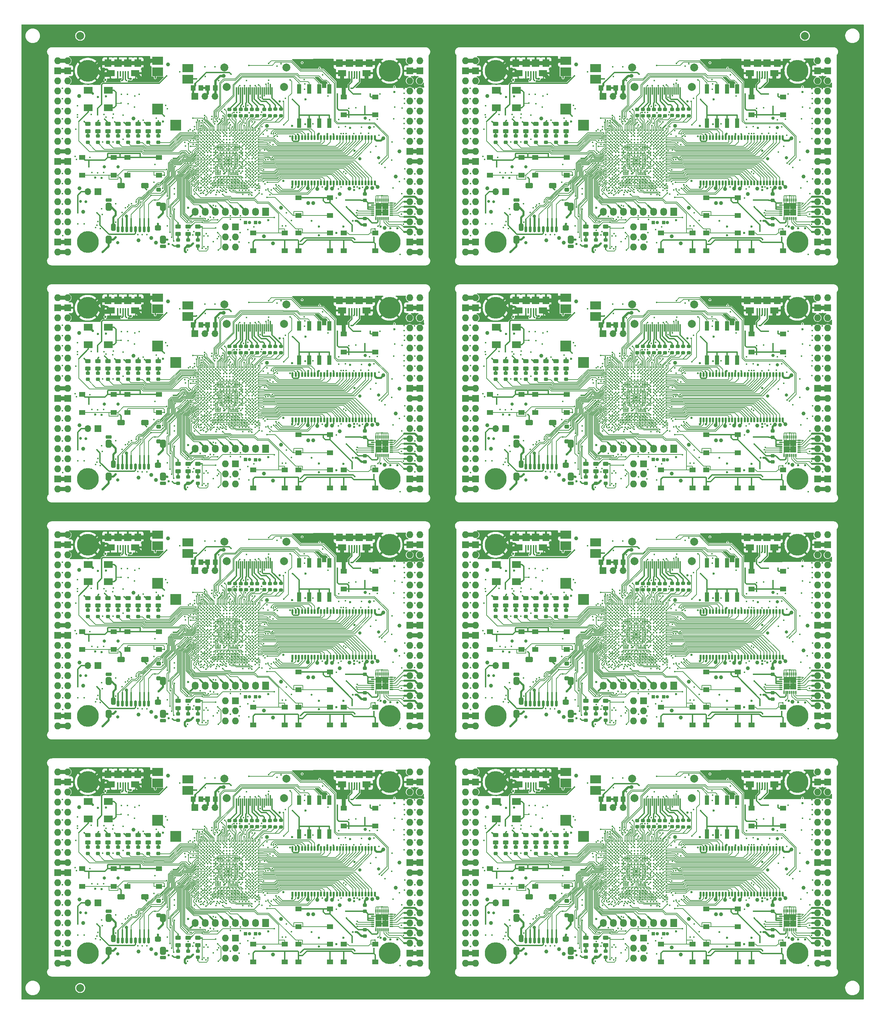
<source format=gbr>
%TF.GenerationSoftware,KiCad,Pcbnew,6.0.11+dfsg-1*%
%TF.CreationDate,2023-04-22T13:59:57+02:00*%
%TF.ProjectId,ulx3s_panel,756c7833-735f-4706-916e-656c2e6b6963,v3.1.8*%
%TF.SameCoordinates,Original*%
%TF.FileFunction,Copper,L1,Top*%
%TF.FilePolarity,Positive*%
%FSLAX46Y46*%
G04 Gerber Fmt 4.6, Leading zero omitted, Abs format (unit mm)*
G04 Created by KiCad (PCBNEW 6.0.11+dfsg-1) date 2023-04-22 13:59:57*
%MOMM*%
%LPD*%
G01*
G04 APERTURE LIST*
G04 Aperture macros list*
%AMRoundRect*
0 Rectangle with rounded corners*
0 $1 Rounding radius*
0 $2 $3 $4 $5 $6 $7 $8 $9 X,Y pos of 4 corners*
0 Add a 4 corners polygon primitive as box body*
4,1,4,$2,$3,$4,$5,$6,$7,$8,$9,$2,$3,0*
0 Add four circle primitives for the rounded corners*
1,1,$1+$1,$2,$3*
1,1,$1+$1,$4,$5*
1,1,$1+$1,$6,$7*
1,1,$1+$1,$8,$9*
0 Add four rect primitives between the rounded corners*
20,1,$1+$1,$2,$3,$4,$5,0*
20,1,$1+$1,$4,$5,$6,$7,0*
20,1,$1+$1,$6,$7,$8,$9,0*
20,1,$1+$1,$8,$9,$2,$3,0*%
G04 Aperture macros list end*
%TA.AperFunction,SMDPad,CuDef*%
%ADD10RoundRect,0.243750X-0.456250X0.243750X-0.456250X-0.243750X0.456250X-0.243750X0.456250X0.243750X0*%
%TD*%
%TA.AperFunction,SMDPad,CuDef*%
%ADD11R,1.120000X2.440000*%
%TD*%
%TA.AperFunction,ComponentPad*%
%ADD12C,5.500000*%
%TD*%
%TA.AperFunction,SMDPad,CuDef*%
%ADD13R,2.100000X1.600000*%
%TD*%
%TA.AperFunction,SMDPad,CuDef*%
%ADD14R,1.800000X1.900000*%
%TD*%
%TA.AperFunction,SMDPad,CuDef*%
%ADD15R,1.900000X1.900000*%
%TD*%
%TA.AperFunction,SMDPad,CuDef*%
%ADD16R,0.400000X1.350000*%
%TD*%
%TA.AperFunction,SMDPad,CuDef*%
%ADD17R,1.550000X1.300000*%
%TD*%
%TA.AperFunction,SMDPad,CuDef*%
%ADD18RoundRect,0.218750X-0.256250X0.218750X-0.256250X-0.218750X0.256250X-0.218750X0.256250X0.218750X0*%
%TD*%
%TA.AperFunction,SMDPad,CuDef*%
%ADD19RoundRect,0.218750X0.256250X-0.218750X0.256250X0.218750X-0.256250X0.218750X-0.256250X-0.218750X0*%
%TD*%
%TA.AperFunction,SMDPad,CuDef*%
%ADD20RoundRect,0.243750X0.456250X-0.243750X0.456250X0.243750X-0.456250X0.243750X-0.456250X-0.243750X0*%
%TD*%
%TA.AperFunction,SMDPad,CuDef*%
%ADD21R,1.625000X1.625000*%
%TD*%
%TA.AperFunction,SMDPad,CuDef*%
%ADD22O,0.300000X0.950000*%
%TD*%
%TA.AperFunction,SMDPad,CuDef*%
%ADD23O,0.950000X0.300000*%
%TD*%
%TA.AperFunction,SMDPad,CuDef*%
%ADD24R,0.950000X0.300000*%
%TD*%
%TA.AperFunction,SMDPad,CuDef*%
%ADD25RoundRect,0.200000X0.275000X-0.200000X0.275000X0.200000X-0.275000X0.200000X-0.275000X-0.200000X0*%
%TD*%
%TA.AperFunction,ComponentPad*%
%ADD26O,1.727200X1.727200*%
%TD*%
%TA.AperFunction,ComponentPad*%
%ADD27R,1.727200X1.727200*%
%TD*%
%TA.AperFunction,SMDPad,CuDef*%
%ADD28R,1.295000X1.400000*%
%TD*%
%TA.AperFunction,ComponentPad*%
%ADD29O,0.850000X0.850000*%
%TD*%
%TA.AperFunction,ComponentPad*%
%ADD30R,0.850000X0.850000*%
%TD*%
%TA.AperFunction,SMDPad,CuDef*%
%ADD31R,0.300000X1.900000*%
%TD*%
%TA.AperFunction,ComponentPad*%
%ADD32C,2.000000*%
%TD*%
%TA.AperFunction,SMDPad,CuDef*%
%ADD33R,2.800000X2.000000*%
%TD*%
%TA.AperFunction,SMDPad,CuDef*%
%ADD34R,2.800000X2.800000*%
%TD*%
%TA.AperFunction,SMDPad,CuDef*%
%ADD35R,2.800000X2.200000*%
%TD*%
%TA.AperFunction,SMDPad,CuDef*%
%ADD36C,0.400000*%
%TD*%
%TA.AperFunction,SMDPad,CuDef*%
%ADD37O,0.508000X0.127000*%
%TD*%
%TA.AperFunction,SMDPad,CuDef*%
%ADD38O,0.127000X0.508000*%
%TD*%
%TA.AperFunction,ComponentPad*%
%ADD39O,1.700000X1.700000*%
%TD*%
%TA.AperFunction,ComponentPad*%
%ADD40R,1.700000X1.700000*%
%TD*%
%TA.AperFunction,ComponentPad*%
%ADD41O,1.727200X2.032000*%
%TD*%
%TA.AperFunction,ComponentPad*%
%ADD42R,1.727200X2.032000*%
%TD*%
%TA.AperFunction,SMDPad,CuDef*%
%ADD43O,0.560000X1.200000*%
%TD*%
%TA.AperFunction,SMDPad,CuDef*%
%ADD44R,0.560000X1.200000*%
%TD*%
%TA.AperFunction,SMDPad,CuDef*%
%ADD45R,2.200000X1.800000*%
%TD*%
%TA.AperFunction,SMDPad,CuDef*%
%ADD46RoundRect,0.250000X-0.350000X0.250000X-0.350000X-0.250000X0.350000X-0.250000X0.350000X0.250000X0*%
%TD*%
%TA.AperFunction,SMDPad,CuDef*%
%ADD47RoundRect,0.362500X-0.362500X-0.637500X0.362500X-0.637500X0.362500X0.637500X-0.362500X0.637500X0*%
%TD*%
%TA.AperFunction,SMDPad,CuDef*%
%ADD48RoundRect,0.337500X-0.612500X0.337500X-0.612500X-0.337500X0.612500X-0.337500X0.612500X0.337500X0*%
%TD*%
%TA.AperFunction,SMDPad,CuDef*%
%ADD49RoundRect,0.292500X-0.292500X0.607500X-0.292500X-0.607500X0.292500X-0.607500X0.292500X0.607500X0*%
%TD*%
%TA.AperFunction,SMDPad,CuDef*%
%ADD50RoundRect,0.337500X-0.437500X0.337500X-0.437500X-0.337500X0.437500X-0.337500X0.437500X0.337500X0*%
%TD*%
%TA.AperFunction,SMDPad,CuDef*%
%ADD51RoundRect,0.225000X0.500000X-0.225000X0.500000X0.225000X-0.500000X0.225000X-0.500000X-0.225000X0*%
%TD*%
%TA.AperFunction,SMDPad,CuDef*%
%ADD52RoundRect,0.225000X-0.500000X-0.225000X0.500000X-0.225000X0.500000X0.225000X-0.500000X0.225000X0*%
%TD*%
%TA.AperFunction,SMDPad,CuDef*%
%ADD53RoundRect,0.250000X0.350000X-0.250000X0.350000X0.250000X-0.350000X0.250000X-0.350000X-0.250000X0*%
%TD*%
%TA.AperFunction,SMDPad,CuDef*%
%ADD54RoundRect,0.175000X-0.175000X-0.575000X0.175000X-0.575000X0.175000X0.575000X-0.175000X0.575000X0*%
%TD*%
%TA.AperFunction,SMDPad,CuDef*%
%ADD55C,2.000000*%
%TD*%
%TA.AperFunction,ViaPad*%
%ADD56C,0.419000*%
%TD*%
%TA.AperFunction,ViaPad*%
%ADD57C,1.000000*%
%TD*%
%TA.AperFunction,ViaPad*%
%ADD58C,0.800000*%
%TD*%
%TA.AperFunction,ViaPad*%
%ADD59C,0.500000*%
%TD*%
%TA.AperFunction,ViaPad*%
%ADD60C,0.600000*%
%TD*%
%TA.AperFunction,ViaPad*%
%ADD61C,0.700000*%
%TD*%
%TA.AperFunction,ViaPad*%
%ADD62C,0.420000*%
%TD*%
%TA.AperFunction,ViaPad*%
%ADD63C,0.454000*%
%TD*%
%TA.AperFunction,Conductor*%
%ADD64C,0.127000*%
%TD*%
%TA.AperFunction,Conductor*%
%ADD65C,0.300000*%
%TD*%
%TA.AperFunction,Conductor*%
%ADD66C,0.500000*%
%TD*%
%TA.AperFunction,Conductor*%
%ADD67C,0.600000*%
%TD*%
%TA.AperFunction,Conductor*%
%ADD68C,1.000000*%
%TD*%
%TA.AperFunction,Conductor*%
%ADD69C,0.190000*%
%TD*%
%TA.AperFunction,Conductor*%
%ADD70C,0.200000*%
%TD*%
%TA.AperFunction,Conductor*%
%ADD71C,0.700000*%
%TD*%
%TA.AperFunction,Conductor*%
%ADD72C,0.400000*%
%TD*%
%TA.AperFunction,Conductor*%
%ADD73C,0.140000*%
%TD*%
G04 APERTURE END LIST*
D10*
%TO.P,D22,2,A*%
%TO.N,Board_2-/blinkey/LED_WIFI*%
X81720000Y-132817500D03*
%TO.P,D22,1,K*%
%TO.N,Board_2-JTAG_TMS*%
X81720000Y-130942500D03*
%TD*%
D11*
%TO.P,SW1,8*%
%TO.N,Board_4-SW1*%
X112250000Y-155995000D03*
%TO.P,SW1,7*%
%TO.N,Board_4-SW2*%
X114790000Y-155995000D03*
%TO.P,SW1,6*%
%TO.N,Board_4-SW3*%
X117330000Y-155995000D03*
%TO.P,SW1,5*%
%TO.N,Board_4-SW4*%
X119870000Y-155995000D03*
%TO.P,SW1,4*%
%TO.N,Board_4-/blinkey/SWPU*%
X119870000Y-164605000D03*
%TO.P,SW1,3*%
X117330000Y-164605000D03*
%TO.P,SW1,2*%
X114790000Y-164605000D03*
%TO.P,SW1,1*%
X112250000Y-164605000D03*
%TD*%
D12*
%TO.P,H4,1,Pin_1*%
%TO.N,Board_2-GND*%
X58910000Y-91610000D03*
%TD*%
D13*
%TO.P,US2,6,shield*%
%TO.N,Board_7-GND*%
X232300000Y-211855000D03*
X226100000Y-211855000D03*
D14*
X225400000Y-209305000D03*
D15*
X230400000Y-209305000D03*
D14*
X233000000Y-209305000D03*
D15*
X228000000Y-209305000D03*
D16*
%TO.P,US2,5,GND*%
X227900000Y-211980000D03*
%TO.P,US2,4,ID*%
%TO.N,Board_7-US2_ID*%
X228550000Y-211980000D03*
%TO.P,US2,3,D+*%
%TO.N,Board_7-/usb/FPD+*%
X229200000Y-211980000D03*
%TO.P,US2,2,D-*%
%TO.N,Board_7-/usb/FPD-*%
X229850000Y-211980000D03*
%TO.P,US2,1,VBUS*%
%TO.N,Board_7-/usb/US2VBUS*%
X230500000Y-211980000D03*
%TD*%
D17*
%TO.P,B5,2,2*%
%TO.N,Board_4-BTN_L*%
X100650000Y-192340000D03*
X108610000Y-192340000D03*
%TO.P,B5,1,1*%
%TO.N,Board_4-/blinkey/BTNPUR*%
X108610000Y-196840000D03*
X100650000Y-196840000D03*
%TD*%
D18*
%TO.P,R36,2*%
%TO.N,Board_1-GND*%
X187200000Y-76067500D03*
%TO.P,R36,1*%
%TO.N,Board_1-/blinkey/LED_PWREN*%
X187200000Y-74492500D03*
%TD*%
D19*
%TO.P,C39,2*%
%TO.N,Board_0-/gpdi/GPDI_D2-*%
X96121000Y-41563500D03*
%TO.P,C39,1*%
%TO.N,Board_0-FPDI_D2-*%
X96121000Y-43138500D03*
%TD*%
%TO.P,C59,2*%
%TO.N,Board_2-GND*%
X128887000Y-122699500D03*
%TO.P,C59,1*%
%TO.N,Board_2-/analog/ADC3V3*%
X128887000Y-124274500D03*
%TD*%
D10*
%TO.P,D22,2,A*%
%TO.N,Board_6-/blinkey/LED_WIFI*%
X81720000Y-252417500D03*
%TO.P,D22,1,K*%
%TO.N,Board_6-JTAG_TMS*%
X81720000Y-250542500D03*
%TD*%
%TO.P,D0,2,A*%
%TO.N,Board_1-/blinkey/ALED0*%
X179670000Y-47116500D03*
%TO.P,D0,1,K*%
%TO.N,Board_1-GND*%
X179670000Y-45241500D03*
%TD*%
%TO.P,D0,2,A*%
%TO.N,Board_7-/blinkey/ALED0*%
X179670000Y-226516500D03*
%TO.P,D0,1,K*%
%TO.N,Board_7-GND*%
X179670000Y-224641500D03*
%TD*%
D18*
%TO.P,R62,2*%
%TO.N,Board_1-+3V3*%
X184700000Y-76067500D03*
%TO.P,R62,1*%
%TO.N,Board_1-/blinkey/LED_WIFI*%
X184700000Y-74492500D03*
%TD*%
D10*
%TO.P,D6,2,A*%
%TO.N,Board_3-/blinkey/ALED6*%
X164445000Y-106916500D03*
%TO.P,D6,1,K*%
%TO.N,Board_3-GND*%
X164445000Y-105041500D03*
%TD*%
%TO.P,D2,2,A*%
%TO.N,Board_7-/blinkey/ALED2*%
X174590000Y-226516500D03*
%TO.P,D2,1,K*%
%TO.N,Board_7-GND*%
X174590000Y-224641500D03*
%TD*%
D19*
%TO.P,R37,2*%
%TO.N,Board_6-/blinkey/LED_TXLED*%
X86720000Y-253892500D03*
%TO.P,R37,1*%
%TO.N,Board_6-FTDI_nTXLED*%
X86720000Y-255467500D03*
%TD*%
D12*
%TO.P,H3,1,Pin_1*%
%TO.N,Board_5-GND*%
X238090000Y-151410000D03*
%TD*%
D10*
%TO.P,D1,2,A*%
%TO.N,Board_4-/blinkey/ALED1*%
X74150000Y-166716500D03*
%TO.P,D1,1,K*%
%TO.N,Board_4-GND*%
X74150000Y-164841500D03*
%TD*%
D17*
%TO.P,B6,2,2*%
%TO.N,Board_3-BTN_R*%
X226490000Y-132540000D03*
X234450000Y-132540000D03*
%TO.P,B6,1,1*%
%TO.N,Board_3-/blinkey/BTNPUR*%
X234450000Y-137040000D03*
X226490000Y-137040000D03*
%TD*%
D20*
%TO.P,D19,2,A*%
%TO.N,Board_7-FT2V5*%
X189700000Y-250542500D03*
%TO.P,D19,1,K*%
%TO.N,Board_7-/blinkey/LED_TXLED*%
X189700000Y-252417500D03*
%TD*%
D19*
%TO.P,R42,2*%
%TO.N,Board_6-/blinkey/ALED1*%
X74150000Y-227694500D03*
%TO.P,R42,1*%
%TO.N,Board_6-LED1*%
X74150000Y-229269500D03*
%TD*%
%TO.P,R44,2*%
%TO.N,Board_4-/blinkey/ALED3*%
X69070000Y-167894500D03*
%TO.P,R44,1*%
%TO.N,Board_4-LED3*%
X69070000Y-169469500D03*
%TD*%
D12*
%TO.P,H4,1,Pin_1*%
%TO.N,Board_7-GND*%
X161890000Y-211210000D03*
%TD*%
D21*
%TO.P,U8,29,GND*%
%TO.N,Board_7-GND*%
X235372500Y-246947500D03*
X236997500Y-246947500D03*
X235372500Y-245322500D03*
X236997500Y-245322500D03*
D22*
%TO.P,U8,28,AIN2*%
%TO.N,Board_7-GN15*%
X237685000Y-248475000D03*
%TO.P,U8,27,AIN1*%
%TO.N,Board_7-GP14*%
X237185000Y-248475000D03*
%TO.P,U8,26,AIN0*%
%TO.N,Board_7-GN14*%
X236685000Y-248475000D03*
%TO.P,U8,25,EOCn*%
%TO.N,Board_7-unconnected-(U8-Pad25)*%
X236185000Y-248475000D03*
%TO.P,U8,24,DOUT*%
%TO.N,Board_7-ADC_MISO*%
X235685000Y-248475000D03*
%TO.P,U8,23,OVDD*%
%TO.N,Board_7-/analog/ADCD3V3*%
X235185000Y-248475000D03*
%TO.P,U8,22,DGND*%
%TO.N,Board_7-GND*%
X234685000Y-248475000D03*
D23*
%TO.P,U8,21,DIN*%
%TO.N,Board_7-ADC_MOSI*%
X233845000Y-247635000D03*
%TO.P,U8,20,CSn*%
%TO.N,Board_7-ADC_CSn*%
X233845000Y-247135000D03*
%TO.P,U8,19,SCLK*%
%TO.N,Board_7-ADC_SCLK*%
X233845000Y-246635000D03*
%TO.P,U8,18,VDD*%
%TO.N,Board_7-/analog/ADC3V3*%
X233845000Y-246135000D03*
%TO.P,U8,17,VDD*%
X233845000Y-245635000D03*
%TO.P,U8,16,GND*%
%TO.N,Board_7-GND*%
X233845000Y-245135000D03*
%TO.P,U8,15,REF+*%
%TO.N,Board_7-/analog/ADC3V3*%
X233845000Y-244635000D03*
D22*
%TO.P,U8,14,GND*%
%TO.N,Board_7-GND*%
X234685000Y-243795000D03*
%TO.P,U8,13,REF-*%
X235185000Y-243795000D03*
%TO.P,U8,12,CNVSTn*%
%TO.N,Board_7-unconnected-(U8-Pad12)*%
X235685000Y-243795000D03*
%TO.P,U8,11,GND*%
%TO.N,Board_7-GND*%
X236185000Y-243795000D03*
%TO.P,U8,10,GND*%
X236685000Y-243795000D03*
%TO.P,U8,9,GND*%
X237185000Y-243795000D03*
%TO.P,U8,8,GND*%
X237685000Y-243795000D03*
D23*
%TO.P,U8,7,GND*%
X238525000Y-244635000D03*
%TO.P,U8,6,GND*%
X238525000Y-245135000D03*
%TO.P,U8,5,AIN7*%
%TO.N,Board_7-GP17*%
X238525000Y-245635000D03*
%TO.P,U8,4,AIN6*%
%TO.N,Board_7-GN17*%
X238525000Y-246135000D03*
%TO.P,U8,3,AIN5*%
%TO.N,Board_7-GP16*%
X238525000Y-246635000D03*
%TO.P,U8,2,AIN4*%
%TO.N,Board_7-GN16*%
X238525000Y-247135000D03*
D24*
%TO.P,U8,1,AIN3*%
%TO.N,Board_7-GP15*%
X238525000Y-247635000D03*
%TD*%
D10*
%TO.P,D3,2,A*%
%TO.N,Board_7-/blinkey/ALED3*%
X172050000Y-226516500D03*
%TO.P,D3,1,K*%
%TO.N,Board_7-GND*%
X172050000Y-224641500D03*
%TD*%
D19*
%TO.P,R45,2*%
%TO.N,Board_2-/blinkey/ALED4*%
X66530000Y-108094500D03*
%TO.P,R45,1*%
%TO.N,Board_2-LED4*%
X66530000Y-109669500D03*
%TD*%
D11*
%TO.P,SW1,8*%
%TO.N,Board_7-SW1*%
X215230000Y-215795000D03*
%TO.P,SW1,7*%
%TO.N,Board_7-SW2*%
X217770000Y-215795000D03*
%TO.P,SW1,6*%
%TO.N,Board_7-SW3*%
X220310000Y-215795000D03*
%TO.P,SW1,5*%
%TO.N,Board_7-SW4*%
X222850000Y-215795000D03*
%TO.P,SW1,4*%
%TO.N,Board_7-/blinkey/SWPU*%
X222850000Y-224405000D03*
%TO.P,SW1,3*%
X220310000Y-224405000D03*
%TO.P,SW1,2*%
X217770000Y-224405000D03*
%TO.P,SW1,1*%
X215230000Y-224405000D03*
%TD*%
D10*
%TO.P,D1,2,A*%
%TO.N,Board_7-/blinkey/ALED1*%
X177130000Y-226516500D03*
%TO.P,D1,1,K*%
%TO.N,Board_7-GND*%
X177130000Y-224641500D03*
%TD*%
D15*
%TO.P,US1,6,shield*%
%TO.N,Board_2-GND*%
X69000000Y-89705000D03*
X66600000Y-89705000D03*
D13*
X64700000Y-92255000D03*
D14*
X71600000Y-89705000D03*
X64000000Y-89705000D03*
D13*
X70900000Y-92255000D03*
D16*
%TO.P,US1,5,GND*%
X66500000Y-92380000D03*
%TO.P,US1,4,ID*%
%TO.N,Board_2-unconnected-(US1-Pad4)*%
X67150000Y-92380000D03*
%TO.P,US1,3,D+*%
%TO.N,Board_2-/usb/FTD+*%
X67800000Y-92380000D03*
%TO.P,US1,2,D-*%
%TO.N,Board_2-/usb/FTD-*%
X68450000Y-92380000D03*
%TO.P,US1,1,VBUS*%
%TO.N,Board_2-USB5V*%
X69100000Y-92380000D03*
%TD*%
D19*
%TO.P,C38,2*%
%TO.N,Board_2-/gpdi/GPDI_D2+*%
X94662800Y-101356100D03*
%TO.P,C38,1*%
%TO.N,Board_2-FPDI_D2+*%
X94662800Y-102931100D03*
%TD*%
D25*
%TO.P,R55,2*%
%TO.N,Board_6-/gpdi/GPDI_UTIL*%
X106281000Y-220926000D03*
%TO.P,R55,1*%
%TO.N,Board_6-FPDI_UTIL*%
X106281000Y-222576000D03*
%TD*%
D26*
%TO.P,J2,40,Pin_40*%
%TO.N,Board_2-/gpio/OUT5V*%
X142730000Y-89070000D03*
%TO.P,J2,39,Pin_39*%
%TO.N,Board_2-/gpio/IN5V*%
X140190000Y-89070000D03*
D27*
%TO.P,J2,38,Pin_38*%
%TO.N,Board_2-GND*%
X142730000Y-91610000D03*
%TO.P,J2,37,Pin_37*%
X140190000Y-91610000D03*
D26*
%TO.P,J2,36,Pin_36*%
%TO.N,Board_2-GP27*%
X142730000Y-94150000D03*
%TO.P,J2,35,Pin_35*%
%TO.N,Board_2-GN27*%
X140190000Y-94150000D03*
%TO.P,J2,34,Pin_34*%
%TO.N,Board_2-GP26*%
X142730000Y-96690000D03*
%TO.P,J2,33,Pin_33*%
%TO.N,Board_2-GN26*%
X140190000Y-96690000D03*
%TO.P,J2,32,Pin_32*%
%TO.N,Board_2-GP25*%
X142730000Y-99230000D03*
%TO.P,J2,31,Pin_31*%
%TO.N,Board_2-GN25*%
X140190000Y-99230000D03*
%TO.P,J2,30,Pin_30*%
%TO.N,Board_2-GP24*%
X142730000Y-101770000D03*
%TO.P,J2,29,Pin_29*%
%TO.N,Board_2-GN24*%
X140190000Y-101770000D03*
%TO.P,J2,28,Pin_28*%
%TO.N,Board_2-GP23*%
X142730000Y-104310000D03*
%TO.P,J2,27,Pin_27*%
%TO.N,Board_2-GN23*%
X140190000Y-104310000D03*
%TO.P,J2,26,Pin_26*%
%TO.N,Board_2-GP22*%
X142730000Y-106850000D03*
%TO.P,J2,25,Pin_25*%
%TO.N,Board_2-GN22*%
X140190000Y-106850000D03*
%TO.P,J2,24,Pin_24*%
%TO.N,Board_2-GP21*%
X142730000Y-109390000D03*
%TO.P,J2,23,Pin_23*%
%TO.N,Board_2-GN21*%
X140190000Y-109390000D03*
D27*
%TO.P,J2,22,Pin_22*%
%TO.N,Board_2-GND*%
X142730000Y-111930000D03*
%TO.P,J2,21,Pin_21*%
X140190000Y-111930000D03*
D26*
%TO.P,J2,20,Pin_20*%
%TO.N,Board_2-+3V3*%
X142730000Y-114470000D03*
%TO.P,J2,19,Pin_19*%
X140190000Y-114470000D03*
%TO.P,J2,18,Pin_18*%
%TO.N,Board_2-GP20*%
X142730000Y-117010000D03*
%TO.P,J2,17,Pin_17*%
%TO.N,Board_2-GN20*%
X140190000Y-117010000D03*
%TO.P,J2,16,Pin_16*%
%TO.N,Board_2-GP19*%
X142730000Y-119550000D03*
%TO.P,J2,15,Pin_15*%
%TO.N,Board_2-GN19*%
X140190000Y-119550000D03*
%TO.P,J2,14,Pin_14*%
%TO.N,Board_2-GP18*%
X142730000Y-122090000D03*
%TO.P,J2,13,Pin_13*%
%TO.N,Board_2-GN18*%
X140190000Y-122090000D03*
%TO.P,J2,12,Pin_12*%
%TO.N,Board_2-GP17*%
X142730000Y-124630000D03*
%TO.P,J2,11,Pin_11*%
%TO.N,Board_2-GN17*%
X140190000Y-124630000D03*
%TO.P,J2,10,Pin_10*%
%TO.N,Board_2-GP16*%
X142730000Y-127170000D03*
%TO.P,J2,9,Pin_9*%
%TO.N,Board_2-GN16*%
X140190000Y-127170000D03*
%TO.P,J2,8,Pin_8*%
%TO.N,Board_2-GP15*%
X142730000Y-129710000D03*
%TO.P,J2,7,Pin_7*%
%TO.N,Board_2-GN15*%
X140190000Y-129710000D03*
%TO.P,J2,6,Pin_6*%
%TO.N,Board_2-GP14*%
X142730000Y-132250000D03*
%TO.P,J2,5,Pin_5*%
%TO.N,Board_2-GN14*%
X140190000Y-132250000D03*
D27*
%TO.P,J2,4,Pin_4*%
%TO.N,Board_2-GND*%
X142730000Y-134790000D03*
%TO.P,J2,3,Pin_3*%
X140190000Y-134790000D03*
D26*
%TO.P,J2,2,Pin_2*%
%TO.N,Board_2-+3V3*%
X142730000Y-137330000D03*
%TO.P,J2,1,Pin_1*%
X140190000Y-137330000D03*
%TD*%
D19*
%TO.P,C44,2*%
%TO.N,Board_3-/gpdi/GPDI_CLK+*%
X206467000Y-101351500D03*
%TO.P,C44,1*%
%TO.N,Board_3-FPDI_CLK+*%
X206467000Y-102926500D03*
%TD*%
D28*
%TO.P,RV3,2,2*%
%TO.N,Board_6-+3V3*%
X91134500Y-215546000D03*
%TO.P,RV3,1,1*%
%TO.N,Board_6-2V5_3V3*%
X89199500Y-215546000D03*
%TD*%
D29*
%TO.P,J6,2,Pin_2*%
%TO.N,Board_1-SR_CLK_N*%
X205280000Y-70130000D03*
D30*
%TO.P,J6,1,Pin_1*%
%TO.N,Board_1-SR_CLK_P*%
X204280000Y-70130000D03*
%TD*%
D31*
%TO.P,GPDI1,19,P19*%
%TO.N,Board_0-/gpdi/GPDI_HPD*%
X105466000Y-36892000D03*
%TO.P,GPDI1,18,P18*%
%TO.N,Board_0-+5V*%
X104966000Y-36892000D03*
%TO.P,GPDI1,17,P17*%
%TO.N,Board_0-GND*%
X104466000Y-36892000D03*
%TO.P,GPDI1,16,P16*%
%TO.N,Board_0-GPDI_SDA*%
X103966000Y-36892000D03*
%TO.P,GPDI1,15,P15*%
%TO.N,Board_0-GPDI_SCL*%
X103466000Y-36892000D03*
%TO.P,GPDI1,14,P14*%
%TO.N,Board_0-/gpdi/GPDI_UTIL*%
X102966000Y-36892000D03*
%TO.P,GPDI1,13,P13*%
%TO.N,Board_0-/gpdi/GPDI_CEC*%
X102466000Y-36892000D03*
%TO.P,GPDI1,12,P12*%
%TO.N,Board_0-/gpdi/GPDI_CLK-*%
X101966000Y-36892000D03*
%TO.P,GPDI1,11,P11*%
%TO.N,Board_0-GND*%
X101466000Y-36892000D03*
%TO.P,GPDI1,10,P10*%
%TO.N,Board_0-/gpdi/GPDI_CLK+*%
X100966000Y-36892000D03*
%TO.P,GPDI1,9,P9*%
%TO.N,Board_0-/gpdi/GPDI_D0-*%
X100466000Y-36892000D03*
%TO.P,GPDI1,8,P8*%
%TO.N,Board_0-GND*%
X99966000Y-36892000D03*
%TO.P,GPDI1,7,P7*%
%TO.N,Board_0-/gpdi/GPDI_D0+*%
X99466000Y-36892000D03*
%TO.P,GPDI1,6,P6*%
%TO.N,Board_0-/gpdi/GPDI_D1-*%
X98966000Y-36892000D03*
%TO.P,GPDI1,5,P5*%
%TO.N,Board_0-GND*%
X98466000Y-36892000D03*
%TO.P,GPDI1,4,P4*%
%TO.N,Board_0-/gpdi/GPDI_D1+*%
X97966000Y-36892000D03*
%TO.P,GPDI1,3,P3*%
%TO.N,Board_0-/gpdi/GPDI_D2-*%
X97466000Y-36892000D03*
%TO.P,GPDI1,2,P2*%
%TO.N,Board_0-GND*%
X96966000Y-36892000D03*
%TO.P,GPDI1,1,P1*%
%TO.N,Board_0-/gpdi/GPDI_D2+*%
X96466000Y-36892000D03*
D32*
%TO.P,GPDI1,0,0*%
%TO.N,Board_0-GND*%
X108466000Y-35892000D03*
X93366000Y-30992000D03*
X93966000Y-35892000D03*
X109066000Y-30992000D03*
%TD*%
D33*
%TO.P,AUDIO1,6,RSW*%
%TO.N,Board_0-unconnected-(AUDIO1-Pad6)*%
X84188000Y-31180000D03*
D34*
%TO.P,AUDIO1,5,LSW*%
%TO.N,Board_0-unconnected-(AUDIO1-Pad5)*%
X81138000Y-45580000D03*
D35*
%TO.P,AUDIO1,4,V*%
%TO.N,Board_0-/analog/AUDIO_V*%
X76588000Y-32080000D03*
%TO.P,AUDIO1,3,R*%
%TO.N,Board_0-/analog/AUDIO_R*%
X84188000Y-33980000D03*
D34*
%TO.P,AUDIO1,2,L*%
%TO.N,Board_0-/analog/AUDIO_L*%
X76588000Y-41480000D03*
D33*
%TO.P,AUDIO1,1,GND*%
%TO.N,Board_0-GND*%
X76588000Y-29280000D03*
%TD*%
D19*
%TO.P,C38,2*%
%TO.N,Board_7-/gpdi/GPDI_D2+*%
X197642800Y-220956100D03*
%TO.P,C38,1*%
%TO.N,Board_7-FPDI_D2+*%
X197642800Y-222531100D03*
%TD*%
%TO.P,R46,2*%
%TO.N,Board_7-/blinkey/ALED5*%
X166970000Y-227694500D03*
%TO.P,R46,1*%
%TO.N,Board_7-LED5*%
X166970000Y-229269500D03*
%TD*%
%TO.P,C38,2*%
%TO.N,Board_3-/gpdi/GPDI_D2+*%
X197642800Y-101356100D03*
%TO.P,C38,1*%
%TO.N,Board_3-FPDI_D2+*%
X197642800Y-102931100D03*
%TD*%
D36*
%TO.P,U1,Y19*%
%TO.N,Board_0-Net-(U1-PadY19)*%
X101200000Y-61980000D03*
%TO.P,U1,Y17*%
%TO.N,Board_0-Net-(U1-PadY17)*%
X99600000Y-61980000D03*
%TO.P,U1,Y16*%
%TO.N,Board_0-Net-(U1-PadY16)*%
X98800000Y-61980000D03*
%TO.P,U1,Y15*%
%TO.N,Board_0-/serdes/SRXN10*%
X98000000Y-61980000D03*
%TO.P,U1,Y14*%
%TO.N,Board_0-/serdes/SRXP10*%
X97200000Y-61980000D03*
%TO.P,U1,Y12*%
%TO.N,Board_0-/serdes/SRCLKN*%
X95600000Y-61980000D03*
%TO.P,U1,Y11*%
%TO.N,Board_0-/serdes/SRCLKP*%
X94800000Y-61980000D03*
%TO.P,U1,Y8*%
%TO.N,Board_0-/serdes/SRXN01*%
X92400000Y-61980000D03*
%TO.P,U1,Y7*%
%TO.N,Board_0-/serdes/SRXP01*%
X91600000Y-61980000D03*
%TO.P,U1,Y6*%
%TO.N,Board_0-/serdes/SRXN00*%
X90800000Y-61980000D03*
%TO.P,U1,Y5*%
%TO.N,Board_0-/serdes/SRXP00*%
X90000000Y-61980000D03*
%TO.P,U1,Y3*%
%TO.N,Board_0-/flash/FPGA_DONE*%
X88400000Y-61980000D03*
%TO.P,U1,Y2*%
%TO.N,Board_0-/flash/FLASH_nWP*%
X87600000Y-61980000D03*
D37*
%TO.P,U1,X*%
%TO.N,N/C*%
X102900000Y-45880000D03*
D38*
X102900000Y-45880000D03*
X85900000Y-45880000D03*
D37*
X85900000Y-62880000D03*
X102900000Y-62880000D03*
D38*
X102900000Y-62880000D03*
D37*
X85900000Y-45880000D03*
D38*
X85900000Y-62880000D03*
D36*
%TO.P,U1,W20*%
%TO.N,Board_0-Net-(U1-PadW20)*%
X102000000Y-61180000D03*
%TO.P,U1,W19*%
%TO.N,Board_0-GND*%
X101200000Y-61180000D03*
%TO.P,U1,W18*%
%TO.N,Board_0-/serdes/STXN11*%
X100400000Y-61180000D03*
%TO.P,U1,W17*%
%TO.N,Board_0-/serdes/STXP11*%
X99600000Y-61180000D03*
%TO.P,U1,W16*%
%TO.N,Board_0-GND*%
X98800000Y-61180000D03*
%TO.P,U1,W15*%
X98000000Y-61180000D03*
%TO.P,U1,W14*%
%TO.N,Board_0-Net-(U1-PadW14)*%
X97200000Y-61180000D03*
%TO.P,U1,W13*%
%TO.N,Board_0-Net-(U1-PadW13)*%
X96400000Y-61180000D03*
%TO.P,U1,W12*%
%TO.N,Board_0-GND*%
X95600000Y-61180000D03*
%TO.P,U1,W11*%
%TO.N,N/C*%
X94800000Y-61180000D03*
%TO.P,U1,W10*%
X94000000Y-61180000D03*
%TO.P,U1,W9*%
%TO.N,Board_0-Net-(U1-PadW9)*%
X93200000Y-61180000D03*
%TO.P,U1,W8*%
%TO.N,Board_0-Net-(U1-PadW8)*%
X92400000Y-61180000D03*
%TO.P,U1,W7*%
%TO.N,Board_0-GND*%
X91600000Y-61180000D03*
%TO.P,U1,W6*%
X90800000Y-61180000D03*
%TO.P,U1,W5*%
%TO.N,Board_0-/serdes/STXN00*%
X90000000Y-61180000D03*
%TO.P,U1,W4*%
%TO.N,Board_0-/serdes/STXP00*%
X89200000Y-61180000D03*
%TO.P,U1,W3*%
%TO.N,Board_0-/flash/FPGA_PROGRAMN*%
X88400000Y-61180000D03*
%TO.P,U1,W2*%
%TO.N,Board_0-/flash/FLASH_MOSI*%
X87600000Y-61180000D03*
%TO.P,U1,W1*%
%TO.N,Board_0-/flash/FLASH_nHOLD*%
X86800000Y-61180000D03*
%TO.P,U1,V20*%
%TO.N,Board_0-GND*%
X102000000Y-60380000D03*
%TO.P,U1,V19*%
X101200000Y-60380000D03*
%TO.P,U1,V18*%
%TO.N,Board_0-+2V5*%
X100400000Y-60380000D03*
%TO.P,U1,V17*%
X99600000Y-60380000D03*
%TO.P,U1,V16*%
%TO.N,Board_0-GND*%
X98800000Y-60380000D03*
%TO.P,U1,V15*%
X98000000Y-60380000D03*
%TO.P,U1,V14*%
X97200000Y-60380000D03*
%TO.P,U1,V13*%
X96400000Y-60380000D03*
%TO.P,U1,V12*%
X95600000Y-60380000D03*
%TO.P,U1,V11*%
%TO.N,Board_0-+2V5*%
X94800000Y-60380000D03*
%TO.P,U1,V10*%
X94000000Y-60380000D03*
%TO.P,U1,V9*%
%TO.N,Board_0-GND*%
X93200000Y-60380000D03*
%TO.P,U1,V8*%
X92400000Y-60380000D03*
%TO.P,U1,V7*%
X91600000Y-60380000D03*
%TO.P,U1,V6*%
X90800000Y-60380000D03*
%TO.P,U1,V5*%
X90000000Y-60380000D03*
%TO.P,U1,V4*%
%TO.N,Board_0-JTAG_TDO*%
X89200000Y-60380000D03*
%TO.P,U1,V3*%
%TO.N,Board_0-/flash/FPGA_INITN*%
X88400000Y-60380000D03*
%TO.P,U1,V2*%
%TO.N,Board_0-/flash/FLASH_MISO*%
X87600000Y-60380000D03*
%TO.P,U1,V1*%
%TO.N,Board_0-BTN_D*%
X86800000Y-60380000D03*
%TO.P,U1,U20*%
%TO.N,Board_0-SDRAM_D7*%
X102000000Y-59580000D03*
%TO.P,U1,U19*%
%TO.N,Board_0-SDRAM_DQM0*%
X101200000Y-59580000D03*
%TO.P,U1,U18*%
%TO.N,Board_0-GP14*%
X100400000Y-59580000D03*
%TO.P,U1,U17*%
%TO.N,Board_0-GN14*%
X99600000Y-59580000D03*
%TO.P,U1,U16*%
%TO.N,Board_0-ADC_MISO*%
X98800000Y-59580000D03*
%TO.P,U1,U15*%
%TO.N,Board_0-+1V1*%
X98000000Y-59580000D03*
%TO.P,U1,U14*%
%TO.N,Board_0-GND*%
X97200000Y-59580000D03*
%TO.P,U1,U13*%
X96400000Y-59580000D03*
%TO.P,U1,U12*%
X95600000Y-59580000D03*
%TO.P,U1,U11*%
X94800000Y-59580000D03*
%TO.P,U1,U10*%
X94000000Y-59580000D03*
%TO.P,U1,U9*%
X93200000Y-59580000D03*
%TO.P,U1,U8*%
X92400000Y-59580000D03*
%TO.P,U1,U7*%
X91600000Y-59580000D03*
%TO.P,U1,U6*%
%TO.N,Board_0-+1V1*%
X90800000Y-59580000D03*
%TO.P,U1,U5*%
%TO.N,Board_0-JTAG_TMS*%
X90000000Y-59580000D03*
%TO.P,U1,U4*%
%TO.N,Board_0-GND*%
X89200000Y-59580000D03*
%TO.P,U1,U3*%
%TO.N,Board_0-/flash/FLASH_SCK*%
X88400000Y-59580000D03*
%TO.P,U1,U2*%
%TO.N,Board_0-+3V3*%
X87600000Y-59580000D03*
%TO.P,U1,U1*%
%TO.N,Board_0-BTN_L*%
X86800000Y-59580000D03*
%TO.P,U1,T20*%
%TO.N,Board_0-SDRAM_nWE*%
X102000000Y-58780000D03*
%TO.P,U1,T19*%
%TO.N,Board_0-SDRAM_nCAS*%
X101200000Y-58780000D03*
%TO.P,U1,T18*%
%TO.N,Board_0-SDRAM_D5*%
X100400000Y-58780000D03*
%TO.P,U1,T17*%
%TO.N,Board_0-SDRAM_D6*%
X99600000Y-58780000D03*
%TO.P,U1,T16*%
%TO.N,Board_0-Net-(U1-PadT16)*%
X98800000Y-58780000D03*
%TO.P,U1,T15*%
%TO.N,Board_0-+1V1*%
X98000000Y-58780000D03*
%TO.P,U1,T14*%
X97200000Y-58780000D03*
%TO.P,U1,T13*%
X96400000Y-58780000D03*
%TO.P,U1,T12*%
X95600000Y-58780000D03*
%TO.P,U1,T11*%
X94800000Y-58780000D03*
%TO.P,U1,T10*%
X94000000Y-58780000D03*
%TO.P,U1,T9*%
X93200000Y-58780000D03*
%TO.P,U1,T8*%
X92400000Y-58780000D03*
%TO.P,U1,T7*%
X91600000Y-58780000D03*
%TO.P,U1,T6*%
X90800000Y-58780000D03*
%TO.P,U1,T5*%
%TO.N,Board_0-JTAG_TCK*%
X90000000Y-58780000D03*
%TO.P,U1,T4*%
%TO.N,Board_0-+3V3*%
X89200000Y-58780000D03*
%TO.P,U1,T3*%
X88400000Y-58780000D03*
%TO.P,U1,T2*%
X87600000Y-58780000D03*
%TO.P,U1,T1*%
%TO.N,Board_0-BTN_F2*%
X86800000Y-58780000D03*
%TO.P,U1,R20*%
%TO.N,Board_0-SDRAM_nRAS*%
X102000000Y-57980000D03*
%TO.P,U1,R19*%
%TO.N,Board_0-GND*%
X101200000Y-57980000D03*
%TO.P,U1,R18*%
%TO.N,Board_0-BTN_U*%
X100400000Y-57980000D03*
%TO.P,U1,R17*%
%TO.N,Board_0-ADC_CSn*%
X99600000Y-57980000D03*
%TO.P,U1,R16*%
%TO.N,Board_0-ADC_MOSI*%
X98800000Y-57980000D03*
%TO.P,U1,R5*%
%TO.N,Board_0-JTAG_TDI*%
X90000000Y-57980000D03*
%TO.P,U1,R4*%
%TO.N,Board_0-GND*%
X89200000Y-57980000D03*
%TO.P,U1,R3*%
%TO.N,Board_0-Net-(U1-PadR3)*%
X88400000Y-57980000D03*
%TO.P,U1,R2*%
%TO.N,Board_0-/flash/FLASH_nCS*%
X87600000Y-57980000D03*
%TO.P,U1,R1*%
%TO.N,Board_0-BTN_F1*%
X86800000Y-57980000D03*
%TO.P,U1,P20*%
%TO.N,Board_0-SDRAM_nCS*%
X102000000Y-57180000D03*
%TO.P,U1,P19*%
%TO.N,Board_0-SDRAM_BA0*%
X101200000Y-57180000D03*
%TO.P,U1,P18*%
%TO.N,Board_0-SDRAM_D4*%
X100400000Y-57180000D03*
%TO.P,U1,P17*%
%TO.N,Board_0-ADC_SCLK*%
X99600000Y-57180000D03*
%TO.P,U1,P16*%
%TO.N,Board_0-GN15*%
X98800000Y-57180000D03*
%TO.P,U1,P15*%
%TO.N,Board_0-+2V5*%
X98000000Y-57180000D03*
%TO.P,U1,P14*%
%TO.N,Board_0-GND*%
X97200000Y-57180000D03*
%TO.P,U1,P13*%
X96400000Y-57180000D03*
%TO.P,U1,P12*%
X95600000Y-57180000D03*
%TO.P,U1,P11*%
X94800000Y-57180000D03*
%TO.P,U1,P10*%
%TO.N,Board_0-+3V3*%
X94000000Y-57180000D03*
%TO.P,U1,P9*%
X93200000Y-57180000D03*
%TO.P,U1,P8*%
%TO.N,Board_0-GND*%
X92400000Y-57180000D03*
%TO.P,U1,P7*%
X91600000Y-57180000D03*
%TO.P,U1,P6*%
%TO.N,Board_0-+2V5*%
X90800000Y-57180000D03*
%TO.P,U1,P5*%
%TO.N,Board_0-SD_WP*%
X90000000Y-57180000D03*
%TO.P,U1,P4*%
%TO.N,Board_0-OLED_CLK*%
X89200000Y-57180000D03*
%TO.P,U1,P3*%
%TO.N,Board_0-OLED_MOSI*%
X88400000Y-57180000D03*
%TO.P,U1,P2*%
%TO.N,Board_0-OLED_RES*%
X87600000Y-57180000D03*
%TO.P,U1,P1*%
%TO.N,Board_0-OLED_DC*%
X86800000Y-57180000D03*
%TO.P,U1,N20*%
%TO.N,Board_0-SDRAM_BA1*%
X102000000Y-56380000D03*
%TO.P,U1,N19*%
%TO.N,Board_0-SDRAM_A10*%
X101200000Y-56380000D03*
%TO.P,U1,N18*%
%TO.N,Board_0-SDRAM_D3*%
X100400000Y-56380000D03*
%TO.P,U1,N17*%
%TO.N,Board_0-GP15*%
X99600000Y-56380000D03*
%TO.P,U1,N16*%
%TO.N,Board_0-GP16*%
X98800000Y-56380000D03*
%TO.P,U1,N15*%
%TO.N,Board_0-GND*%
X98000000Y-56380000D03*
%TO.P,U1,N14*%
X97200000Y-56380000D03*
%TO.P,U1,N13*%
%TO.N,Board_0-+1V1*%
X96400000Y-56380000D03*
%TO.P,U1,N12*%
X95600000Y-56380000D03*
%TO.P,U1,N11*%
X94800000Y-56380000D03*
%TO.P,U1,N10*%
X94000000Y-56380000D03*
%TO.P,U1,N9*%
X93200000Y-56380000D03*
%TO.P,U1,N8*%
X92400000Y-56380000D03*
%TO.P,U1,N7*%
%TO.N,Board_0-GND*%
X91600000Y-56380000D03*
%TO.P,U1,N6*%
X90800000Y-56380000D03*
%TO.P,U1,N5*%
%TO.N,Board_0-SD_CD*%
X90000000Y-56380000D03*
%TO.P,U1,N4*%
%TO.N,Board_0-WIFI_GPIO19*%
X89200000Y-56380000D03*
%TO.P,U1,N3*%
%TO.N,Board_0-WIFI_GPIO27*%
X88400000Y-56380000D03*
%TO.P,U1,N2*%
%TO.N,Board_0-OLED_CS*%
X87600000Y-56380000D03*
%TO.P,U1,N1*%
%TO.N,Board_0-FTDI_nDTR*%
X86800000Y-56380000D03*
%TO.P,U1,M20*%
%TO.N,Board_0-SDRAM_A0*%
X102000000Y-55580000D03*
%TO.P,U1,M19*%
%TO.N,Board_0-SDRAM_A1*%
X101200000Y-55580000D03*
%TO.P,U1,M18*%
%TO.N,Board_0-SDRAM_D2*%
X100400000Y-55580000D03*
%TO.P,U1,M17*%
%TO.N,Board_0-GN16*%
X99600000Y-55580000D03*
%TO.P,U1,M16*%
%TO.N,Board_0-GND*%
X98800000Y-55580000D03*
%TO.P,U1,M15*%
%TO.N,Board_0-+3V3*%
X98000000Y-55580000D03*
%TO.P,U1,M14*%
%TO.N,Board_0-GND*%
X97200000Y-55580000D03*
%TO.P,U1,M13*%
%TO.N,Board_0-+1V1*%
X96400000Y-55580000D03*
%TO.P,U1,M12*%
%TO.N,Board_0-GND*%
X95600000Y-55580000D03*
%TO.P,U1,M11*%
X94800000Y-55580000D03*
%TO.P,U1,M10*%
X94000000Y-55580000D03*
%TO.P,U1,M9*%
X93200000Y-55580000D03*
%TO.P,U1,M8*%
%TO.N,Board_0-+1V1*%
X92400000Y-55580000D03*
%TO.P,U1,M7*%
%TO.N,Board_0-GND*%
X91600000Y-55580000D03*
%TO.P,U1,M6*%
%TO.N,Board_0-+3V3*%
X90800000Y-55580000D03*
%TO.P,U1,M5*%
%TO.N,Board_0-Net-(U1-PadM5)*%
X90000000Y-55580000D03*
%TO.P,U1,M4*%
%TO.N,Board_0-USER_PROGRAMN*%
X89200000Y-55580000D03*
%TO.P,U1,M3*%
%TO.N,Board_0-FTDI_nRTS*%
X88400000Y-55580000D03*
%TO.P,U1,M2*%
%TO.N,Board_0-GND*%
X87600000Y-55580000D03*
%TO.P,U1,M1*%
%TO.N,Board_0-FTDI_TXD*%
X86800000Y-55580000D03*
%TO.P,U1,L20*%
%TO.N,Board_0-SDRAM_A2*%
X102000000Y-54780000D03*
%TO.P,U1,L19*%
%TO.N,Board_0-SDRAM_A3*%
X101200000Y-54780000D03*
%TO.P,U1,L18*%
%TO.N,Board_0-SDRAM_D1*%
X100400000Y-54780000D03*
%TO.P,U1,L17*%
%TO.N,Board_0-GN17*%
X99600000Y-54780000D03*
%TO.P,U1,L16*%
%TO.N,Board_0-GP17*%
X98800000Y-54780000D03*
%TO.P,U1,L15*%
%TO.N,Board_0-+3V3*%
X98000000Y-54780000D03*
%TO.P,U1,L14*%
X97200000Y-54780000D03*
%TO.P,U1,L13*%
%TO.N,Board_0-+1V1*%
X96400000Y-54780000D03*
%TO.P,U1,L12*%
%TO.N,Board_0-GND*%
X95600000Y-54780000D03*
%TO.P,U1,L11*%
X94800000Y-54780000D03*
%TO.P,U1,L10*%
X94000000Y-54780000D03*
%TO.P,U1,L9*%
X93200000Y-54780000D03*
%TO.P,U1,L8*%
%TO.N,Board_0-+1V1*%
X92400000Y-54780000D03*
%TO.P,U1,L7*%
%TO.N,Board_0-+3V3*%
X91600000Y-54780000D03*
%TO.P,U1,L6*%
X90800000Y-54780000D03*
%TO.P,U1,L5*%
%TO.N,Board_0-FTDI_nRXLED*%
X90000000Y-54780000D03*
%TO.P,U1,L4*%
%TO.N,Board_0-FTDI_RXD*%
X89200000Y-54780000D03*
%TO.P,U1,L3*%
%TO.N,Board_0-FTDI_TXDEN*%
X88400000Y-54780000D03*
%TO.P,U1,L2*%
%TO.N,Board_0-WIFI_GPIO22*%
X87600000Y-54780000D03*
%TO.P,U1,L1*%
%TO.N,Board_0-WIFI_GPIO26*%
X86800000Y-54780000D03*
%TO.P,U1,K20*%
%TO.N,Board_0-SDRAM_A4*%
X102000000Y-53980000D03*
%TO.P,U1,K19*%
%TO.N,Board_0-SDRAM_A5*%
X101200000Y-53980000D03*
%TO.P,U1,K18*%
%TO.N,Board_0-SDRAM_A6*%
X100400000Y-53980000D03*
%TO.P,U1,K17*%
%TO.N,Board_0-Net-(U1-PadK17)*%
X99600000Y-53980000D03*
%TO.P,U1,K16*%
%TO.N,Board_0-Net-(U1-PadK16)*%
X98800000Y-53980000D03*
%TO.P,U1,K15*%
%TO.N,Board_0-GND*%
X98000000Y-53980000D03*
%TO.P,U1,K14*%
X97200000Y-53980000D03*
%TO.P,U1,K13*%
%TO.N,Board_0-+1V1*%
X96400000Y-53980000D03*
%TO.P,U1,K12*%
%TO.N,Board_0-GND*%
X95600000Y-53980000D03*
%TO.P,U1,K11*%
X94800000Y-53980000D03*
%TO.P,U1,K10*%
X94000000Y-53980000D03*
%TO.P,U1,K9*%
X93200000Y-53980000D03*
%TO.P,U1,K8*%
%TO.N,Board_0-+1V1*%
X92400000Y-53980000D03*
%TO.P,U1,K7*%
%TO.N,Board_0-GND*%
X91600000Y-53980000D03*
%TO.P,U1,K6*%
X90800000Y-53980000D03*
%TO.P,U1,K5*%
%TO.N,Board_0-WIFI_GPIO21*%
X90000000Y-53980000D03*
%TO.P,U1,K4*%
%TO.N,Board_0-WIFI_TXD*%
X89200000Y-53980000D03*
%TO.P,U1,K3*%
%TO.N,Board_0-WIFI_RXD*%
X88400000Y-53980000D03*
%TO.P,U1,K2*%
%TO.N,Board_0-SD_D3*%
X87600000Y-53980000D03*
%TO.P,U1,K1*%
%TO.N,Board_0-SD_D2*%
X86800000Y-53980000D03*
%TO.P,U1,J20*%
%TO.N,Board_0-SDRAM_A7*%
X102000000Y-53180000D03*
%TO.P,U1,J19*%
%TO.N,Board_0-SDRAM_A8*%
X101200000Y-53180000D03*
%TO.P,U1,J18*%
%TO.N,Board_0-SDRAM_D14*%
X100400000Y-53180000D03*
%TO.P,U1,J17*%
%TO.N,Board_0-SDRAM_D15*%
X99600000Y-53180000D03*
%TO.P,U1,J16*%
%TO.N,Board_0-SDRAM_D0*%
X98800000Y-53180000D03*
%TO.P,U1,J15*%
%TO.N,Board_0-+3V3*%
X98000000Y-53180000D03*
%TO.P,U1,J14*%
%TO.N,Board_0-GND*%
X97200000Y-53180000D03*
%TO.P,U1,J13*%
%TO.N,Board_0-+1V1*%
X96400000Y-53180000D03*
%TO.P,U1,J12*%
%TO.N,Board_0-GND*%
X95600000Y-53180000D03*
%TO.P,U1,J11*%
X94800000Y-53180000D03*
%TO.P,U1,J10*%
X94000000Y-53180000D03*
%TO.P,U1,J9*%
X93200000Y-53180000D03*
%TO.P,U1,J8*%
%TO.N,Board_0-+1V1*%
X92400000Y-53180000D03*
%TO.P,U1,J7*%
%TO.N,Board_0-GND*%
X91600000Y-53180000D03*
%TO.P,U1,J6*%
%TO.N,Board_0-2V5_3V3*%
X90800000Y-53180000D03*
%TO.P,U1,J5*%
%TO.N,Board_0-WIFI_EN*%
X90000000Y-53180000D03*
%TO.P,U1,J4*%
%TO.N,Board_0-OLED_BL*%
X89200000Y-53180000D03*
%TO.P,U1,J3*%
%TO.N,Board_0-SD_D0*%
X88400000Y-53180000D03*
%TO.P,U1,J2*%
%TO.N,Board_0-GND*%
X87600000Y-53180000D03*
%TO.P,U1,J1*%
%TO.N,Board_0-SD_CMD*%
X86800000Y-53180000D03*
%TO.P,U1,H20*%
%TO.N,Board_0-SDRAM_A9*%
X102000000Y-52380000D03*
%TO.P,U1,H19*%
%TO.N,Board_0-GND*%
X101200000Y-52380000D03*
%TO.P,U1,H18*%
%TO.N,Board_0-GP18*%
X100400000Y-52380000D03*
%TO.P,U1,H17*%
%TO.N,Board_0-GN18*%
X99600000Y-52380000D03*
%TO.P,U1,H16*%
%TO.N,Board_0-BTN_R*%
X98800000Y-52380000D03*
%TO.P,U1,H15*%
%TO.N,Board_0-+3V3*%
X98000000Y-52380000D03*
%TO.P,U1,H14*%
X97200000Y-52380000D03*
%TO.P,U1,H13*%
%TO.N,Board_0-+1V1*%
X96400000Y-52380000D03*
%TO.P,U1,H12*%
X95600000Y-52380000D03*
%TO.P,U1,H11*%
X94800000Y-52380000D03*
%TO.P,U1,H10*%
X94000000Y-52380000D03*
%TO.P,U1,H9*%
X93200000Y-52380000D03*
%TO.P,U1,H8*%
X92400000Y-52380000D03*
%TO.P,U1,H7*%
%TO.N,Board_0-2V5_3V3*%
X91600000Y-52380000D03*
%TO.P,U1,H6*%
X90800000Y-52380000D03*
%TO.P,U1,H5*%
%TO.N,Board_0-AUDIO_V0*%
X90000000Y-52380000D03*
%TO.P,U1,H4*%
%TO.N,Board_0-GP13*%
X89200000Y-52380000D03*
%TO.P,U1,H3*%
%TO.N,Board_0-LED7*%
X88400000Y-52380000D03*
%TO.P,U1,H2*%
%TO.N,Board_0-SD_CLK*%
X87600000Y-52380000D03*
%TO.P,U1,H1*%
%TO.N,Board_0-SD_D1*%
X86800000Y-52380000D03*
%TO.P,U1,G20*%
%TO.N,Board_0-SDRAM_A11*%
X102000000Y-51580000D03*
%TO.P,U1,G19*%
%TO.N,Board_0-SDRAM_A12*%
X101200000Y-51580000D03*
%TO.P,U1,G18*%
%TO.N,Board_0-GN19*%
X100400000Y-51580000D03*
%TO.P,U1,G17*%
%TO.N,Board_0-GND*%
X99600000Y-51580000D03*
%TO.P,U1,G16*%
%TO.N,Board_0-SHUTDOWN*%
X98800000Y-51580000D03*
%TO.P,U1,G15*%
%TO.N,Board_0-GND*%
X98000000Y-51580000D03*
%TO.P,U1,G14*%
X97200000Y-51580000D03*
%TO.P,U1,G13*%
X96400000Y-51580000D03*
%TO.P,U1,G12*%
X95600000Y-51580000D03*
%TO.P,U1,G11*%
X94800000Y-51580000D03*
%TO.P,U1,G10*%
X94000000Y-51580000D03*
%TO.P,U1,G9*%
X93200000Y-51580000D03*
%TO.P,U1,G8*%
X92400000Y-51580000D03*
%TO.P,U1,G7*%
X91600000Y-51580000D03*
%TO.P,U1,G6*%
X90800000Y-51580000D03*
%TO.P,U1,G5*%
%TO.N,Board_0-GN13*%
X90000000Y-51580000D03*
%TO.P,U1,G4*%
%TO.N,Board_0-GND*%
X89200000Y-51580000D03*
%TO.P,U1,G3*%
%TO.N,Board_0-GP12*%
X88400000Y-51580000D03*
%TO.P,U1,G2*%
%TO.N,Board_0-CLK_25MHz*%
X87600000Y-51580000D03*
%TO.P,U1,G1*%
%TO.N,Board_0-/usb/ANT_433MHz*%
X86800000Y-51580000D03*
%TO.P,U1,F20*%
%TO.N,Board_0-SDRAM_CKE*%
X102000000Y-50780000D03*
%TO.P,U1,F19*%
%TO.N,Board_0-SDRAM_CLK*%
X101200000Y-50780000D03*
%TO.P,U1,F18*%
%TO.N,Board_0-SDRAM_D13*%
X100400000Y-50780000D03*
%TO.P,U1,F17*%
%TO.N,Board_0-GP19*%
X99600000Y-50780000D03*
%TO.P,U1,F16*%
%TO.N,Board_0-USB_FPGA_D-*%
X98800000Y-50780000D03*
%TO.P,U1,F15*%
%TO.N,Board_0-+2V5*%
X98000000Y-50780000D03*
%TO.P,U1,F14*%
%TO.N,Board_0-GND*%
X97200000Y-50780000D03*
%TO.P,U1,F13*%
X96400000Y-50780000D03*
%TO.P,U1,F12*%
%TO.N,Board_0-+3V3*%
X95600000Y-50780000D03*
%TO.P,U1,F11*%
X94800000Y-50780000D03*
%TO.P,U1,F10*%
%TO.N,Board_0-2V5_3V3*%
X94000000Y-50780000D03*
%TO.P,U1,F9*%
X93200000Y-50780000D03*
%TO.P,U1,F8*%
%TO.N,Board_0-GND*%
X92400000Y-50780000D03*
%TO.P,U1,F7*%
X91600000Y-50780000D03*
%TO.P,U1,F6*%
%TO.N,Board_0-+2V5*%
X90800000Y-50780000D03*
%TO.P,U1,F5*%
%TO.N,Board_0-AUDIO_V2*%
X90000000Y-50780000D03*
%TO.P,U1,F4*%
%TO.N,Board_0-GP11*%
X89200000Y-50780000D03*
%TO.P,U1,F3*%
%TO.N,Board_0-GN12*%
X88400000Y-50780000D03*
%TO.P,U1,F2*%
%TO.N,Board_0-AUDIO_V1*%
X87600000Y-50780000D03*
%TO.P,U1,F1*%
%TO.N,Board_0-WIFI_GPIO0*%
X86800000Y-50780000D03*
%TO.P,U1,E20*%
%TO.N,Board_0-SDRAM_DQM1*%
X102000000Y-49980000D03*
%TO.P,U1,E19*%
%TO.N,Board_0-SDRAM_D8*%
X101200000Y-49980000D03*
%TO.P,U1,E18*%
%TO.N,Board_0-SDRAM_D12*%
X100400000Y-49980000D03*
%TO.P,U1,E17*%
%TO.N,Board_0-GN20*%
X99600000Y-49980000D03*
%TO.P,U1,E16*%
%TO.N,Board_0-USB_FPGA_D+*%
X98800000Y-49980000D03*
%TO.P,U1,E15*%
%TO.N,Board_0-USB_FPGA_D-*%
X98000000Y-49980000D03*
%TO.P,U1,E14*%
%TO.N,Board_0-GN25*%
X97200000Y-49980000D03*
%TO.P,U1,E13*%
%TO.N,Board_0-GN27*%
X96400000Y-49980000D03*
%TO.P,U1,E12*%
%TO.N,Board_0-FPDI_SCL*%
X95600000Y-49980000D03*
%TO.P,U1,E11*%
%TO.N,Board_0-Net-(U1-PadE11)*%
X94800000Y-49980000D03*
%TO.P,U1,E10*%
%TO.N,Board_0-Net-(U1-PadE10)*%
X94000000Y-49980000D03*
%TO.P,U1,E9*%
%TO.N,Board_0-WIFI_GPIO25*%
X93200000Y-49980000D03*
%TO.P,U1,E8*%
%TO.N,Board_0-SW1*%
X92400000Y-49980000D03*
%TO.P,U1,E7*%
%TO.N,Board_0-SW4*%
X91600000Y-49980000D03*
%TO.P,U1,E6*%
%TO.N,Board_0-WIFI_GPIO35*%
X90800000Y-49980000D03*
%TO.P,U1,E5*%
%TO.N,Board_0-AUDIO_V3*%
X90000000Y-49980000D03*
%TO.P,U1,E4*%
%TO.N,Board_0-AUDIO_L0*%
X89200000Y-49980000D03*
%TO.P,U1,E3*%
%TO.N,Board_0-GN11*%
X88400000Y-49980000D03*
%TO.P,U1,E2*%
%TO.N,Board_0-LED5*%
X87600000Y-49980000D03*
%TO.P,U1,E1*%
%TO.N,Board_0-LED6*%
X86800000Y-49980000D03*
%TO.P,U1,D20*%
%TO.N,Board_0-SDRAM_D9*%
X102000000Y-49180000D03*
%TO.P,U1,D19*%
%TO.N,Board_0-SDRAM_D10*%
X101200000Y-49180000D03*
%TO.P,U1,D18*%
%TO.N,Board_0-GP20*%
X100400000Y-49180000D03*
%TO.P,U1,D17*%
%TO.N,Board_0-GN21*%
X99600000Y-49180000D03*
%TO.P,U1,D16*%
%TO.N,Board_0-GN24*%
X98800000Y-49180000D03*
%TO.P,U1,D15*%
%TO.N,Board_0-USB_FPGA_D+*%
X98000000Y-49180000D03*
%TO.P,U1,D14*%
%TO.N,Board_0-GP25*%
X97200000Y-49180000D03*
%TO.P,U1,D13*%
%TO.N,Board_0-GP27*%
X96400000Y-49180000D03*
%TO.P,U1,D12*%
%TO.N,Board_0-Net-(U1-PadD12)*%
X95600000Y-49180000D03*
%TO.P,U1,D11*%
%TO.N,Board_0-Net-(U1-PadD11)*%
X94800000Y-49180000D03*
%TO.P,U1,D10*%
%TO.N,Board_0-Net-(U1-PadD10)*%
X94000000Y-49180000D03*
%TO.P,U1,D9*%
%TO.N,Board_0-Net-(U1-PadD9)*%
X93200000Y-49180000D03*
%TO.P,U1,D8*%
%TO.N,Board_0-SW2*%
X92400000Y-49180000D03*
%TO.P,U1,D7*%
%TO.N,Board_0-SW3*%
X91600000Y-49180000D03*
%TO.P,U1,D6*%
%TO.N,Board_0-BTN_PWRn*%
X90800000Y-49180000D03*
%TO.P,U1,D5*%
%TO.N,Board_0-AUDIO_R2*%
X90000000Y-49180000D03*
%TO.P,U1,D4*%
%TO.N,Board_0-GND*%
X89200000Y-49180000D03*
%TO.P,U1,D3*%
%TO.N,Board_0-AUDIO_L1*%
X88400000Y-49180000D03*
%TO.P,U1,D2*%
%TO.N,Board_0-LED3*%
X87600000Y-49180000D03*
%TO.P,U1,D1*%
%TO.N,Board_0-LED4*%
X86800000Y-49180000D03*
%TO.P,U1,C20*%
%TO.N,Board_0-SDRAM_D11*%
X102000000Y-48380000D03*
%TO.P,U1,C19*%
%TO.N,Board_0-GND*%
X101200000Y-48380000D03*
%TO.P,U1,C18*%
%TO.N,Board_0-GP21*%
X100400000Y-48380000D03*
%TO.P,U1,C17*%
%TO.N,Board_0-GN23*%
X99600000Y-48380000D03*
%TO.P,U1,C16*%
%TO.N,Board_0-GP24*%
X98800000Y-48380000D03*
%TO.P,U1,C15*%
%TO.N,Board_0-GN22*%
X98000000Y-48380000D03*
%TO.P,U1,C14*%
%TO.N,Board_0-FPDI_D1-*%
X97200000Y-48380000D03*
%TO.P,U1,C13*%
%TO.N,Board_0-GN26*%
X96400000Y-48380000D03*
%TO.P,U1,C12*%
%TO.N,Board_0-USB_FPGA_PULL_D-*%
X95600000Y-48380000D03*
%TO.P,U1,C11*%
%TO.N,Board_0-GN0*%
X94800000Y-48380000D03*
%TO.P,U1,C10*%
%TO.N,Board_0-GN3*%
X94000000Y-48380000D03*
%TO.P,U1,C9*%
%TO.N,Board_0-Net-(U1-PadC9)*%
X93200000Y-48380000D03*
%TO.P,U1,C8*%
%TO.N,Board_0-GP5*%
X92400000Y-48380000D03*
%TO.P,U1,C7*%
%TO.N,Board_0-GN6*%
X91600000Y-48380000D03*
%TO.P,U1,C6*%
%TO.N,Board_0-GP6*%
X90800000Y-48380000D03*
%TO.P,U1,C5*%
%TO.N,Board_0-AUDIO_R3*%
X90000000Y-48380000D03*
%TO.P,U1,C4*%
%TO.N,Board_0-GP10*%
X89200000Y-48380000D03*
%TO.P,U1,C3*%
%TO.N,Board_0-AUDIO_L2*%
X88400000Y-48380000D03*
%TO.P,U1,C2*%
%TO.N,Board_0-LED1*%
X87600000Y-48380000D03*
%TO.P,U1,C1*%
%TO.N,Board_0-LED2*%
X86800000Y-48380000D03*
%TO.P,U1,B20*%
%TO.N,Board_0-FPDI_HPD*%
X102000000Y-47580000D03*
%TO.P,U1,B19*%
%TO.N,Board_0-FPDI_SDA*%
X101200000Y-47580000D03*
%TO.P,U1,B18*%
%TO.N,Board_0-FPDI_CLK-*%
X100400000Y-47580000D03*
%TO.P,U1,B17*%
%TO.N,Board_0-GP23*%
X99600000Y-47580000D03*
%TO.P,U1,B16*%
%TO.N,Board_0-FPDI_D0-*%
X98800000Y-47580000D03*
%TO.P,U1,B15*%
%TO.N,Board_0-GP22*%
X98000000Y-47580000D03*
%TO.P,U1,B14*%
%TO.N,Board_0-GND*%
X97200000Y-47580000D03*
%TO.P,U1,B13*%
%TO.N,Board_0-GP26*%
X96400000Y-47580000D03*
%TO.P,U1,B12*%
%TO.N,Board_0-USB_FPGA_PULL_D+*%
X95600000Y-47580000D03*
%TO.P,U1,B11*%
%TO.N,Board_0-GP0*%
X94800000Y-47580000D03*
%TO.P,U1,B10*%
%TO.N,Board_0-GN2*%
X94000000Y-47580000D03*
%TO.P,U1,B9*%
%TO.N,Board_0-GP3*%
X93200000Y-47580000D03*
%TO.P,U1,B8*%
%TO.N,Board_0-GN5*%
X92400000Y-47580000D03*
%TO.P,U1,B7*%
%TO.N,Board_0-GND*%
X91600000Y-47580000D03*
%TO.P,U1,B6*%
%TO.N,Board_0-GN7*%
X90800000Y-47580000D03*
%TO.P,U1,B5*%
%TO.N,Board_0-AUDIO_R1*%
X90000000Y-47580000D03*
%TO.P,U1,B4*%
%TO.N,Board_0-GN10*%
X89200000Y-47580000D03*
%TO.P,U1,B3*%
%TO.N,Board_0-AUDIO_L3*%
X88400000Y-47580000D03*
%TO.P,U1,B2*%
%TO.N,Board_0-LED0*%
X87600000Y-47580000D03*
%TO.P,U1,B1*%
%TO.N,Board_0-GN9*%
X86800000Y-47580000D03*
%TO.P,U1,A19*%
%TO.N,Board_0-FPDI_UTIL*%
X101200000Y-46780000D03*
%TO.P,U1,A18*%
%TO.N,Board_0-FPDI_CEC*%
X100400000Y-46780000D03*
%TO.P,U1,A17*%
%TO.N,Board_0-FPDI_CLK+*%
X99600000Y-46780000D03*
%TO.P,U1,A16*%
%TO.N,Board_0-FPDI_D0+*%
X98800000Y-46780000D03*
%TO.P,U1,A15*%
%TO.N,Board_0-Net-(U1-PadA15)*%
X98000000Y-46780000D03*
%TO.P,U1,A14*%
%TO.N,Board_0-FPDI_D1+*%
X97200000Y-46780000D03*
%TO.P,U1,A13*%
%TO.N,Board_0-FPDI_D2-*%
X96400000Y-46780000D03*
%TO.P,U1,A12*%
%TO.N,Board_0-FPDI_D2+*%
X95600000Y-46780000D03*
%TO.P,U1,A11*%
%TO.N,Board_0-GN1*%
X94800000Y-46780000D03*
%TO.P,U1,A10*%
%TO.N,Board_0-GP1*%
X94000000Y-46780000D03*
%TO.P,U1,A9*%
%TO.N,Board_0-GP2*%
X93200000Y-46780000D03*
%TO.P,U1,A8*%
%TO.N,Board_0-GN4*%
X92400000Y-46780000D03*
%TO.P,U1,A7*%
%TO.N,Board_0-GP4*%
X91600000Y-46780000D03*
%TO.P,U1,A6*%
%TO.N,Board_0-GP7*%
X90800000Y-46780000D03*
%TO.P,U1,A5*%
%TO.N,Board_0-GN8*%
X90000000Y-46780000D03*
%TO.P,U1,A4*%
%TO.N,Board_0-GP8*%
X89200000Y-46780000D03*
%TO.P,U1,A3*%
%TO.N,Board_0-AUDIO_R0*%
X88400000Y-46780000D03*
%TO.P,U1,A2*%
%TO.N,Board_0-GP9*%
X87600000Y-46780000D03*
%TD*%
D26*
%TO.P,J4,6,Pin_6*%
%TO.N,Board_0-JTAG_TDO*%
X93680000Y-76260000D03*
%TO.P,J4,5,Pin_5*%
%TO.N,Board_0-JTAG_TMS*%
X96220000Y-76260000D03*
%TO.P,J4,4,Pin_4*%
%TO.N,Board_0-JTAG_TCK*%
X93680000Y-73720000D03*
%TO.P,J4,3,Pin_3*%
%TO.N,Board_0-JTAG_TDI*%
X96220000Y-73720000D03*
%TO.P,J4,2,Pin_2*%
%TO.N,Board_0-+3V3*%
X93680000Y-71180000D03*
D27*
%TO.P,J4,1,Pin_1*%
%TO.N,Board_0-GND*%
X96220000Y-71180000D03*
%TD*%
D26*
%TO.P,J4,6,Pin_6*%
%TO.N,Board_6-JTAG_TDO*%
X93680000Y-255660000D03*
%TO.P,J4,5,Pin_5*%
%TO.N,Board_6-JTAG_TMS*%
X96220000Y-255660000D03*
%TO.P,J4,4,Pin_4*%
%TO.N,Board_6-JTAG_TCK*%
X93680000Y-253120000D03*
%TO.P,J4,3,Pin_3*%
%TO.N,Board_6-JTAG_TDI*%
X96220000Y-253120000D03*
%TO.P,J4,2,Pin_2*%
%TO.N,Board_6-+3V3*%
X93680000Y-250580000D03*
D27*
%TO.P,J4,1,Pin_1*%
%TO.N,Board_6-GND*%
X96220000Y-250580000D03*
%TD*%
D19*
%TO.P,C44,2*%
%TO.N,Board_7-/gpdi/GPDI_CLK+*%
X206467000Y-220951500D03*
%TO.P,C44,1*%
%TO.N,Board_7-FPDI_CLK+*%
X206467000Y-222526500D03*
%TD*%
D39*
%TO.P,J5,3,Pin_3*%
%TO.N,Board_1-+3V3*%
X194036000Y-38305000D03*
%TO.P,J5,2,Pin_2*%
%TO.N,Board_1-2V5_3V3*%
X191496000Y-38305000D03*
D40*
%TO.P,J5,1,Pin_1*%
%TO.N,Board_1-+2V5*%
X188956000Y-38305000D03*
%TD*%
D19*
%TO.P,C59,2*%
%TO.N,Board_1-GND*%
X231867000Y-62899500D03*
%TO.P,C59,1*%
%TO.N,Board_1-/analog/ADC3V3*%
X231867000Y-64474500D03*
%TD*%
D17*
%TO.P,B0,2,2*%
%TO.N,Board_0-GND*%
X131470000Y-38450000D03*
X123510000Y-38450000D03*
%TO.P,B0,1,1*%
%TO.N,Board_0-PWRBTn*%
X123510000Y-42950000D03*
X131470000Y-42950000D03*
%TD*%
D20*
%TO.P,D19,2,A*%
%TO.N,Board_0-FT2V5*%
X86720000Y-71142500D03*
%TO.P,D19,1,K*%
%TO.N,Board_0-/blinkey/LED_TXLED*%
X86720000Y-73017500D03*
%TD*%
D41*
%TO.P,LCD1,8,BL*%
%TO.N,Board_5-OLED_BL*%
X189040000Y-186970000D03*
%TO.P,LCD1,7,CS*%
%TO.N,Board_5-OLED_CS*%
X191580000Y-186970000D03*
%TO.P,LCD1,6,DC*%
%TO.N,Board_5-OLED_DC*%
X194120000Y-186970000D03*
%TO.P,LCD1,5,RES*%
%TO.N,Board_5-OLED_RES*%
X196660000Y-186970000D03*
%TO.P,LCD1,4,SDA*%
%TO.N,Board_5-OLED_MOSI*%
X199165000Y-186970000D03*
%TO.P,LCD1,3,SCL*%
%TO.N,Board_5-OLED_CLK*%
X201740000Y-186970000D03*
%TO.P,LCD1,2,VCC*%
%TO.N,Board_5-+3V3*%
X204280000Y-186970000D03*
D42*
%TO.P,LCD1,1,GND*%
%TO.N,Board_5-GND*%
X206820000Y-186970000D03*
%TD*%
D19*
%TO.P,C40,2*%
%TO.N,Board_2-/gpdi/GPDI_D1+*%
X97518000Y-101363500D03*
%TO.P,C40,1*%
%TO.N,Board_2-FPDI_D1+*%
X97518000Y-102938500D03*
%TD*%
%TO.P,C45,2*%
%TO.N,Board_0-/gpdi/GPDI_CLK-*%
X104884000Y-41563500D03*
%TO.P,C45,1*%
%TO.N,Board_0-FPDI_CLK-*%
X104884000Y-43138500D03*
%TD*%
D12*
%TO.P,H3,1,Pin_1*%
%TO.N,Board_6-GND*%
X135110000Y-211210000D03*
%TD*%
D31*
%TO.P,GPDI1,19,P19*%
%TO.N,Board_4-/gpdi/GPDI_HPD*%
X105466000Y-156492000D03*
%TO.P,GPDI1,18,P18*%
%TO.N,Board_4-+5V*%
X104966000Y-156492000D03*
%TO.P,GPDI1,17,P17*%
%TO.N,Board_4-GND*%
X104466000Y-156492000D03*
%TO.P,GPDI1,16,P16*%
%TO.N,Board_4-GPDI_SDA*%
X103966000Y-156492000D03*
%TO.P,GPDI1,15,P15*%
%TO.N,Board_4-GPDI_SCL*%
X103466000Y-156492000D03*
%TO.P,GPDI1,14,P14*%
%TO.N,Board_4-/gpdi/GPDI_UTIL*%
X102966000Y-156492000D03*
%TO.P,GPDI1,13,P13*%
%TO.N,Board_4-/gpdi/GPDI_CEC*%
X102466000Y-156492000D03*
%TO.P,GPDI1,12,P12*%
%TO.N,Board_4-/gpdi/GPDI_CLK-*%
X101966000Y-156492000D03*
%TO.P,GPDI1,11,P11*%
%TO.N,Board_4-GND*%
X101466000Y-156492000D03*
%TO.P,GPDI1,10,P10*%
%TO.N,Board_4-/gpdi/GPDI_CLK+*%
X100966000Y-156492000D03*
%TO.P,GPDI1,9,P9*%
%TO.N,Board_4-/gpdi/GPDI_D0-*%
X100466000Y-156492000D03*
%TO.P,GPDI1,8,P8*%
%TO.N,Board_4-GND*%
X99966000Y-156492000D03*
%TO.P,GPDI1,7,P7*%
%TO.N,Board_4-/gpdi/GPDI_D0+*%
X99466000Y-156492000D03*
%TO.P,GPDI1,6,P6*%
%TO.N,Board_4-/gpdi/GPDI_D1-*%
X98966000Y-156492000D03*
%TO.P,GPDI1,5,P5*%
%TO.N,Board_4-GND*%
X98466000Y-156492000D03*
%TO.P,GPDI1,4,P4*%
%TO.N,Board_4-/gpdi/GPDI_D1+*%
X97966000Y-156492000D03*
%TO.P,GPDI1,3,P3*%
%TO.N,Board_4-/gpdi/GPDI_D2-*%
X97466000Y-156492000D03*
%TO.P,GPDI1,2,P2*%
%TO.N,Board_4-GND*%
X96966000Y-156492000D03*
%TO.P,GPDI1,1,P1*%
%TO.N,Board_4-/gpdi/GPDI_D2+*%
X96466000Y-156492000D03*
D32*
%TO.P,GPDI1,0,0*%
%TO.N,Board_4-GND*%
X109066000Y-150592000D03*
X93366000Y-150592000D03*
X93966000Y-155492000D03*
X108466000Y-155492000D03*
%TD*%
D39*
%TO.P,J5,3,Pin_3*%
%TO.N,Board_7-+3V3*%
X194036000Y-217705000D03*
%TO.P,J5,2,Pin_2*%
%TO.N,Board_7-2V5_3V3*%
X191496000Y-217705000D03*
D40*
%TO.P,J5,1,Pin_1*%
%TO.N,Board_7-+2V5*%
X188956000Y-217705000D03*
%TD*%
D19*
%TO.P,R46,2*%
%TO.N,Board_2-/blinkey/ALED5*%
X63990000Y-108094500D03*
%TO.P,R46,1*%
%TO.N,Board_2-LED5*%
X63990000Y-109669500D03*
%TD*%
%TO.P,C40,2*%
%TO.N,Board_1-/gpdi/GPDI_D1+*%
X200498000Y-41563500D03*
%TO.P,C40,1*%
%TO.N,Board_1-FPDI_D1+*%
X200498000Y-43138500D03*
%TD*%
D43*
%TO.P,U2,54,VSS*%
%TO.N,Board_7-GND*%
X213593000Y-228050000D03*
%TO.P,U2,53,DQ15*%
%TO.N,Board_7-SDRAM_D15*%
X214393000Y-228050000D03*
%TO.P,U2,52,VSSQ*%
%TO.N,Board_7-GND*%
X215193000Y-228050000D03*
%TO.P,U2,51,DQ14*%
%TO.N,Board_7-SDRAM_D14*%
X215993000Y-228050000D03*
%TO.P,U2,50,DQ13*%
%TO.N,Board_7-SDRAM_D13*%
X216793000Y-228050000D03*
%TO.P,U2,49,VDDQ*%
%TO.N,Board_7-+3V3*%
X217593000Y-228050000D03*
%TO.P,U2,48,DQ12*%
%TO.N,Board_7-SDRAM_D12*%
X218393000Y-228050000D03*
%TO.P,U2,47,DQ11*%
%TO.N,Board_7-SDRAM_D11*%
X219193000Y-228050000D03*
%TO.P,U2,46,VSSQ*%
%TO.N,Board_7-GND*%
X219993000Y-228050000D03*
%TO.P,U2,45,DQ10*%
%TO.N,Board_7-SDRAM_D10*%
X220793000Y-228050000D03*
%TO.P,U2,44,DQ9*%
%TO.N,Board_7-SDRAM_D9*%
X221593000Y-228050000D03*
%TO.P,U2,43,VDDQ*%
%TO.N,Board_7-+3V3*%
X222393000Y-228050000D03*
%TO.P,U2,42,DQ8*%
%TO.N,Board_7-SDRAM_D8*%
X223193000Y-228050000D03*
%TO.P,U2,41,VSS*%
%TO.N,Board_7-GND*%
X223993000Y-228050000D03*
%TO.P,U2,40*%
%TO.N,N/C*%
X224793000Y-228050000D03*
%TO.P,U2,39,DQMH*%
%TO.N,Board_7-SDRAM_DQM1*%
X225593000Y-228050000D03*
%TO.P,U2,38,CLK*%
%TO.N,Board_7-SDRAM_CLK*%
X226393000Y-228050000D03*
%TO.P,U2,37,CKE*%
%TO.N,Board_7-SDRAM_CKE*%
X227193000Y-228050000D03*
%TO.P,U2,36,A12*%
%TO.N,Board_7-SDRAM_A12*%
X227993000Y-228050000D03*
%TO.P,U2,35,A11*%
%TO.N,Board_7-SDRAM_A11*%
X228793000Y-228050000D03*
%TO.P,U2,34,A9*%
%TO.N,Board_7-SDRAM_A9*%
X229593000Y-228050000D03*
%TO.P,U2,33,A8*%
%TO.N,Board_7-SDRAM_A8*%
X230393000Y-228050000D03*
%TO.P,U2,32,A7*%
%TO.N,Board_7-SDRAM_A7*%
X231193000Y-228050000D03*
%TO.P,U2,31,A6*%
%TO.N,Board_7-SDRAM_A6*%
X231993000Y-228050000D03*
%TO.P,U2,30,A5*%
%TO.N,Board_7-SDRAM_A5*%
X232793000Y-228050000D03*
%TO.P,U2,29,A4*%
%TO.N,Board_7-SDRAM_A4*%
X233593000Y-228050000D03*
%TO.P,U2,28,VSS*%
%TO.N,Board_7-GND*%
X234393000Y-228050000D03*
%TO.P,U2,27,VDD*%
%TO.N,Board_7-+3V3*%
X234393000Y-239510000D03*
%TO.P,U2,26,A3*%
%TO.N,Board_7-SDRAM_A3*%
X233593000Y-239510000D03*
%TO.P,U2,25,A2*%
%TO.N,Board_7-SDRAM_A2*%
X232793000Y-239510000D03*
%TO.P,U2,24,A1*%
%TO.N,Board_7-SDRAM_A1*%
X231993000Y-239510000D03*
%TO.P,U2,23,A0*%
%TO.N,Board_7-SDRAM_A0*%
X231193000Y-239510000D03*
%TO.P,U2,22,A10*%
%TO.N,Board_7-SDRAM_A10*%
X230393000Y-239510000D03*
%TO.P,U2,21,BA1*%
%TO.N,Board_7-SDRAM_BA1*%
X229593000Y-239510000D03*
%TO.P,U2,20,BA0*%
%TO.N,Board_7-SDRAM_BA0*%
X228793000Y-239510000D03*
%TO.P,U2,19,~{CS}*%
%TO.N,Board_7-SDRAM_nCS*%
X227993000Y-239510000D03*
%TO.P,U2,18,~{RAS}*%
%TO.N,Board_7-SDRAM_nRAS*%
X227193000Y-239510000D03*
%TO.P,U2,17,~{CAS}*%
%TO.N,Board_7-SDRAM_nCAS*%
X226393000Y-239510000D03*
%TO.P,U2,16,~{WE}*%
%TO.N,Board_7-SDRAM_nWE*%
X225593000Y-239510000D03*
%TO.P,U2,15,DQML*%
%TO.N,Board_7-SDRAM_DQM0*%
X224793000Y-239510000D03*
%TO.P,U2,14,VDD*%
%TO.N,Board_7-+3V3*%
X223993000Y-239510000D03*
%TO.P,U2,13,DQ7*%
%TO.N,Board_7-SDRAM_D7*%
X223193000Y-239510000D03*
%TO.P,U2,12,VSSQ*%
%TO.N,Board_7-GND*%
X222393000Y-239510000D03*
%TO.P,U2,11,DQ6*%
%TO.N,Board_7-SDRAM_D6*%
X221593000Y-239510000D03*
%TO.P,U2,10,DQ5*%
%TO.N,Board_7-SDRAM_D5*%
X220793000Y-239510000D03*
%TO.P,U2,9,VDDQ*%
%TO.N,Board_7-+3V3*%
X219993000Y-239510000D03*
%TO.P,U2,8,DQ4*%
%TO.N,Board_7-SDRAM_D4*%
X219193000Y-239510000D03*
%TO.P,U2,7,DQ3*%
%TO.N,Board_7-SDRAM_D3*%
X218393000Y-239510000D03*
%TO.P,U2,6,VSSQ*%
%TO.N,Board_7-GND*%
X217593000Y-239510000D03*
%TO.P,U2,5,DQ2*%
%TO.N,Board_7-SDRAM_D2*%
X216793000Y-239510000D03*
%TO.P,U2,4,DQ1*%
%TO.N,Board_7-SDRAM_D1*%
X215993000Y-239510000D03*
%TO.P,U2,3,VDDQ*%
%TO.N,Board_7-+3V3*%
X215193000Y-239510000D03*
%TO.P,U2,2,DQ0*%
%TO.N,Board_7-SDRAM_D0*%
X214393000Y-239510000D03*
D44*
%TO.P,U2,1,VDD*%
%TO.N,Board_7-+3V3*%
X213593000Y-239510000D03*
%TD*%
D19*
%TO.P,C41,2*%
%TO.N,Board_6-/gpdi/GPDI_D1-*%
X98915000Y-220963500D03*
%TO.P,C41,1*%
%TO.N,Board_6-FPDI_D1-*%
X98915000Y-222538500D03*
%TD*%
D10*
%TO.P,D1,2,A*%
%TO.N,Board_0-/blinkey/ALED1*%
X74150000Y-47116500D03*
%TO.P,D1,1,K*%
%TO.N,Board_0-GND*%
X74150000Y-45241500D03*
%TD*%
D25*
%TO.P,R55,2*%
%TO.N,Board_3-/gpdi/GPDI_UTIL*%
X209261000Y-101326000D03*
%TO.P,R55,1*%
%TO.N,Board_3-FPDI_UTIL*%
X209261000Y-102976000D03*
%TD*%
D39*
%TO.P,J3,2,Pin_2*%
%TO.N,Board_6-/wifi/WIFIEN*%
X58910000Y-241690000D03*
D40*
%TO.P,J3,1,Pin_1*%
%TO.N,Board_6-GND*%
X61450000Y-241690000D03*
%TD*%
D10*
%TO.P,D3,2,A*%
%TO.N,Board_2-/blinkey/ALED3*%
X69070000Y-106916500D03*
%TO.P,D3,1,K*%
%TO.N,Board_2-GND*%
X69070000Y-105041500D03*
%TD*%
D19*
%TO.P,C41,2*%
%TO.N,Board_7-/gpdi/GPDI_D1-*%
X201895000Y-220963500D03*
%TO.P,C41,1*%
%TO.N,Board_7-FPDI_D1-*%
X201895000Y-222538500D03*
%TD*%
D31*
%TO.P,GPDI1,19,P19*%
%TO.N,Board_1-/gpdi/GPDI_HPD*%
X208446000Y-36892000D03*
%TO.P,GPDI1,18,P18*%
%TO.N,Board_1-+5V*%
X207946000Y-36892000D03*
%TO.P,GPDI1,17,P17*%
%TO.N,Board_1-GND*%
X207446000Y-36892000D03*
%TO.P,GPDI1,16,P16*%
%TO.N,Board_1-GPDI_SDA*%
X206946000Y-36892000D03*
%TO.P,GPDI1,15,P15*%
%TO.N,Board_1-GPDI_SCL*%
X206446000Y-36892000D03*
%TO.P,GPDI1,14,P14*%
%TO.N,Board_1-/gpdi/GPDI_UTIL*%
X205946000Y-36892000D03*
%TO.P,GPDI1,13,P13*%
%TO.N,Board_1-/gpdi/GPDI_CEC*%
X205446000Y-36892000D03*
%TO.P,GPDI1,12,P12*%
%TO.N,Board_1-/gpdi/GPDI_CLK-*%
X204946000Y-36892000D03*
%TO.P,GPDI1,11,P11*%
%TO.N,Board_1-GND*%
X204446000Y-36892000D03*
%TO.P,GPDI1,10,P10*%
%TO.N,Board_1-/gpdi/GPDI_CLK+*%
X203946000Y-36892000D03*
%TO.P,GPDI1,9,P9*%
%TO.N,Board_1-/gpdi/GPDI_D0-*%
X203446000Y-36892000D03*
%TO.P,GPDI1,8,P8*%
%TO.N,Board_1-GND*%
X202946000Y-36892000D03*
%TO.P,GPDI1,7,P7*%
%TO.N,Board_1-/gpdi/GPDI_D0+*%
X202446000Y-36892000D03*
%TO.P,GPDI1,6,P6*%
%TO.N,Board_1-/gpdi/GPDI_D1-*%
X201946000Y-36892000D03*
%TO.P,GPDI1,5,P5*%
%TO.N,Board_1-GND*%
X201446000Y-36892000D03*
%TO.P,GPDI1,4,P4*%
%TO.N,Board_1-/gpdi/GPDI_D1+*%
X200946000Y-36892000D03*
%TO.P,GPDI1,3,P3*%
%TO.N,Board_1-/gpdi/GPDI_D2-*%
X200446000Y-36892000D03*
%TO.P,GPDI1,2,P2*%
%TO.N,Board_1-GND*%
X199946000Y-36892000D03*
%TO.P,GPDI1,1,P1*%
%TO.N,Board_1-/gpdi/GPDI_D2+*%
X199446000Y-36892000D03*
D32*
%TO.P,GPDI1,0,0*%
%TO.N,Board_1-GND*%
X212046000Y-30992000D03*
X196346000Y-30992000D03*
X211446000Y-35892000D03*
X196946000Y-35892000D03*
%TD*%
D25*
%TO.P,R67,2*%
%TO.N,Board_7-/gpdi/GPDI_HPD*%
X210658000Y-220926000D03*
%TO.P,R67,1*%
%TO.N,Board_7-FPDI_HPD*%
X210658000Y-222576000D03*
%TD*%
D31*
%TO.P,GPDI1,19,P19*%
%TO.N,Board_5-/gpdi/GPDI_HPD*%
X208446000Y-156492000D03*
%TO.P,GPDI1,18,P18*%
%TO.N,Board_5-+5V*%
X207946000Y-156492000D03*
%TO.P,GPDI1,17,P17*%
%TO.N,Board_5-GND*%
X207446000Y-156492000D03*
%TO.P,GPDI1,16,P16*%
%TO.N,Board_5-GPDI_SDA*%
X206946000Y-156492000D03*
%TO.P,GPDI1,15,P15*%
%TO.N,Board_5-GPDI_SCL*%
X206446000Y-156492000D03*
%TO.P,GPDI1,14,P14*%
%TO.N,Board_5-/gpdi/GPDI_UTIL*%
X205946000Y-156492000D03*
%TO.P,GPDI1,13,P13*%
%TO.N,Board_5-/gpdi/GPDI_CEC*%
X205446000Y-156492000D03*
%TO.P,GPDI1,12,P12*%
%TO.N,Board_5-/gpdi/GPDI_CLK-*%
X204946000Y-156492000D03*
%TO.P,GPDI1,11,P11*%
%TO.N,Board_5-GND*%
X204446000Y-156492000D03*
%TO.P,GPDI1,10,P10*%
%TO.N,Board_5-/gpdi/GPDI_CLK+*%
X203946000Y-156492000D03*
%TO.P,GPDI1,9,P9*%
%TO.N,Board_5-/gpdi/GPDI_D0-*%
X203446000Y-156492000D03*
%TO.P,GPDI1,8,P8*%
%TO.N,Board_5-GND*%
X202946000Y-156492000D03*
%TO.P,GPDI1,7,P7*%
%TO.N,Board_5-/gpdi/GPDI_D0+*%
X202446000Y-156492000D03*
%TO.P,GPDI1,6,P6*%
%TO.N,Board_5-/gpdi/GPDI_D1-*%
X201946000Y-156492000D03*
%TO.P,GPDI1,5,P5*%
%TO.N,Board_5-GND*%
X201446000Y-156492000D03*
%TO.P,GPDI1,4,P4*%
%TO.N,Board_5-/gpdi/GPDI_D1+*%
X200946000Y-156492000D03*
%TO.P,GPDI1,3,P3*%
%TO.N,Board_5-/gpdi/GPDI_D2-*%
X200446000Y-156492000D03*
%TO.P,GPDI1,2,P2*%
%TO.N,Board_5-GND*%
X199946000Y-156492000D03*
%TO.P,GPDI1,1,P1*%
%TO.N,Board_5-/gpdi/GPDI_D2+*%
X199446000Y-156492000D03*
D32*
%TO.P,GPDI1,0,0*%
%TO.N,Board_5-GND*%
X196946000Y-155492000D03*
X211446000Y-155492000D03*
X212046000Y-150592000D03*
X196346000Y-150592000D03*
%TD*%
D10*
%TO.P,D7,2,A*%
%TO.N,Board_2-/blinkey/ALED7*%
X58910000Y-106916500D03*
%TO.P,D7,1,K*%
%TO.N,Board_2-GND*%
X58910000Y-105041500D03*
%TD*%
D21*
%TO.P,U8,29,GND*%
%TO.N,Board_6-GND*%
X132392500Y-246947500D03*
X134017500Y-245322500D03*
X134017500Y-246947500D03*
X132392500Y-245322500D03*
D22*
%TO.P,U8,28,AIN2*%
%TO.N,Board_6-GN15*%
X134705000Y-248475000D03*
%TO.P,U8,27,AIN1*%
%TO.N,Board_6-GP14*%
X134205000Y-248475000D03*
%TO.P,U8,26,AIN0*%
%TO.N,Board_6-GN14*%
X133705000Y-248475000D03*
%TO.P,U8,25,EOCn*%
%TO.N,Board_6-unconnected-(U8-Pad25)*%
X133205000Y-248475000D03*
%TO.P,U8,24,DOUT*%
%TO.N,Board_6-ADC_MISO*%
X132705000Y-248475000D03*
%TO.P,U8,23,OVDD*%
%TO.N,Board_6-/analog/ADCD3V3*%
X132205000Y-248475000D03*
%TO.P,U8,22,DGND*%
%TO.N,Board_6-GND*%
X131705000Y-248475000D03*
D23*
%TO.P,U8,21,DIN*%
%TO.N,Board_6-ADC_MOSI*%
X130865000Y-247635000D03*
%TO.P,U8,20,CSn*%
%TO.N,Board_6-ADC_CSn*%
X130865000Y-247135000D03*
%TO.P,U8,19,SCLK*%
%TO.N,Board_6-ADC_SCLK*%
X130865000Y-246635000D03*
%TO.P,U8,18,VDD*%
%TO.N,Board_6-/analog/ADC3V3*%
X130865000Y-246135000D03*
%TO.P,U8,17,VDD*%
X130865000Y-245635000D03*
%TO.P,U8,16,GND*%
%TO.N,Board_6-GND*%
X130865000Y-245135000D03*
%TO.P,U8,15,REF+*%
%TO.N,Board_6-/analog/ADC3V3*%
X130865000Y-244635000D03*
D22*
%TO.P,U8,14,GND*%
%TO.N,Board_6-GND*%
X131705000Y-243795000D03*
%TO.P,U8,13,REF-*%
X132205000Y-243795000D03*
%TO.P,U8,12,CNVSTn*%
%TO.N,Board_6-unconnected-(U8-Pad12)*%
X132705000Y-243795000D03*
%TO.P,U8,11,GND*%
%TO.N,Board_6-GND*%
X133205000Y-243795000D03*
%TO.P,U8,10,GND*%
X133705000Y-243795000D03*
%TO.P,U8,9,GND*%
X134205000Y-243795000D03*
%TO.P,U8,8,GND*%
X134705000Y-243795000D03*
D23*
%TO.P,U8,7,GND*%
X135545000Y-244635000D03*
%TO.P,U8,6,GND*%
X135545000Y-245135000D03*
%TO.P,U8,5,AIN7*%
%TO.N,Board_6-GP17*%
X135545000Y-245635000D03*
%TO.P,U8,4,AIN6*%
%TO.N,Board_6-GN17*%
X135545000Y-246135000D03*
%TO.P,U8,3,AIN5*%
%TO.N,Board_6-GP16*%
X135545000Y-246635000D03*
%TO.P,U8,2,AIN4*%
%TO.N,Board_6-GN16*%
X135545000Y-247135000D03*
D24*
%TO.P,U8,1,AIN3*%
%TO.N,Board_6-GP15*%
X135545000Y-247635000D03*
%TD*%
D17*
%TO.P,B2,2,2*%
%TO.N,Board_5-BTN_F2*%
X171880000Y-177790000D03*
X179840000Y-177790000D03*
%TO.P,B2,1,1*%
%TO.N,Board_5-/blinkey/BTNPUL*%
X179840000Y-173290000D03*
X171880000Y-173290000D03*
%TD*%
D25*
%TO.P,R67,2*%
%TO.N,Board_1-/gpdi/GPDI_HPD*%
X210658000Y-41526000D03*
%TO.P,R67,1*%
%TO.N,Board_1-FPDI_HPD*%
X210658000Y-43176000D03*
%TD*%
D21*
%TO.P,U8,29,GND*%
%TO.N,Board_2-GND*%
X134017500Y-127347500D03*
X132392500Y-127347500D03*
X132392500Y-125722500D03*
X134017500Y-125722500D03*
D22*
%TO.P,U8,28,AIN2*%
%TO.N,Board_2-GN15*%
X134705000Y-128875000D03*
%TO.P,U8,27,AIN1*%
%TO.N,Board_2-GP14*%
X134205000Y-128875000D03*
%TO.P,U8,26,AIN0*%
%TO.N,Board_2-GN14*%
X133705000Y-128875000D03*
%TO.P,U8,25,EOCn*%
%TO.N,Board_2-unconnected-(U8-Pad25)*%
X133205000Y-128875000D03*
%TO.P,U8,24,DOUT*%
%TO.N,Board_2-ADC_MISO*%
X132705000Y-128875000D03*
%TO.P,U8,23,OVDD*%
%TO.N,Board_2-/analog/ADCD3V3*%
X132205000Y-128875000D03*
%TO.P,U8,22,DGND*%
%TO.N,Board_2-GND*%
X131705000Y-128875000D03*
D23*
%TO.P,U8,21,DIN*%
%TO.N,Board_2-ADC_MOSI*%
X130865000Y-128035000D03*
%TO.P,U8,20,CSn*%
%TO.N,Board_2-ADC_CSn*%
X130865000Y-127535000D03*
%TO.P,U8,19,SCLK*%
%TO.N,Board_2-ADC_SCLK*%
X130865000Y-127035000D03*
%TO.P,U8,18,VDD*%
%TO.N,Board_2-/analog/ADC3V3*%
X130865000Y-126535000D03*
%TO.P,U8,17,VDD*%
X130865000Y-126035000D03*
%TO.P,U8,16,GND*%
%TO.N,Board_2-GND*%
X130865000Y-125535000D03*
%TO.P,U8,15,REF+*%
%TO.N,Board_2-/analog/ADC3V3*%
X130865000Y-125035000D03*
D22*
%TO.P,U8,14,GND*%
%TO.N,Board_2-GND*%
X131705000Y-124195000D03*
%TO.P,U8,13,REF-*%
X132205000Y-124195000D03*
%TO.P,U8,12,CNVSTn*%
%TO.N,Board_2-unconnected-(U8-Pad12)*%
X132705000Y-124195000D03*
%TO.P,U8,11,GND*%
%TO.N,Board_2-GND*%
X133205000Y-124195000D03*
%TO.P,U8,10,GND*%
X133705000Y-124195000D03*
%TO.P,U8,9,GND*%
X134205000Y-124195000D03*
%TO.P,U8,8,GND*%
X134705000Y-124195000D03*
D23*
%TO.P,U8,7,GND*%
X135545000Y-125035000D03*
%TO.P,U8,6,GND*%
X135545000Y-125535000D03*
%TO.P,U8,5,AIN7*%
%TO.N,Board_2-GP17*%
X135545000Y-126035000D03*
%TO.P,U8,4,AIN6*%
%TO.N,Board_2-GN17*%
X135545000Y-126535000D03*
%TO.P,U8,3,AIN5*%
%TO.N,Board_2-GP16*%
X135545000Y-127035000D03*
%TO.P,U8,2,AIN4*%
%TO.N,Board_2-GN16*%
X135545000Y-127535000D03*
D24*
%TO.P,U8,1,AIN3*%
%TO.N,Board_2-GP15*%
X135545000Y-128035000D03*
%TD*%
D19*
%TO.P,R46,2*%
%TO.N,Board_5-/blinkey/ALED5*%
X166970000Y-167894500D03*
%TO.P,R46,1*%
%TO.N,Board_5-LED5*%
X166970000Y-169469500D03*
%TD*%
D45*
%TO.P,Y1,4,4*%
%TO.N,Board_1-+3V3*%
X167112000Y-41140000D03*
%TO.P,Y1,3,3*%
%TO.N,Board_1-CLK_25MHz*%
X162032000Y-41140000D03*
%TO.P,Y1,2,2*%
%TO.N,Board_1-GND*%
X162032000Y-36740000D03*
%TO.P,Y1,1,1*%
%TO.N,Board_1-+3V3*%
X167112000Y-36740000D03*
%TD*%
D19*
%TO.P,R48,2*%
%TO.N,Board_5-/blinkey/ALED7*%
X161890000Y-167894500D03*
%TO.P,R48,1*%
%TO.N,Board_5-LED7*%
X161890000Y-169469500D03*
%TD*%
%TO.P,C40,2*%
%TO.N,Board_0-/gpdi/GPDI_D1+*%
X97518000Y-41563500D03*
%TO.P,C40,1*%
%TO.N,Board_0-FPDI_D1+*%
X97518000Y-43138500D03*
%TD*%
%TO.P,C43,2*%
%TO.N,Board_7-/gpdi/GPDI_D0-*%
X204689000Y-220963500D03*
%TO.P,C43,1*%
%TO.N,Board_7-FPDI_D0-*%
X204689000Y-222538500D03*
%TD*%
D17*
%TO.P,B2,2,2*%
%TO.N,Board_3-BTN_F2*%
X171880000Y-117990000D03*
X179840000Y-117990000D03*
%TO.P,B2,1,1*%
%TO.N,Board_3-/blinkey/BTNPUL*%
X171880000Y-113490000D03*
X179840000Y-113490000D03*
%TD*%
D13*
%TO.P,US2,6,shield*%
%TO.N,Board_5-GND*%
X232300000Y-152055000D03*
X226100000Y-152055000D03*
D14*
X225400000Y-149505000D03*
D15*
X230400000Y-149505000D03*
D14*
X233000000Y-149505000D03*
D15*
X228000000Y-149505000D03*
D16*
%TO.P,US2,5,GND*%
X227900000Y-152180000D03*
%TO.P,US2,4,ID*%
%TO.N,Board_5-US2_ID*%
X228550000Y-152180000D03*
%TO.P,US2,3,D+*%
%TO.N,Board_5-/usb/FPD+*%
X229200000Y-152180000D03*
%TO.P,US2,2,D-*%
%TO.N,Board_5-/usb/FPD-*%
X229850000Y-152180000D03*
%TO.P,US2,1,VBUS*%
%TO.N,Board_5-/usb/US2VBUS*%
X230500000Y-152180000D03*
%TD*%
D21*
%TO.P,U8,29,GND*%
%TO.N,Board_0-GND*%
X134017500Y-67547500D03*
X134017500Y-65922500D03*
X132392500Y-67547500D03*
X132392500Y-65922500D03*
D22*
%TO.P,U8,28,AIN2*%
%TO.N,Board_0-GN15*%
X134705000Y-69075000D03*
%TO.P,U8,27,AIN1*%
%TO.N,Board_0-GP14*%
X134205000Y-69075000D03*
%TO.P,U8,26,AIN0*%
%TO.N,Board_0-GN14*%
X133705000Y-69075000D03*
%TO.P,U8,25,EOCn*%
%TO.N,Board_0-unconnected-(U8-Pad25)*%
X133205000Y-69075000D03*
%TO.P,U8,24,DOUT*%
%TO.N,Board_0-ADC_MISO*%
X132705000Y-69075000D03*
%TO.P,U8,23,OVDD*%
%TO.N,Board_0-/analog/ADCD3V3*%
X132205000Y-69075000D03*
%TO.P,U8,22,DGND*%
%TO.N,Board_0-GND*%
X131705000Y-69075000D03*
D23*
%TO.P,U8,21,DIN*%
%TO.N,Board_0-ADC_MOSI*%
X130865000Y-68235000D03*
%TO.P,U8,20,CSn*%
%TO.N,Board_0-ADC_CSn*%
X130865000Y-67735000D03*
%TO.P,U8,19,SCLK*%
%TO.N,Board_0-ADC_SCLK*%
X130865000Y-67235000D03*
%TO.P,U8,18,VDD*%
%TO.N,Board_0-/analog/ADC3V3*%
X130865000Y-66735000D03*
%TO.P,U8,17,VDD*%
X130865000Y-66235000D03*
%TO.P,U8,16,GND*%
%TO.N,Board_0-GND*%
X130865000Y-65735000D03*
%TO.P,U8,15,REF+*%
%TO.N,Board_0-/analog/ADC3V3*%
X130865000Y-65235000D03*
D22*
%TO.P,U8,14,GND*%
%TO.N,Board_0-GND*%
X131705000Y-64395000D03*
%TO.P,U8,13,REF-*%
X132205000Y-64395000D03*
%TO.P,U8,12,CNVSTn*%
%TO.N,Board_0-unconnected-(U8-Pad12)*%
X132705000Y-64395000D03*
%TO.P,U8,11,GND*%
%TO.N,Board_0-GND*%
X133205000Y-64395000D03*
%TO.P,U8,10,GND*%
X133705000Y-64395000D03*
%TO.P,U8,9,GND*%
X134205000Y-64395000D03*
%TO.P,U8,8,GND*%
X134705000Y-64395000D03*
D23*
%TO.P,U8,7,GND*%
X135545000Y-65235000D03*
%TO.P,U8,6,GND*%
X135545000Y-65735000D03*
%TO.P,U8,5,AIN7*%
%TO.N,Board_0-GP17*%
X135545000Y-66235000D03*
%TO.P,U8,4,AIN6*%
%TO.N,Board_0-GN17*%
X135545000Y-66735000D03*
%TO.P,U8,3,AIN5*%
%TO.N,Board_0-GP16*%
X135545000Y-67235000D03*
%TO.P,U8,2,AIN4*%
%TO.N,Board_0-GN16*%
X135545000Y-67735000D03*
D24*
%TO.P,U8,1,AIN3*%
%TO.N,Board_0-GP15*%
X135545000Y-68235000D03*
%TD*%
D11*
%TO.P,SW1,8*%
%TO.N,Board_6-SW1*%
X112250000Y-215795000D03*
%TO.P,SW1,7*%
%TO.N,Board_6-SW2*%
X114790000Y-215795000D03*
%TO.P,SW1,6*%
%TO.N,Board_6-SW3*%
X117330000Y-215795000D03*
%TO.P,SW1,5*%
%TO.N,Board_6-SW4*%
X119870000Y-215795000D03*
%TO.P,SW1,4*%
%TO.N,Board_6-/blinkey/SWPU*%
X119870000Y-224405000D03*
%TO.P,SW1,3*%
X117330000Y-224405000D03*
%TO.P,SW1,2*%
X114790000Y-224405000D03*
%TO.P,SW1,1*%
X112250000Y-224405000D03*
%TD*%
D12*
%TO.P,H2,1,Pin_1*%
%TO.N,Board_0-GND*%
X135110000Y-74990000D03*
%TD*%
D29*
%TO.P,J6,2,Pin_2*%
%TO.N,Board_2-SR_CLK_N*%
X102300000Y-129930000D03*
D30*
%TO.P,J6,1,Pin_1*%
%TO.N,Board_2-SR_CLK_P*%
X101300000Y-129930000D03*
%TD*%
D19*
%TO.P,C43,2*%
%TO.N,Board_1-/gpdi/GPDI_D0-*%
X204689000Y-41563500D03*
%TO.P,C43,1*%
%TO.N,Board_1-FPDI_D0-*%
X204689000Y-43138500D03*
%TD*%
D10*
%TO.P,D6,2,A*%
%TO.N,Board_0-/blinkey/ALED6*%
X61465000Y-47116500D03*
%TO.P,D6,1,K*%
%TO.N,Board_0-GND*%
X61465000Y-45241500D03*
%TD*%
D19*
%TO.P,C59,2*%
%TO.N,Board_6-GND*%
X128887000Y-242299500D03*
%TO.P,C59,1*%
%TO.N,Board_6-/analog/ADC3V3*%
X128887000Y-243874500D03*
%TD*%
%TO.P,R42,2*%
%TO.N,Board_5-/blinkey/ALED1*%
X177130000Y-167894500D03*
%TO.P,R42,1*%
%TO.N,Board_5-LED1*%
X177130000Y-169469500D03*
%TD*%
D33*
%TO.P,AUDIO1,6,RSW*%
%TO.N,Board_4-unconnected-(AUDIO1-Pad6)*%
X84188000Y-150780000D03*
D34*
%TO.P,AUDIO1,5,LSW*%
%TO.N,Board_4-unconnected-(AUDIO1-Pad5)*%
X81138000Y-165180000D03*
D35*
%TO.P,AUDIO1,4,V*%
%TO.N,Board_4-/analog/AUDIO_V*%
X76588000Y-151680000D03*
%TO.P,AUDIO1,3,R*%
%TO.N,Board_4-/analog/AUDIO_R*%
X84188000Y-153580000D03*
D34*
%TO.P,AUDIO1,2,L*%
%TO.N,Board_4-/analog/AUDIO_L*%
X76588000Y-161080000D03*
D33*
%TO.P,AUDIO1,1,GND*%
%TO.N,Board_4-GND*%
X76588000Y-148880000D03*
%TD*%
D19*
%TO.P,C41,2*%
%TO.N,Board_3-/gpdi/GPDI_D1-*%
X201895000Y-101363500D03*
%TO.P,C41,1*%
%TO.N,Board_3-FPDI_D1-*%
X201895000Y-102938500D03*
%TD*%
%TO.P,C39,2*%
%TO.N,Board_5-/gpdi/GPDI_D2-*%
X199101000Y-161163500D03*
%TO.P,C39,1*%
%TO.N,Board_5-FPDI_D2-*%
X199101000Y-162738500D03*
%TD*%
D12*
%TO.P,H1,1,Pin_1*%
%TO.N,Board_5-GND*%
X161890000Y-194590000D03*
%TD*%
D17*
%TO.P,B0,2,2*%
%TO.N,Board_2-GND*%
X131470000Y-98250000D03*
X123510000Y-98250000D03*
%TO.P,B0,1,1*%
%TO.N,Board_2-PWRBTn*%
X131470000Y-102750000D03*
X123510000Y-102750000D03*
%TD*%
D10*
%TO.P,D4,2,A*%
%TO.N,Board_3-/blinkey/ALED4*%
X169510000Y-106916500D03*
%TO.P,D4,1,K*%
%TO.N,Board_3-GND*%
X169510000Y-105041500D03*
%TD*%
D26*
%TO.P,J4,6,Pin_6*%
%TO.N,Board_1-JTAG_TDO*%
X196660000Y-76260000D03*
%TO.P,J4,5,Pin_5*%
%TO.N,Board_1-JTAG_TMS*%
X199200000Y-76260000D03*
%TO.P,J4,4,Pin_4*%
%TO.N,Board_1-JTAG_TCK*%
X196660000Y-73720000D03*
%TO.P,J4,3,Pin_3*%
%TO.N,Board_1-JTAG_TDI*%
X199200000Y-73720000D03*
%TO.P,J4,2,Pin_2*%
%TO.N,Board_1-+3V3*%
X196660000Y-71180000D03*
D27*
%TO.P,J4,1,Pin_1*%
%TO.N,Board_1-GND*%
X199200000Y-71180000D03*
%TD*%
D41*
%TO.P,LCD1,8,BL*%
%TO.N,Board_7-OLED_BL*%
X189040000Y-246770000D03*
%TO.P,LCD1,7,CS*%
%TO.N,Board_7-OLED_CS*%
X191580000Y-246770000D03*
%TO.P,LCD1,6,DC*%
%TO.N,Board_7-OLED_DC*%
X194120000Y-246770000D03*
%TO.P,LCD1,5,RES*%
%TO.N,Board_7-OLED_RES*%
X196660000Y-246770000D03*
%TO.P,LCD1,4,SDA*%
%TO.N,Board_7-OLED_MOSI*%
X199165000Y-246770000D03*
%TO.P,LCD1,3,SCL*%
%TO.N,Board_7-OLED_CLK*%
X201740000Y-246770000D03*
%TO.P,LCD1,2,VCC*%
%TO.N,Board_7-+3V3*%
X204280000Y-246770000D03*
D42*
%TO.P,LCD1,1,GND*%
%TO.N,Board_7-GND*%
X206820000Y-246770000D03*
%TD*%
D29*
%TO.P,J7,2,Pin_2*%
%TO.N,Board_6-SR_TX01_N*%
X99720000Y-249510000D03*
D30*
%TO.P,J7,1,Pin_1*%
%TO.N,Board_6-SR_TX01_P*%
X98720000Y-249510000D03*
%TD*%
D28*
%TO.P,RV3,2,2*%
%TO.N,Board_0-+3V3*%
X91134500Y-36146000D03*
%TO.P,RV3,1,1*%
%TO.N,Board_0-2V5_3V3*%
X89199500Y-36146000D03*
%TD*%
D12*
%TO.P,H3,1,Pin_1*%
%TO.N,Board_7-GND*%
X238090000Y-211210000D03*
%TD*%
D19*
%TO.P,R46,2*%
%TO.N,Board_4-/blinkey/ALED5*%
X63990000Y-167894500D03*
%TO.P,R46,1*%
%TO.N,Board_4-LED5*%
X63990000Y-169469500D03*
%TD*%
%TO.P,C45,2*%
%TO.N,Board_7-/gpdi/GPDI_CLK-*%
X207864000Y-220963500D03*
%TO.P,C45,1*%
%TO.N,Board_7-FPDI_CLK-*%
X207864000Y-222538500D03*
%TD*%
D25*
%TO.P,R67,2*%
%TO.N,Board_3-/gpdi/GPDI_HPD*%
X210658000Y-101326000D03*
%TO.P,R67,1*%
%TO.N,Board_3-FPDI_HPD*%
X210658000Y-102976000D03*
%TD*%
D26*
%TO.P,J1,40,Pin_40*%
%TO.N,Board_2-2V5_3V3*%
X51290000Y-137330000D03*
%TO.P,J1,39,Pin_39*%
X53830000Y-137330000D03*
D27*
%TO.P,J1,38,Pin_38*%
%TO.N,Board_2-GND*%
X51290000Y-134790000D03*
%TO.P,J1,37,Pin_37*%
X53830000Y-134790000D03*
D26*
%TO.P,J1,36,Pin_36*%
%TO.N,Board_2-GP13*%
X51290000Y-132250000D03*
%TO.P,J1,35,Pin_35*%
%TO.N,Board_2-GN13*%
X53830000Y-132250000D03*
%TO.P,J1,34,Pin_34*%
%TO.N,Board_2-GP12*%
X51290000Y-129710000D03*
%TO.P,J1,33,Pin_33*%
%TO.N,Board_2-GN12*%
X53830000Y-129710000D03*
%TO.P,J1,32,Pin_32*%
%TO.N,Board_2-GP11*%
X51290000Y-127170000D03*
%TO.P,J1,31,Pin_31*%
%TO.N,Board_2-GN11*%
X53830000Y-127170000D03*
%TO.P,J1,30,Pin_30*%
%TO.N,Board_2-GP10*%
X51290000Y-124630000D03*
%TO.P,J1,29,Pin_29*%
%TO.N,Board_2-GN10*%
X53830000Y-124630000D03*
%TO.P,J1,28,Pin_28*%
%TO.N,Board_2-GP9*%
X51290000Y-122090000D03*
%TO.P,J1,27,Pin_27*%
%TO.N,Board_2-GN9*%
X53830000Y-122090000D03*
%TO.P,J1,26,Pin_26*%
%TO.N,Board_2-GP8*%
X51290000Y-119550000D03*
%TO.P,J1,25,Pin_25*%
%TO.N,Board_2-GN8*%
X53830000Y-119550000D03*
%TO.P,J1,24,Pin_24*%
%TO.N,Board_2-GP7*%
X51290000Y-117010000D03*
%TO.P,J1,23,Pin_23*%
%TO.N,Board_2-GN7*%
X53830000Y-117010000D03*
D27*
%TO.P,J1,22,Pin_22*%
%TO.N,Board_2-GND*%
X51290000Y-114470000D03*
%TO.P,J1,21,Pin_21*%
X53830000Y-114470000D03*
D26*
%TO.P,J1,20,Pin_20*%
%TO.N,Board_2-2V5_3V3*%
X51290000Y-111930000D03*
%TO.P,J1,19,Pin_19*%
X53830000Y-111930000D03*
%TO.P,J1,18,Pin_18*%
%TO.N,Board_2-GP6*%
X51290000Y-109390000D03*
%TO.P,J1,17,Pin_17*%
%TO.N,Board_2-GN6*%
X53830000Y-109390000D03*
%TO.P,J1,16,Pin_16*%
%TO.N,Board_2-GP5*%
X51290000Y-106850000D03*
%TO.P,J1,15,Pin_15*%
%TO.N,Board_2-GN5*%
X53830000Y-106850000D03*
%TO.P,J1,14,Pin_14*%
%TO.N,Board_2-GP4*%
X51290000Y-104310000D03*
%TO.P,J1,13,Pin_13*%
%TO.N,Board_2-GN4*%
X53830000Y-104310000D03*
%TO.P,J1,12,Pin_12*%
%TO.N,Board_2-GP3*%
X51290000Y-101770000D03*
%TO.P,J1,11,Pin_11*%
%TO.N,Board_2-GN3*%
X53830000Y-101770000D03*
%TO.P,J1,10,Pin_10*%
%TO.N,Board_2-GP2*%
X51290000Y-99230000D03*
%TO.P,J1,9,Pin_9*%
%TO.N,Board_2-GN2*%
X53830000Y-99230000D03*
%TO.P,J1,8,Pin_8*%
%TO.N,Board_2-GP1*%
X51290000Y-96690000D03*
%TO.P,J1,7,Pin_7*%
%TO.N,Board_2-GN1*%
X53830000Y-96690000D03*
%TO.P,J1,6,Pin_6*%
%TO.N,Board_2-GP0*%
X51290000Y-94150000D03*
%TO.P,J1,5,Pin_5*%
%TO.N,Board_2-GN0*%
X53830000Y-94150000D03*
D27*
%TO.P,J1,4,Pin_4*%
%TO.N,Board_2-GND*%
X51290000Y-91610000D03*
%TO.P,J1,3,Pin_3*%
X53830000Y-91610000D03*
D26*
%TO.P,J1,2,Pin_2*%
%TO.N,Board_2-2V5_3V3*%
X51290000Y-89070000D03*
%TO.P,J1,1,Pin_1*%
X53830000Y-89070000D03*
%TD*%
D13*
%TO.P,US2,6,shield*%
%TO.N,Board_3-GND*%
X232300000Y-92255000D03*
D14*
X225400000Y-89705000D03*
D15*
X228000000Y-89705000D03*
D13*
X226100000Y-92255000D03*
D15*
X230400000Y-89705000D03*
D14*
X233000000Y-89705000D03*
D16*
%TO.P,US2,5,GND*%
X227900000Y-92380000D03*
%TO.P,US2,4,ID*%
%TO.N,Board_3-US2_ID*%
X228550000Y-92380000D03*
%TO.P,US2,3,D+*%
%TO.N,Board_3-/usb/FPD+*%
X229200000Y-92380000D03*
%TO.P,US2,2,D-*%
%TO.N,Board_3-/usb/FPD-*%
X229850000Y-92380000D03*
%TO.P,US2,1,VBUS*%
%TO.N,Board_3-/usb/US2VBUS*%
X230500000Y-92380000D03*
%TD*%
D10*
%TO.P,D3,2,A*%
%TO.N,Board_3-/blinkey/ALED3*%
X172050000Y-106916500D03*
%TO.P,D3,1,K*%
%TO.N,Board_3-GND*%
X172050000Y-105041500D03*
%TD*%
D19*
%TO.P,R44,2*%
%TO.N,Board_6-/blinkey/ALED3*%
X69070000Y-227694500D03*
%TO.P,R44,1*%
%TO.N,Board_6-LED3*%
X69070000Y-229269500D03*
%TD*%
%TO.P,R48,2*%
%TO.N,Board_3-/blinkey/ALED7*%
X161890000Y-108094500D03*
%TO.P,R48,1*%
%TO.N,Board_3-LED7*%
X161890000Y-109669500D03*
%TD*%
D15*
%TO.P,US1,6,shield*%
%TO.N,Board_0-GND*%
X66600000Y-29905000D03*
D13*
X64700000Y-32455000D03*
D14*
X64000000Y-29905000D03*
D13*
X70900000Y-32455000D03*
D14*
X71600000Y-29905000D03*
D15*
X69000000Y-29905000D03*
D16*
%TO.P,US1,5,GND*%
X66500000Y-32580000D03*
%TO.P,US1,4,ID*%
%TO.N,Board_0-unconnected-(US1-Pad4)*%
X67150000Y-32580000D03*
%TO.P,US1,3,D+*%
%TO.N,Board_0-/usb/FTD+*%
X67800000Y-32580000D03*
%TO.P,US1,2,D-*%
%TO.N,Board_0-/usb/FTD-*%
X68450000Y-32580000D03*
%TO.P,US1,1,VBUS*%
%TO.N,Board_0-USB5V*%
X69100000Y-32580000D03*
%TD*%
D25*
%TO.P,R55,2*%
%TO.N,Board_4-/gpdi/GPDI_UTIL*%
X106281000Y-161126000D03*
%TO.P,R55,1*%
%TO.N,Board_4-FPDI_UTIL*%
X106281000Y-162776000D03*
%TD*%
D18*
%TO.P,R62,2*%
%TO.N,Board_3-+3V3*%
X184700000Y-135867500D03*
%TO.P,R62,1*%
%TO.N,Board_3-/blinkey/LED_WIFI*%
X184700000Y-134292500D03*
%TD*%
D39*
%TO.P,J5,3,Pin_3*%
%TO.N,Board_6-+3V3*%
X91056000Y-217705000D03*
%TO.P,J5,2,Pin_2*%
%TO.N,Board_6-2V5_3V3*%
X88516000Y-217705000D03*
D40*
%TO.P,J5,1,Pin_1*%
%TO.N,Board_6-+2V5*%
X85976000Y-217705000D03*
%TD*%
D17*
%TO.P,B4,2,2*%
%TO.N,Board_6-BTN_D*%
X112080000Y-252140000D03*
X120040000Y-252140000D03*
%TO.P,B4,1,1*%
%TO.N,Board_6-/blinkey/BTNPUR*%
X120040000Y-256640000D03*
X112080000Y-256640000D03*
%TD*%
D28*
%TO.P,RV2,2,2*%
%TO.N,Board_6-2V5_3V3*%
X87451500Y-215546000D03*
%TO.P,RV2,1,1*%
%TO.N,Board_6-+2V5*%
X85516500Y-215546000D03*
%TD*%
D17*
%TO.P,B6,2,2*%
%TO.N,Board_4-BTN_R*%
X123510000Y-192340000D03*
X131470000Y-192340000D03*
%TO.P,B6,1,1*%
%TO.N,Board_4-/blinkey/BTNPUR*%
X123510000Y-196840000D03*
X131470000Y-196840000D03*
%TD*%
D19*
%TO.P,C59,2*%
%TO.N,Board_3-GND*%
X231867000Y-122699500D03*
%TO.P,C59,1*%
%TO.N,Board_3-/analog/ADC3V3*%
X231867000Y-124274500D03*
%TD*%
%TO.P,R48,2*%
%TO.N,Board_4-/blinkey/ALED7*%
X58910000Y-167894500D03*
%TO.P,R48,1*%
%TO.N,Board_4-LED7*%
X58910000Y-169469500D03*
%TD*%
D10*
%TO.P,D3,2,A*%
%TO.N,Board_4-/blinkey/ALED3*%
X69070000Y-166716500D03*
%TO.P,D3,1,K*%
%TO.N,Board_4-GND*%
X69070000Y-164841500D03*
%TD*%
D26*
%TO.P,J1,40,Pin_40*%
%TO.N,Board_5-2V5_3V3*%
X154270000Y-197130000D03*
%TO.P,J1,39,Pin_39*%
X156810000Y-197130000D03*
D27*
%TO.P,J1,38,Pin_38*%
%TO.N,Board_5-GND*%
X154270000Y-194590000D03*
%TO.P,J1,37,Pin_37*%
X156810000Y-194590000D03*
D26*
%TO.P,J1,36,Pin_36*%
%TO.N,Board_5-GP13*%
X154270000Y-192050000D03*
%TO.P,J1,35,Pin_35*%
%TO.N,Board_5-GN13*%
X156810000Y-192050000D03*
%TO.P,J1,34,Pin_34*%
%TO.N,Board_5-GP12*%
X154270000Y-189510000D03*
%TO.P,J1,33,Pin_33*%
%TO.N,Board_5-GN12*%
X156810000Y-189510000D03*
%TO.P,J1,32,Pin_32*%
%TO.N,Board_5-GP11*%
X154270000Y-186970000D03*
%TO.P,J1,31,Pin_31*%
%TO.N,Board_5-GN11*%
X156810000Y-186970000D03*
%TO.P,J1,30,Pin_30*%
%TO.N,Board_5-GP10*%
X154270000Y-184430000D03*
%TO.P,J1,29,Pin_29*%
%TO.N,Board_5-GN10*%
X156810000Y-184430000D03*
%TO.P,J1,28,Pin_28*%
%TO.N,Board_5-GP9*%
X154270000Y-181890000D03*
%TO.P,J1,27,Pin_27*%
%TO.N,Board_5-GN9*%
X156810000Y-181890000D03*
%TO.P,J1,26,Pin_26*%
%TO.N,Board_5-GP8*%
X154270000Y-179350000D03*
%TO.P,J1,25,Pin_25*%
%TO.N,Board_5-GN8*%
X156810000Y-179350000D03*
%TO.P,J1,24,Pin_24*%
%TO.N,Board_5-GP7*%
X154270000Y-176810000D03*
%TO.P,J1,23,Pin_23*%
%TO.N,Board_5-GN7*%
X156810000Y-176810000D03*
D27*
%TO.P,J1,22,Pin_22*%
%TO.N,Board_5-GND*%
X154270000Y-174270000D03*
%TO.P,J1,21,Pin_21*%
X156810000Y-174270000D03*
D26*
%TO.P,J1,20,Pin_20*%
%TO.N,Board_5-2V5_3V3*%
X154270000Y-171730000D03*
%TO.P,J1,19,Pin_19*%
X156810000Y-171730000D03*
%TO.P,J1,18,Pin_18*%
%TO.N,Board_5-GP6*%
X154270000Y-169190000D03*
%TO.P,J1,17,Pin_17*%
%TO.N,Board_5-GN6*%
X156810000Y-169190000D03*
%TO.P,J1,16,Pin_16*%
%TO.N,Board_5-GP5*%
X154270000Y-166650000D03*
%TO.P,J1,15,Pin_15*%
%TO.N,Board_5-GN5*%
X156810000Y-166650000D03*
%TO.P,J1,14,Pin_14*%
%TO.N,Board_5-GP4*%
X154270000Y-164110000D03*
%TO.P,J1,13,Pin_13*%
%TO.N,Board_5-GN4*%
X156810000Y-164110000D03*
%TO.P,J1,12,Pin_12*%
%TO.N,Board_5-GP3*%
X154270000Y-161570000D03*
%TO.P,J1,11,Pin_11*%
%TO.N,Board_5-GN3*%
X156810000Y-161570000D03*
%TO.P,J1,10,Pin_10*%
%TO.N,Board_5-GP2*%
X154270000Y-159030000D03*
%TO.P,J1,9,Pin_9*%
%TO.N,Board_5-GN2*%
X156810000Y-159030000D03*
%TO.P,J1,8,Pin_8*%
%TO.N,Board_5-GP1*%
X154270000Y-156490000D03*
%TO.P,J1,7,Pin_7*%
%TO.N,Board_5-GN1*%
X156810000Y-156490000D03*
%TO.P,J1,6,Pin_6*%
%TO.N,Board_5-GP0*%
X154270000Y-153950000D03*
%TO.P,J1,5,Pin_5*%
%TO.N,Board_5-GN0*%
X156810000Y-153950000D03*
D27*
%TO.P,J1,4,Pin_4*%
%TO.N,Board_5-GND*%
X154270000Y-151410000D03*
%TO.P,J1,3,Pin_3*%
X156810000Y-151410000D03*
D26*
%TO.P,J1,2,Pin_2*%
%TO.N,Board_5-2V5_3V3*%
X154270000Y-148870000D03*
%TO.P,J1,1,Pin_1*%
X156810000Y-148870000D03*
%TD*%
D19*
%TO.P,C40,2*%
%TO.N,Board_4-/gpdi/GPDI_D1+*%
X97518000Y-161163500D03*
%TO.P,C40,1*%
%TO.N,Board_4-FPDI_D1+*%
X97518000Y-162738500D03*
%TD*%
D18*
%TO.P,C62,2*%
%TO.N,Board_3-GND*%
X231867000Y-130497500D03*
%TO.P,C62,1*%
%TO.N,Board_3-/analog/ADCD3V3*%
X231867000Y-128922500D03*
%TD*%
D14*
%TO.P,US1,6,shield*%
%TO.N,Board_1-GND*%
X174580000Y-29905000D03*
D13*
X173880000Y-32455000D03*
D15*
X171980000Y-29905000D03*
X169580000Y-29905000D03*
D14*
X166980000Y-29905000D03*
D13*
X167680000Y-32455000D03*
D16*
%TO.P,US1,5,GND*%
X169480000Y-32580000D03*
%TO.P,US1,4,ID*%
%TO.N,Board_1-unconnected-(US1-Pad4)*%
X170130000Y-32580000D03*
%TO.P,US1,3,D+*%
%TO.N,Board_1-/usb/FTD+*%
X170780000Y-32580000D03*
%TO.P,US1,2,D-*%
%TO.N,Board_1-/usb/FTD-*%
X171430000Y-32580000D03*
%TO.P,US1,1,VBUS*%
%TO.N,Board_1-USB5V*%
X172080000Y-32580000D03*
%TD*%
D10*
%TO.P,D5,2,A*%
%TO.N,Board_7-/blinkey/ALED5*%
X166970000Y-226516500D03*
%TO.P,D5,1,K*%
%TO.N,Board_7-GND*%
X166970000Y-224641500D03*
%TD*%
D26*
%TO.P,J2,40,Pin_40*%
%TO.N,Board_0-/gpio/OUT5V*%
X142730000Y-29270000D03*
%TO.P,J2,39,Pin_39*%
%TO.N,Board_0-/gpio/IN5V*%
X140190000Y-29270000D03*
D27*
%TO.P,J2,38,Pin_38*%
%TO.N,Board_0-GND*%
X142730000Y-31810000D03*
%TO.P,J2,37,Pin_37*%
X140190000Y-31810000D03*
D26*
%TO.P,J2,36,Pin_36*%
%TO.N,Board_0-GP27*%
X142730000Y-34350000D03*
%TO.P,J2,35,Pin_35*%
%TO.N,Board_0-GN27*%
X140190000Y-34350000D03*
%TO.P,J2,34,Pin_34*%
%TO.N,Board_0-GP26*%
X142730000Y-36890000D03*
%TO.P,J2,33,Pin_33*%
%TO.N,Board_0-GN26*%
X140190000Y-36890000D03*
%TO.P,J2,32,Pin_32*%
%TO.N,Board_0-GP25*%
X142730000Y-39430000D03*
%TO.P,J2,31,Pin_31*%
%TO.N,Board_0-GN25*%
X140190000Y-39430000D03*
%TO.P,J2,30,Pin_30*%
%TO.N,Board_0-GP24*%
X142730000Y-41970000D03*
%TO.P,J2,29,Pin_29*%
%TO.N,Board_0-GN24*%
X140190000Y-41970000D03*
%TO.P,J2,28,Pin_28*%
%TO.N,Board_0-GP23*%
X142730000Y-44510000D03*
%TO.P,J2,27,Pin_27*%
%TO.N,Board_0-GN23*%
X140190000Y-44510000D03*
%TO.P,J2,26,Pin_26*%
%TO.N,Board_0-GP22*%
X142730000Y-47050000D03*
%TO.P,J2,25,Pin_25*%
%TO.N,Board_0-GN22*%
X140190000Y-47050000D03*
%TO.P,J2,24,Pin_24*%
%TO.N,Board_0-GP21*%
X142730000Y-49590000D03*
%TO.P,J2,23,Pin_23*%
%TO.N,Board_0-GN21*%
X140190000Y-49590000D03*
D27*
%TO.P,J2,22,Pin_22*%
%TO.N,Board_0-GND*%
X142730000Y-52130000D03*
%TO.P,J2,21,Pin_21*%
X140190000Y-52130000D03*
D26*
%TO.P,J2,20,Pin_20*%
%TO.N,Board_0-+3V3*%
X142730000Y-54670000D03*
%TO.P,J2,19,Pin_19*%
X140190000Y-54670000D03*
%TO.P,J2,18,Pin_18*%
%TO.N,Board_0-GP20*%
X142730000Y-57210000D03*
%TO.P,J2,17,Pin_17*%
%TO.N,Board_0-GN20*%
X140190000Y-57210000D03*
%TO.P,J2,16,Pin_16*%
%TO.N,Board_0-GP19*%
X142730000Y-59750000D03*
%TO.P,J2,15,Pin_15*%
%TO.N,Board_0-GN19*%
X140190000Y-59750000D03*
%TO.P,J2,14,Pin_14*%
%TO.N,Board_0-GP18*%
X142730000Y-62290000D03*
%TO.P,J2,13,Pin_13*%
%TO.N,Board_0-GN18*%
X140190000Y-62290000D03*
%TO.P,J2,12,Pin_12*%
%TO.N,Board_0-GP17*%
X142730000Y-64830000D03*
%TO.P,J2,11,Pin_11*%
%TO.N,Board_0-GN17*%
X140190000Y-64830000D03*
%TO.P,J2,10,Pin_10*%
%TO.N,Board_0-GP16*%
X142730000Y-67370000D03*
%TO.P,J2,9,Pin_9*%
%TO.N,Board_0-GN16*%
X140190000Y-67370000D03*
%TO.P,J2,8,Pin_8*%
%TO.N,Board_0-GP15*%
X142730000Y-69910000D03*
%TO.P,J2,7,Pin_7*%
%TO.N,Board_0-GN15*%
X140190000Y-69910000D03*
%TO.P,J2,6,Pin_6*%
%TO.N,Board_0-GP14*%
X142730000Y-72450000D03*
%TO.P,J2,5,Pin_5*%
%TO.N,Board_0-GN14*%
X140190000Y-72450000D03*
D27*
%TO.P,J2,4,Pin_4*%
%TO.N,Board_0-GND*%
X142730000Y-74990000D03*
%TO.P,J2,3,Pin_3*%
X140190000Y-74990000D03*
D26*
%TO.P,J2,2,Pin_2*%
%TO.N,Board_0-+3V3*%
X142730000Y-77530000D03*
%TO.P,J2,1,Pin_1*%
X140190000Y-77530000D03*
%TD*%
D10*
%TO.P,D4,2,A*%
%TO.N,Board_1-/blinkey/ALED4*%
X169510000Y-47116500D03*
%TO.P,D4,1,K*%
%TO.N,Board_1-GND*%
X169510000Y-45241500D03*
%TD*%
D19*
%TO.P,C45,2*%
%TO.N,Board_4-/gpdi/GPDI_CLK-*%
X104884000Y-161163500D03*
%TO.P,C45,1*%
%TO.N,Board_4-FPDI_CLK-*%
X104884000Y-162738500D03*
%TD*%
D17*
%TO.P,B3,2,2*%
%TO.N,Board_7-BTN_U*%
X215060000Y-247750000D03*
X223020000Y-247750000D03*
%TO.P,B3,1,1*%
%TO.N,Board_7-/blinkey/BTNPUR*%
X223020000Y-243250000D03*
X215060000Y-243250000D03*
%TD*%
D18*
%TO.P,R62,2*%
%TO.N,Board_6-+3V3*%
X81720000Y-255467500D03*
%TO.P,R62,1*%
%TO.N,Board_6-/blinkey/LED_WIFI*%
X81720000Y-253892500D03*
%TD*%
D10*
%TO.P,D1,2,A*%
%TO.N,Board_1-/blinkey/ALED1*%
X177130000Y-47116500D03*
%TO.P,D1,1,K*%
%TO.N,Board_1-GND*%
X177130000Y-45241500D03*
%TD*%
D17*
%TO.P,B5,2,2*%
%TO.N,Board_0-BTN_L*%
X100650000Y-72740000D03*
X108610000Y-72740000D03*
%TO.P,B5,1,1*%
%TO.N,Board_0-/blinkey/BTNPUR*%
X108610000Y-77240000D03*
X100650000Y-77240000D03*
%TD*%
D19*
%TO.P,R42,2*%
%TO.N,Board_2-/blinkey/ALED1*%
X74150000Y-108094500D03*
%TO.P,R42,1*%
%TO.N,Board_2-LED1*%
X74150000Y-109669500D03*
%TD*%
%TO.P,R37,2*%
%TO.N,Board_0-/blinkey/LED_TXLED*%
X86720000Y-74492500D03*
%TO.P,R37,1*%
%TO.N,Board_0-FTDI_nTXLED*%
X86720000Y-76067500D03*
%TD*%
%TO.P,C59,2*%
%TO.N,Board_4-GND*%
X128887000Y-182499500D03*
%TO.P,C59,1*%
%TO.N,Board_4-/analog/ADC3V3*%
X128887000Y-184074500D03*
%TD*%
D25*
%TO.P,R67,2*%
%TO.N,Board_0-/gpdi/GPDI_HPD*%
X107678000Y-41526000D03*
%TO.P,R67,1*%
%TO.N,Board_0-FPDI_HPD*%
X107678000Y-43176000D03*
%TD*%
D17*
%TO.P,B5,2,2*%
%TO.N,Board_2-BTN_L*%
X108610000Y-132540000D03*
X100650000Y-132540000D03*
%TO.P,B5,1,1*%
%TO.N,Board_2-/blinkey/BTNPUR*%
X100650000Y-137040000D03*
X108610000Y-137040000D03*
%TD*%
D10*
%TO.P,D4,2,A*%
%TO.N,Board_7-/blinkey/ALED4*%
X169510000Y-226516500D03*
%TO.P,D4,1,K*%
%TO.N,Board_7-GND*%
X169510000Y-224641500D03*
%TD*%
%TO.P,D5,2,A*%
%TO.N,Board_5-/blinkey/ALED5*%
X166970000Y-166716500D03*
%TO.P,D5,1,K*%
%TO.N,Board_5-GND*%
X166970000Y-164841500D03*
%TD*%
D19*
%TO.P,C42,2*%
%TO.N,Board_3-/gpdi/GPDI_D0+*%
X203292000Y-101363500D03*
%TO.P,C42,1*%
%TO.N,Board_3-FPDI_D0+*%
X203292000Y-102938500D03*
%TD*%
D10*
%TO.P,D1,2,A*%
%TO.N,Board_6-/blinkey/ALED1*%
X74150000Y-226516500D03*
%TO.P,D1,1,K*%
%TO.N,Board_6-GND*%
X74150000Y-224641500D03*
%TD*%
D17*
%TO.P,B1,2,2*%
%TO.N,Board_3-BTN_F1*%
X168410000Y-117990000D03*
X160450000Y-117990000D03*
%TO.P,B1,1,1*%
%TO.N,Board_3-/blinkey/BTNPUL*%
X160450000Y-113490000D03*
X168410000Y-113490000D03*
%TD*%
D10*
%TO.P,D6,2,A*%
%TO.N,Board_2-/blinkey/ALED6*%
X61465000Y-106916500D03*
%TO.P,D6,1,K*%
%TO.N,Board_2-GND*%
X61465000Y-105041500D03*
%TD*%
D33*
%TO.P,AUDIO1,6,RSW*%
%TO.N,Board_3-unconnected-(AUDIO1-Pad6)*%
X187168000Y-90980000D03*
D34*
%TO.P,AUDIO1,5,LSW*%
%TO.N,Board_3-unconnected-(AUDIO1-Pad5)*%
X184118000Y-105380000D03*
D35*
%TO.P,AUDIO1,4,V*%
%TO.N,Board_3-/analog/AUDIO_V*%
X179568000Y-91880000D03*
%TO.P,AUDIO1,3,R*%
%TO.N,Board_3-/analog/AUDIO_R*%
X187168000Y-93780000D03*
D34*
%TO.P,AUDIO1,2,L*%
%TO.N,Board_3-/analog/AUDIO_L*%
X179568000Y-101280000D03*
D33*
%TO.P,AUDIO1,1,GND*%
%TO.N,Board_3-GND*%
X179568000Y-89080000D03*
%TD*%
D26*
%TO.P,J1,40,Pin_40*%
%TO.N,Board_1-2V5_3V3*%
X154270000Y-77530000D03*
%TO.P,J1,39,Pin_39*%
X156810000Y-77530000D03*
D27*
%TO.P,J1,38,Pin_38*%
%TO.N,Board_1-GND*%
X154270000Y-74990000D03*
%TO.P,J1,37,Pin_37*%
X156810000Y-74990000D03*
D26*
%TO.P,J1,36,Pin_36*%
%TO.N,Board_1-GP13*%
X154270000Y-72450000D03*
%TO.P,J1,35,Pin_35*%
%TO.N,Board_1-GN13*%
X156810000Y-72450000D03*
%TO.P,J1,34,Pin_34*%
%TO.N,Board_1-GP12*%
X154270000Y-69910000D03*
%TO.P,J1,33,Pin_33*%
%TO.N,Board_1-GN12*%
X156810000Y-69910000D03*
%TO.P,J1,32,Pin_32*%
%TO.N,Board_1-GP11*%
X154270000Y-67370000D03*
%TO.P,J1,31,Pin_31*%
%TO.N,Board_1-GN11*%
X156810000Y-67370000D03*
%TO.P,J1,30,Pin_30*%
%TO.N,Board_1-GP10*%
X154270000Y-64830000D03*
%TO.P,J1,29,Pin_29*%
%TO.N,Board_1-GN10*%
X156810000Y-64830000D03*
%TO.P,J1,28,Pin_28*%
%TO.N,Board_1-GP9*%
X154270000Y-62290000D03*
%TO.P,J1,27,Pin_27*%
%TO.N,Board_1-GN9*%
X156810000Y-62290000D03*
%TO.P,J1,26,Pin_26*%
%TO.N,Board_1-GP8*%
X154270000Y-59750000D03*
%TO.P,J1,25,Pin_25*%
%TO.N,Board_1-GN8*%
X156810000Y-59750000D03*
%TO.P,J1,24,Pin_24*%
%TO.N,Board_1-GP7*%
X154270000Y-57210000D03*
%TO.P,J1,23,Pin_23*%
%TO.N,Board_1-GN7*%
X156810000Y-57210000D03*
D27*
%TO.P,J1,22,Pin_22*%
%TO.N,Board_1-GND*%
X154270000Y-54670000D03*
%TO.P,J1,21,Pin_21*%
X156810000Y-54670000D03*
D26*
%TO.P,J1,20,Pin_20*%
%TO.N,Board_1-2V5_3V3*%
X154270000Y-52130000D03*
%TO.P,J1,19,Pin_19*%
X156810000Y-52130000D03*
%TO.P,J1,18,Pin_18*%
%TO.N,Board_1-GP6*%
X154270000Y-49590000D03*
%TO.P,J1,17,Pin_17*%
%TO.N,Board_1-GN6*%
X156810000Y-49590000D03*
%TO.P,J1,16,Pin_16*%
%TO.N,Board_1-GP5*%
X154270000Y-47050000D03*
%TO.P,J1,15,Pin_15*%
%TO.N,Board_1-GN5*%
X156810000Y-47050000D03*
%TO.P,J1,14,Pin_14*%
%TO.N,Board_1-GP4*%
X154270000Y-44510000D03*
%TO.P,J1,13,Pin_13*%
%TO.N,Board_1-GN4*%
X156810000Y-44510000D03*
%TO.P,J1,12,Pin_12*%
%TO.N,Board_1-GP3*%
X154270000Y-41970000D03*
%TO.P,J1,11,Pin_11*%
%TO.N,Board_1-GN3*%
X156810000Y-41970000D03*
%TO.P,J1,10,Pin_10*%
%TO.N,Board_1-GP2*%
X154270000Y-39430000D03*
%TO.P,J1,9,Pin_9*%
%TO.N,Board_1-GN2*%
X156810000Y-39430000D03*
%TO.P,J1,8,Pin_8*%
%TO.N,Board_1-GP1*%
X154270000Y-36890000D03*
%TO.P,J1,7,Pin_7*%
%TO.N,Board_1-GN1*%
X156810000Y-36890000D03*
%TO.P,J1,6,Pin_6*%
%TO.N,Board_1-GP0*%
X154270000Y-34350000D03*
%TO.P,J1,5,Pin_5*%
%TO.N,Board_1-GN0*%
X156810000Y-34350000D03*
D27*
%TO.P,J1,4,Pin_4*%
%TO.N,Board_1-GND*%
X154270000Y-31810000D03*
%TO.P,J1,3,Pin_3*%
X156810000Y-31810000D03*
D26*
%TO.P,J1,2,Pin_2*%
%TO.N,Board_1-2V5_3V3*%
X154270000Y-29270000D03*
%TO.P,J1,1,Pin_1*%
X156810000Y-29270000D03*
%TD*%
D19*
%TO.P,C40,2*%
%TO.N,Board_6-/gpdi/GPDI_D1+*%
X97518000Y-220963500D03*
%TO.P,C40,1*%
%TO.N,Board_6-FPDI_D1+*%
X97518000Y-222538500D03*
%TD*%
%TO.P,C44,2*%
%TO.N,Board_4-/gpdi/GPDI_CLK+*%
X103487000Y-161151500D03*
%TO.P,C44,1*%
%TO.N,Board_4-FPDI_CLK+*%
X103487000Y-162726500D03*
%TD*%
D10*
%TO.P,D7,2,A*%
%TO.N,Board_1-/blinkey/ALED7*%
X161890000Y-47116500D03*
%TO.P,D7,1,K*%
%TO.N,Board_1-GND*%
X161890000Y-45241500D03*
%TD*%
D18*
%TO.P,C62,2*%
%TO.N,Board_4-GND*%
X128887000Y-190297500D03*
%TO.P,C62,1*%
%TO.N,Board_4-/analog/ADCD3V3*%
X128887000Y-188722500D03*
%TD*%
D10*
%TO.P,D22,2,A*%
%TO.N,Board_1-/blinkey/LED_WIFI*%
X184700000Y-73017500D03*
%TO.P,D22,1,K*%
%TO.N,Board_1-JTAG_TMS*%
X184700000Y-71142500D03*
%TD*%
D12*
%TO.P,H1,1,Pin_1*%
%TO.N,Board_7-GND*%
X161890000Y-254390000D03*
%TD*%
D20*
%TO.P,D18,2,A*%
%TO.N,Board_2-FTDI_nSLEEP*%
X84220000Y-130942500D03*
%TO.P,D18,1,K*%
%TO.N,Board_2-/blinkey/LED_PWREN*%
X84220000Y-132817500D03*
%TD*%
D17*
%TO.P,B1,2,2*%
%TO.N,Board_4-BTN_F1*%
X65430000Y-177790000D03*
X57470000Y-177790000D03*
%TO.P,B1,1,1*%
%TO.N,Board_4-/blinkey/BTNPUL*%
X57470000Y-173290000D03*
X65430000Y-173290000D03*
%TD*%
D14*
%TO.P,US2,6,shield*%
%TO.N,Board_6-GND*%
X130020000Y-209305000D03*
D15*
X127420000Y-209305000D03*
X125020000Y-209305000D03*
D13*
X123120000Y-211855000D03*
D14*
X122420000Y-209305000D03*
D13*
X129320000Y-211855000D03*
D16*
%TO.P,US2,5,GND*%
X124920000Y-211980000D03*
%TO.P,US2,4,ID*%
%TO.N,Board_6-US2_ID*%
X125570000Y-211980000D03*
%TO.P,US2,3,D+*%
%TO.N,Board_6-/usb/FPD+*%
X126220000Y-211980000D03*
%TO.P,US2,2,D-*%
%TO.N,Board_6-/usb/FPD-*%
X126870000Y-211980000D03*
%TO.P,US2,1,VBUS*%
%TO.N,Board_6-/usb/US2VBUS*%
X127520000Y-211980000D03*
%TD*%
D39*
%TO.P,J3,2,Pin_2*%
%TO.N,Board_4-/wifi/WIFIEN*%
X58910000Y-181890000D03*
D40*
%TO.P,J3,1,Pin_1*%
%TO.N,Board_4-GND*%
X61450000Y-181890000D03*
%TD*%
D12*
%TO.P,H2,1,Pin_1*%
%TO.N,Board_6-GND*%
X135110000Y-254390000D03*
%TD*%
D17*
%TO.P,B2,2,2*%
%TO.N,Board_4-BTN_F2*%
X76860000Y-177790000D03*
X68900000Y-177790000D03*
%TO.P,B2,1,1*%
%TO.N,Board_4-/blinkey/BTNPUL*%
X68900000Y-173290000D03*
X76860000Y-173290000D03*
%TD*%
D19*
%TO.P,C59,2*%
%TO.N,Board_5-GND*%
X231867000Y-182499500D03*
%TO.P,C59,1*%
%TO.N,Board_5-/analog/ADC3V3*%
X231867000Y-184074500D03*
%TD*%
D18*
%TO.P,C62,2*%
%TO.N,Board_1-GND*%
X231867000Y-70697500D03*
%TO.P,C62,1*%
%TO.N,Board_1-/analog/ADCD3V3*%
X231867000Y-69122500D03*
%TD*%
D11*
%TO.P,SW1,8*%
%TO.N,Board_2-SW1*%
X112250000Y-96195000D03*
%TO.P,SW1,7*%
%TO.N,Board_2-SW2*%
X114790000Y-96195000D03*
%TO.P,SW1,6*%
%TO.N,Board_2-SW3*%
X117330000Y-96195000D03*
%TO.P,SW1,5*%
%TO.N,Board_2-SW4*%
X119870000Y-96195000D03*
%TO.P,SW1,4*%
%TO.N,Board_2-/blinkey/SWPU*%
X119870000Y-104805000D03*
%TO.P,SW1,3*%
X117330000Y-104805000D03*
%TO.P,SW1,2*%
X114790000Y-104805000D03*
%TO.P,SW1,1*%
X112250000Y-104805000D03*
%TD*%
D19*
%TO.P,R45,2*%
%TO.N,Board_1-/blinkey/ALED4*%
X169510000Y-48294500D03*
%TO.P,R45,1*%
%TO.N,Board_1-LED4*%
X169510000Y-49869500D03*
%TD*%
D12*
%TO.P,H4,1,Pin_1*%
%TO.N,Board_6-GND*%
X58910000Y-211210000D03*
%TD*%
D20*
%TO.P,D18,2,A*%
%TO.N,Board_4-FTDI_nSLEEP*%
X84220000Y-190742500D03*
%TO.P,D18,1,K*%
%TO.N,Board_4-/blinkey/LED_PWREN*%
X84220000Y-192617500D03*
%TD*%
D17*
%TO.P,B6,2,2*%
%TO.N,Board_7-BTN_R*%
X226490000Y-252140000D03*
X234450000Y-252140000D03*
%TO.P,B6,1,1*%
%TO.N,Board_7-/blinkey/BTNPUR*%
X234450000Y-256640000D03*
X226490000Y-256640000D03*
%TD*%
D45*
%TO.P,Y1,4,4*%
%TO.N,Board_6-+3V3*%
X64132000Y-220540000D03*
%TO.P,Y1,3,3*%
%TO.N,Board_6-CLK_25MHz*%
X59052000Y-220540000D03*
%TO.P,Y1,2,2*%
%TO.N,Board_6-GND*%
X59052000Y-216140000D03*
%TO.P,Y1,1,1*%
%TO.N,Board_6-+3V3*%
X64132000Y-216140000D03*
%TD*%
D17*
%TO.P,B3,2,2*%
%TO.N,Board_4-BTN_U*%
X120040000Y-187950000D03*
X112080000Y-187950000D03*
%TO.P,B3,1,1*%
%TO.N,Board_4-/blinkey/BTNPUR*%
X112080000Y-183450000D03*
X120040000Y-183450000D03*
%TD*%
D26*
%TO.P,J4,6,Pin_6*%
%TO.N,Board_4-JTAG_TDO*%
X93680000Y-195860000D03*
%TO.P,J4,5,Pin_5*%
%TO.N,Board_4-JTAG_TMS*%
X96220000Y-195860000D03*
%TO.P,J4,4,Pin_4*%
%TO.N,Board_4-JTAG_TCK*%
X93680000Y-193320000D03*
%TO.P,J4,3,Pin_3*%
%TO.N,Board_4-JTAG_TDI*%
X96220000Y-193320000D03*
%TO.P,J4,2,Pin_2*%
%TO.N,Board_4-+3V3*%
X93680000Y-190780000D03*
D27*
%TO.P,J4,1,Pin_1*%
%TO.N,Board_4-GND*%
X96220000Y-190780000D03*
%TD*%
D10*
%TO.P,D6,2,A*%
%TO.N,Board_6-/blinkey/ALED6*%
X61465000Y-226516500D03*
%TO.P,D6,1,K*%
%TO.N,Board_6-GND*%
X61465000Y-224641500D03*
%TD*%
D19*
%TO.P,R46,2*%
%TO.N,Board_0-/blinkey/ALED5*%
X63990000Y-48294500D03*
%TO.P,R46,1*%
%TO.N,Board_0-LED5*%
X63990000Y-49869500D03*
%TD*%
D31*
%TO.P,GPDI1,19,P19*%
%TO.N,Board_2-/gpdi/GPDI_HPD*%
X105466000Y-96692000D03*
%TO.P,GPDI1,18,P18*%
%TO.N,Board_2-+5V*%
X104966000Y-96692000D03*
%TO.P,GPDI1,17,P17*%
%TO.N,Board_2-GND*%
X104466000Y-96692000D03*
%TO.P,GPDI1,16,P16*%
%TO.N,Board_2-GPDI_SDA*%
X103966000Y-96692000D03*
%TO.P,GPDI1,15,P15*%
%TO.N,Board_2-GPDI_SCL*%
X103466000Y-96692000D03*
%TO.P,GPDI1,14,P14*%
%TO.N,Board_2-/gpdi/GPDI_UTIL*%
X102966000Y-96692000D03*
%TO.P,GPDI1,13,P13*%
%TO.N,Board_2-/gpdi/GPDI_CEC*%
X102466000Y-96692000D03*
%TO.P,GPDI1,12,P12*%
%TO.N,Board_2-/gpdi/GPDI_CLK-*%
X101966000Y-96692000D03*
%TO.P,GPDI1,11,P11*%
%TO.N,Board_2-GND*%
X101466000Y-96692000D03*
%TO.P,GPDI1,10,P10*%
%TO.N,Board_2-/gpdi/GPDI_CLK+*%
X100966000Y-96692000D03*
%TO.P,GPDI1,9,P9*%
%TO.N,Board_2-/gpdi/GPDI_D0-*%
X100466000Y-96692000D03*
%TO.P,GPDI1,8,P8*%
%TO.N,Board_2-GND*%
X99966000Y-96692000D03*
%TO.P,GPDI1,7,P7*%
%TO.N,Board_2-/gpdi/GPDI_D0+*%
X99466000Y-96692000D03*
%TO.P,GPDI1,6,P6*%
%TO.N,Board_2-/gpdi/GPDI_D1-*%
X98966000Y-96692000D03*
%TO.P,GPDI1,5,P5*%
%TO.N,Board_2-GND*%
X98466000Y-96692000D03*
%TO.P,GPDI1,4,P4*%
%TO.N,Board_2-/gpdi/GPDI_D1+*%
X97966000Y-96692000D03*
%TO.P,GPDI1,3,P3*%
%TO.N,Board_2-/gpdi/GPDI_D2-*%
X97466000Y-96692000D03*
%TO.P,GPDI1,2,P2*%
%TO.N,Board_2-GND*%
X96966000Y-96692000D03*
%TO.P,GPDI1,1,P1*%
%TO.N,Board_2-/gpdi/GPDI_D2+*%
X96466000Y-96692000D03*
D32*
%TO.P,GPDI1,0,0*%
%TO.N,Board_2-GND*%
X109066000Y-90792000D03*
X93366000Y-90792000D03*
X93966000Y-95692000D03*
X108466000Y-95692000D03*
%TD*%
D26*
%TO.P,J1,40,Pin_40*%
%TO.N,Board_4-2V5_3V3*%
X51290000Y-197130000D03*
%TO.P,J1,39,Pin_39*%
X53830000Y-197130000D03*
D27*
%TO.P,J1,38,Pin_38*%
%TO.N,Board_4-GND*%
X51290000Y-194590000D03*
%TO.P,J1,37,Pin_37*%
X53830000Y-194590000D03*
D26*
%TO.P,J1,36,Pin_36*%
%TO.N,Board_4-GP13*%
X51290000Y-192050000D03*
%TO.P,J1,35,Pin_35*%
%TO.N,Board_4-GN13*%
X53830000Y-192050000D03*
%TO.P,J1,34,Pin_34*%
%TO.N,Board_4-GP12*%
X51290000Y-189510000D03*
%TO.P,J1,33,Pin_33*%
%TO.N,Board_4-GN12*%
X53830000Y-189510000D03*
%TO.P,J1,32,Pin_32*%
%TO.N,Board_4-GP11*%
X51290000Y-186970000D03*
%TO.P,J1,31,Pin_31*%
%TO.N,Board_4-GN11*%
X53830000Y-186970000D03*
%TO.P,J1,30,Pin_30*%
%TO.N,Board_4-GP10*%
X51290000Y-184430000D03*
%TO.P,J1,29,Pin_29*%
%TO.N,Board_4-GN10*%
X53830000Y-184430000D03*
%TO.P,J1,28,Pin_28*%
%TO.N,Board_4-GP9*%
X51290000Y-181890000D03*
%TO.P,J1,27,Pin_27*%
%TO.N,Board_4-GN9*%
X53830000Y-181890000D03*
%TO.P,J1,26,Pin_26*%
%TO.N,Board_4-GP8*%
X51290000Y-179350000D03*
%TO.P,J1,25,Pin_25*%
%TO.N,Board_4-GN8*%
X53830000Y-179350000D03*
%TO.P,J1,24,Pin_24*%
%TO.N,Board_4-GP7*%
X51290000Y-176810000D03*
%TO.P,J1,23,Pin_23*%
%TO.N,Board_4-GN7*%
X53830000Y-176810000D03*
D27*
%TO.P,J1,22,Pin_22*%
%TO.N,Board_4-GND*%
X51290000Y-174270000D03*
%TO.P,J1,21,Pin_21*%
X53830000Y-174270000D03*
D26*
%TO.P,J1,20,Pin_20*%
%TO.N,Board_4-2V5_3V3*%
X51290000Y-171730000D03*
%TO.P,J1,19,Pin_19*%
X53830000Y-171730000D03*
%TO.P,J1,18,Pin_18*%
%TO.N,Board_4-GP6*%
X51290000Y-169190000D03*
%TO.P,J1,17,Pin_17*%
%TO.N,Board_4-GN6*%
X53830000Y-169190000D03*
%TO.P,J1,16,Pin_16*%
%TO.N,Board_4-GP5*%
X51290000Y-166650000D03*
%TO.P,J1,15,Pin_15*%
%TO.N,Board_4-GN5*%
X53830000Y-166650000D03*
%TO.P,J1,14,Pin_14*%
%TO.N,Board_4-GP4*%
X51290000Y-164110000D03*
%TO.P,J1,13,Pin_13*%
%TO.N,Board_4-GN4*%
X53830000Y-164110000D03*
%TO.P,J1,12,Pin_12*%
%TO.N,Board_4-GP3*%
X51290000Y-161570000D03*
%TO.P,J1,11,Pin_11*%
%TO.N,Board_4-GN3*%
X53830000Y-161570000D03*
%TO.P,J1,10,Pin_10*%
%TO.N,Board_4-GP2*%
X51290000Y-159030000D03*
%TO.P,J1,9,Pin_9*%
%TO.N,Board_4-GN2*%
X53830000Y-159030000D03*
%TO.P,J1,8,Pin_8*%
%TO.N,Board_4-GP1*%
X51290000Y-156490000D03*
%TO.P,J1,7,Pin_7*%
%TO.N,Board_4-GN1*%
X53830000Y-156490000D03*
%TO.P,J1,6,Pin_6*%
%TO.N,Board_4-GP0*%
X51290000Y-153950000D03*
%TO.P,J1,5,Pin_5*%
%TO.N,Board_4-GN0*%
X53830000Y-153950000D03*
D27*
%TO.P,J1,4,Pin_4*%
%TO.N,Board_4-GND*%
X51290000Y-151410000D03*
%TO.P,J1,3,Pin_3*%
X53830000Y-151410000D03*
D26*
%TO.P,J1,2,Pin_2*%
%TO.N,Board_4-2V5_3V3*%
X51290000Y-148870000D03*
%TO.P,J1,1,Pin_1*%
X53830000Y-148870000D03*
%TD*%
D36*
%TO.P,U1,Y19*%
%TO.N,Board_1-Net-(U1-PadY19)*%
X204180000Y-61980000D03*
%TO.P,U1,Y17*%
%TO.N,Board_1-Net-(U1-PadY17)*%
X202580000Y-61980000D03*
%TO.P,U1,Y16*%
%TO.N,Board_1-Net-(U1-PadY16)*%
X201780000Y-61980000D03*
%TO.P,U1,Y15*%
%TO.N,Board_1-/serdes/SRXN10*%
X200980000Y-61980000D03*
%TO.P,U1,Y14*%
%TO.N,Board_1-/serdes/SRXP10*%
X200180000Y-61980000D03*
%TO.P,U1,Y12*%
%TO.N,Board_1-/serdes/SRCLKN*%
X198580000Y-61980000D03*
%TO.P,U1,Y11*%
%TO.N,Board_1-/serdes/SRCLKP*%
X197780000Y-61980000D03*
%TO.P,U1,Y8*%
%TO.N,Board_1-/serdes/SRXN01*%
X195380000Y-61980000D03*
%TO.P,U1,Y7*%
%TO.N,Board_1-/serdes/SRXP01*%
X194580000Y-61980000D03*
%TO.P,U1,Y6*%
%TO.N,Board_1-/serdes/SRXN00*%
X193780000Y-61980000D03*
%TO.P,U1,Y5*%
%TO.N,Board_1-/serdes/SRXP00*%
X192980000Y-61980000D03*
%TO.P,U1,Y3*%
%TO.N,Board_1-/flash/FPGA_DONE*%
X191380000Y-61980000D03*
%TO.P,U1,Y2*%
%TO.N,Board_1-/flash/FLASH_nWP*%
X190580000Y-61980000D03*
D37*
%TO.P,U1,X*%
%TO.N,N/C*%
X188880000Y-45880000D03*
D38*
X205880000Y-45880000D03*
X205880000Y-62880000D03*
X188880000Y-45880000D03*
D37*
X188880000Y-62880000D03*
D38*
X188880000Y-62880000D03*
D37*
X205880000Y-45880000D03*
X205880000Y-62880000D03*
D36*
%TO.P,U1,W20*%
%TO.N,Board_1-Net-(U1-PadW20)*%
X204980000Y-61180000D03*
%TO.P,U1,W19*%
%TO.N,Board_1-GND*%
X204180000Y-61180000D03*
%TO.P,U1,W18*%
%TO.N,Board_1-/serdes/STXN11*%
X203380000Y-61180000D03*
%TO.P,U1,W17*%
%TO.N,Board_1-/serdes/STXP11*%
X202580000Y-61180000D03*
%TO.P,U1,W16*%
%TO.N,Board_1-GND*%
X201780000Y-61180000D03*
%TO.P,U1,W15*%
X200980000Y-61180000D03*
%TO.P,U1,W14*%
%TO.N,Board_1-Net-(U1-PadW14)*%
X200180000Y-61180000D03*
%TO.P,U1,W13*%
%TO.N,Board_1-Net-(U1-PadW13)*%
X199380000Y-61180000D03*
%TO.P,U1,W12*%
%TO.N,Board_1-GND*%
X198580000Y-61180000D03*
%TO.P,U1,W11*%
%TO.N,N/C*%
X197780000Y-61180000D03*
%TO.P,U1,W10*%
X196980000Y-61180000D03*
%TO.P,U1,W9*%
%TO.N,Board_1-Net-(U1-PadW9)*%
X196180000Y-61180000D03*
%TO.P,U1,W8*%
%TO.N,Board_1-Net-(U1-PadW8)*%
X195380000Y-61180000D03*
%TO.P,U1,W7*%
%TO.N,Board_1-GND*%
X194580000Y-61180000D03*
%TO.P,U1,W6*%
X193780000Y-61180000D03*
%TO.P,U1,W5*%
%TO.N,Board_1-/serdes/STXN00*%
X192980000Y-61180000D03*
%TO.P,U1,W4*%
%TO.N,Board_1-/serdes/STXP00*%
X192180000Y-61180000D03*
%TO.P,U1,W3*%
%TO.N,Board_1-/flash/FPGA_PROGRAMN*%
X191380000Y-61180000D03*
%TO.P,U1,W2*%
%TO.N,Board_1-/flash/FLASH_MOSI*%
X190580000Y-61180000D03*
%TO.P,U1,W1*%
%TO.N,Board_1-/flash/FLASH_nHOLD*%
X189780000Y-61180000D03*
%TO.P,U1,V20*%
%TO.N,Board_1-GND*%
X204980000Y-60380000D03*
%TO.P,U1,V19*%
X204180000Y-60380000D03*
%TO.P,U1,V18*%
%TO.N,Board_1-+2V5*%
X203380000Y-60380000D03*
%TO.P,U1,V17*%
X202580000Y-60380000D03*
%TO.P,U1,V16*%
%TO.N,Board_1-GND*%
X201780000Y-60380000D03*
%TO.P,U1,V15*%
X200980000Y-60380000D03*
%TO.P,U1,V14*%
X200180000Y-60380000D03*
%TO.P,U1,V13*%
X199380000Y-60380000D03*
%TO.P,U1,V12*%
X198580000Y-60380000D03*
%TO.P,U1,V11*%
%TO.N,Board_1-+2V5*%
X197780000Y-60380000D03*
%TO.P,U1,V10*%
X196980000Y-60380000D03*
%TO.P,U1,V9*%
%TO.N,Board_1-GND*%
X196180000Y-60380000D03*
%TO.P,U1,V8*%
X195380000Y-60380000D03*
%TO.P,U1,V7*%
X194580000Y-60380000D03*
%TO.P,U1,V6*%
X193780000Y-60380000D03*
%TO.P,U1,V5*%
X192980000Y-60380000D03*
%TO.P,U1,V4*%
%TO.N,Board_1-JTAG_TDO*%
X192180000Y-60380000D03*
%TO.P,U1,V3*%
%TO.N,Board_1-/flash/FPGA_INITN*%
X191380000Y-60380000D03*
%TO.P,U1,V2*%
%TO.N,Board_1-/flash/FLASH_MISO*%
X190580000Y-60380000D03*
%TO.P,U1,V1*%
%TO.N,Board_1-BTN_D*%
X189780000Y-60380000D03*
%TO.P,U1,U20*%
%TO.N,Board_1-SDRAM_D7*%
X204980000Y-59580000D03*
%TO.P,U1,U19*%
%TO.N,Board_1-SDRAM_DQM0*%
X204180000Y-59580000D03*
%TO.P,U1,U18*%
%TO.N,Board_1-GP14*%
X203380000Y-59580000D03*
%TO.P,U1,U17*%
%TO.N,Board_1-GN14*%
X202580000Y-59580000D03*
%TO.P,U1,U16*%
%TO.N,Board_1-ADC_MISO*%
X201780000Y-59580000D03*
%TO.P,U1,U15*%
%TO.N,Board_1-+1V1*%
X200980000Y-59580000D03*
%TO.P,U1,U14*%
%TO.N,Board_1-GND*%
X200180000Y-59580000D03*
%TO.P,U1,U13*%
X199380000Y-59580000D03*
%TO.P,U1,U12*%
X198580000Y-59580000D03*
%TO.P,U1,U11*%
X197780000Y-59580000D03*
%TO.P,U1,U10*%
X196980000Y-59580000D03*
%TO.P,U1,U9*%
X196180000Y-59580000D03*
%TO.P,U1,U8*%
X195380000Y-59580000D03*
%TO.P,U1,U7*%
X194580000Y-59580000D03*
%TO.P,U1,U6*%
%TO.N,Board_1-+1V1*%
X193780000Y-59580000D03*
%TO.P,U1,U5*%
%TO.N,Board_1-JTAG_TMS*%
X192980000Y-59580000D03*
%TO.P,U1,U4*%
%TO.N,Board_1-GND*%
X192180000Y-59580000D03*
%TO.P,U1,U3*%
%TO.N,Board_1-/flash/FLASH_SCK*%
X191380000Y-59580000D03*
%TO.P,U1,U2*%
%TO.N,Board_1-+3V3*%
X190580000Y-59580000D03*
%TO.P,U1,U1*%
%TO.N,Board_1-BTN_L*%
X189780000Y-59580000D03*
%TO.P,U1,T20*%
%TO.N,Board_1-SDRAM_nWE*%
X204980000Y-58780000D03*
%TO.P,U1,T19*%
%TO.N,Board_1-SDRAM_nCAS*%
X204180000Y-58780000D03*
%TO.P,U1,T18*%
%TO.N,Board_1-SDRAM_D5*%
X203380000Y-58780000D03*
%TO.P,U1,T17*%
%TO.N,Board_1-SDRAM_D6*%
X202580000Y-58780000D03*
%TO.P,U1,T16*%
%TO.N,Board_1-Net-(U1-PadT16)*%
X201780000Y-58780000D03*
%TO.P,U1,T15*%
%TO.N,Board_1-+1V1*%
X200980000Y-58780000D03*
%TO.P,U1,T14*%
X200180000Y-58780000D03*
%TO.P,U1,T13*%
X199380000Y-58780000D03*
%TO.P,U1,T12*%
X198580000Y-58780000D03*
%TO.P,U1,T11*%
X197780000Y-58780000D03*
%TO.P,U1,T10*%
X196980000Y-58780000D03*
%TO.P,U1,T9*%
X196180000Y-58780000D03*
%TO.P,U1,T8*%
X195380000Y-58780000D03*
%TO.P,U1,T7*%
X194580000Y-58780000D03*
%TO.P,U1,T6*%
X193780000Y-58780000D03*
%TO.P,U1,T5*%
%TO.N,Board_1-JTAG_TCK*%
X192980000Y-58780000D03*
%TO.P,U1,T4*%
%TO.N,Board_1-+3V3*%
X192180000Y-58780000D03*
%TO.P,U1,T3*%
X191380000Y-58780000D03*
%TO.P,U1,T2*%
X190580000Y-58780000D03*
%TO.P,U1,T1*%
%TO.N,Board_1-BTN_F2*%
X189780000Y-58780000D03*
%TO.P,U1,R20*%
%TO.N,Board_1-SDRAM_nRAS*%
X204980000Y-57980000D03*
%TO.P,U1,R19*%
%TO.N,Board_1-GND*%
X204180000Y-57980000D03*
%TO.P,U1,R18*%
%TO.N,Board_1-BTN_U*%
X203380000Y-57980000D03*
%TO.P,U1,R17*%
%TO.N,Board_1-ADC_CSn*%
X202580000Y-57980000D03*
%TO.P,U1,R16*%
%TO.N,Board_1-ADC_MOSI*%
X201780000Y-57980000D03*
%TO.P,U1,R5*%
%TO.N,Board_1-JTAG_TDI*%
X192980000Y-57980000D03*
%TO.P,U1,R4*%
%TO.N,Board_1-GND*%
X192180000Y-57980000D03*
%TO.P,U1,R3*%
%TO.N,Board_1-Net-(U1-PadR3)*%
X191380000Y-57980000D03*
%TO.P,U1,R2*%
%TO.N,Board_1-/flash/FLASH_nCS*%
X190580000Y-57980000D03*
%TO.P,U1,R1*%
%TO.N,Board_1-BTN_F1*%
X189780000Y-57980000D03*
%TO.P,U1,P20*%
%TO.N,Board_1-SDRAM_nCS*%
X204980000Y-57180000D03*
%TO.P,U1,P19*%
%TO.N,Board_1-SDRAM_BA0*%
X204180000Y-57180000D03*
%TO.P,U1,P18*%
%TO.N,Board_1-SDRAM_D4*%
X203380000Y-57180000D03*
%TO.P,U1,P17*%
%TO.N,Board_1-ADC_SCLK*%
X202580000Y-57180000D03*
%TO.P,U1,P16*%
%TO.N,Board_1-GN15*%
X201780000Y-57180000D03*
%TO.P,U1,P15*%
%TO.N,Board_1-+2V5*%
X200980000Y-57180000D03*
%TO.P,U1,P14*%
%TO.N,Board_1-GND*%
X200180000Y-57180000D03*
%TO.P,U1,P13*%
X199380000Y-57180000D03*
%TO.P,U1,P12*%
X198580000Y-57180000D03*
%TO.P,U1,P11*%
X197780000Y-57180000D03*
%TO.P,U1,P10*%
%TO.N,Board_1-+3V3*%
X196980000Y-57180000D03*
%TO.P,U1,P9*%
X196180000Y-57180000D03*
%TO.P,U1,P8*%
%TO.N,Board_1-GND*%
X195380000Y-57180000D03*
%TO.P,U1,P7*%
X194580000Y-57180000D03*
%TO.P,U1,P6*%
%TO.N,Board_1-+2V5*%
X193780000Y-57180000D03*
%TO.P,U1,P5*%
%TO.N,Board_1-SD_WP*%
X192980000Y-57180000D03*
%TO.P,U1,P4*%
%TO.N,Board_1-OLED_CLK*%
X192180000Y-57180000D03*
%TO.P,U1,P3*%
%TO.N,Board_1-OLED_MOSI*%
X191380000Y-57180000D03*
%TO.P,U1,P2*%
%TO.N,Board_1-OLED_RES*%
X190580000Y-57180000D03*
%TO.P,U1,P1*%
%TO.N,Board_1-OLED_DC*%
X189780000Y-57180000D03*
%TO.P,U1,N20*%
%TO.N,Board_1-SDRAM_BA1*%
X204980000Y-56380000D03*
%TO.P,U1,N19*%
%TO.N,Board_1-SDRAM_A10*%
X204180000Y-56380000D03*
%TO.P,U1,N18*%
%TO.N,Board_1-SDRAM_D3*%
X203380000Y-56380000D03*
%TO.P,U1,N17*%
%TO.N,Board_1-GP15*%
X202580000Y-56380000D03*
%TO.P,U1,N16*%
%TO.N,Board_1-GP16*%
X201780000Y-56380000D03*
%TO.P,U1,N15*%
%TO.N,Board_1-GND*%
X200980000Y-56380000D03*
%TO.P,U1,N14*%
X200180000Y-56380000D03*
%TO.P,U1,N13*%
%TO.N,Board_1-+1V1*%
X199380000Y-56380000D03*
%TO.P,U1,N12*%
X198580000Y-56380000D03*
%TO.P,U1,N11*%
X197780000Y-56380000D03*
%TO.P,U1,N10*%
X196980000Y-56380000D03*
%TO.P,U1,N9*%
X196180000Y-56380000D03*
%TO.P,U1,N8*%
X195380000Y-56380000D03*
%TO.P,U1,N7*%
%TO.N,Board_1-GND*%
X194580000Y-56380000D03*
%TO.P,U1,N6*%
X193780000Y-56380000D03*
%TO.P,U1,N5*%
%TO.N,Board_1-SD_CD*%
X192980000Y-56380000D03*
%TO.P,U1,N4*%
%TO.N,Board_1-WIFI_GPIO19*%
X192180000Y-56380000D03*
%TO.P,U1,N3*%
%TO.N,Board_1-WIFI_GPIO27*%
X191380000Y-56380000D03*
%TO.P,U1,N2*%
%TO.N,Board_1-OLED_CS*%
X190580000Y-56380000D03*
%TO.P,U1,N1*%
%TO.N,Board_1-FTDI_nDTR*%
X189780000Y-56380000D03*
%TO.P,U1,M20*%
%TO.N,Board_1-SDRAM_A0*%
X204980000Y-55580000D03*
%TO.P,U1,M19*%
%TO.N,Board_1-SDRAM_A1*%
X204180000Y-55580000D03*
%TO.P,U1,M18*%
%TO.N,Board_1-SDRAM_D2*%
X203380000Y-55580000D03*
%TO.P,U1,M17*%
%TO.N,Board_1-GN16*%
X202580000Y-55580000D03*
%TO.P,U1,M16*%
%TO.N,Board_1-GND*%
X201780000Y-55580000D03*
%TO.P,U1,M15*%
%TO.N,Board_1-+3V3*%
X200980000Y-55580000D03*
%TO.P,U1,M14*%
%TO.N,Board_1-GND*%
X200180000Y-55580000D03*
%TO.P,U1,M13*%
%TO.N,Board_1-+1V1*%
X199380000Y-55580000D03*
%TO.P,U1,M12*%
%TO.N,Board_1-GND*%
X198580000Y-55580000D03*
%TO.P,U1,M11*%
X197780000Y-55580000D03*
%TO.P,U1,M10*%
X196980000Y-55580000D03*
%TO.P,U1,M9*%
X196180000Y-55580000D03*
%TO.P,U1,M8*%
%TO.N,Board_1-+1V1*%
X195380000Y-55580000D03*
%TO.P,U1,M7*%
%TO.N,Board_1-GND*%
X194580000Y-55580000D03*
%TO.P,U1,M6*%
%TO.N,Board_1-+3V3*%
X193780000Y-55580000D03*
%TO.P,U1,M5*%
%TO.N,Board_1-Net-(U1-PadM5)*%
X192980000Y-55580000D03*
%TO.P,U1,M4*%
%TO.N,Board_1-USER_PROGRAMN*%
X192180000Y-55580000D03*
%TO.P,U1,M3*%
%TO.N,Board_1-FTDI_nRTS*%
X191380000Y-55580000D03*
%TO.P,U1,M2*%
%TO.N,Board_1-GND*%
X190580000Y-55580000D03*
%TO.P,U1,M1*%
%TO.N,Board_1-FTDI_TXD*%
X189780000Y-55580000D03*
%TO.P,U1,L20*%
%TO.N,Board_1-SDRAM_A2*%
X204980000Y-54780000D03*
%TO.P,U1,L19*%
%TO.N,Board_1-SDRAM_A3*%
X204180000Y-54780000D03*
%TO.P,U1,L18*%
%TO.N,Board_1-SDRAM_D1*%
X203380000Y-54780000D03*
%TO.P,U1,L17*%
%TO.N,Board_1-GN17*%
X202580000Y-54780000D03*
%TO.P,U1,L16*%
%TO.N,Board_1-GP17*%
X201780000Y-54780000D03*
%TO.P,U1,L15*%
%TO.N,Board_1-+3V3*%
X200980000Y-54780000D03*
%TO.P,U1,L14*%
X200180000Y-54780000D03*
%TO.P,U1,L13*%
%TO.N,Board_1-+1V1*%
X199380000Y-54780000D03*
%TO.P,U1,L12*%
%TO.N,Board_1-GND*%
X198580000Y-54780000D03*
%TO.P,U1,L11*%
X197780000Y-54780000D03*
%TO.P,U1,L10*%
X196980000Y-54780000D03*
%TO.P,U1,L9*%
X196180000Y-54780000D03*
%TO.P,U1,L8*%
%TO.N,Board_1-+1V1*%
X195380000Y-54780000D03*
%TO.P,U1,L7*%
%TO.N,Board_1-+3V3*%
X194580000Y-54780000D03*
%TO.P,U1,L6*%
X193780000Y-54780000D03*
%TO.P,U1,L5*%
%TO.N,Board_1-FTDI_nRXLED*%
X192980000Y-54780000D03*
%TO.P,U1,L4*%
%TO.N,Board_1-FTDI_RXD*%
X192180000Y-54780000D03*
%TO.P,U1,L3*%
%TO.N,Board_1-FTDI_TXDEN*%
X191380000Y-54780000D03*
%TO.P,U1,L2*%
%TO.N,Board_1-WIFI_GPIO22*%
X190580000Y-54780000D03*
%TO.P,U1,L1*%
%TO.N,Board_1-WIFI_GPIO26*%
X189780000Y-54780000D03*
%TO.P,U1,K20*%
%TO.N,Board_1-SDRAM_A4*%
X204980000Y-53980000D03*
%TO.P,U1,K19*%
%TO.N,Board_1-SDRAM_A5*%
X204180000Y-53980000D03*
%TO.P,U1,K18*%
%TO.N,Board_1-SDRAM_A6*%
X203380000Y-53980000D03*
%TO.P,U1,K17*%
%TO.N,Board_1-Net-(U1-PadK17)*%
X202580000Y-53980000D03*
%TO.P,U1,K16*%
%TO.N,Board_1-Net-(U1-PadK16)*%
X201780000Y-53980000D03*
%TO.P,U1,K15*%
%TO.N,Board_1-GND*%
X200980000Y-53980000D03*
%TO.P,U1,K14*%
X200180000Y-53980000D03*
%TO.P,U1,K13*%
%TO.N,Board_1-+1V1*%
X199380000Y-53980000D03*
%TO.P,U1,K12*%
%TO.N,Board_1-GND*%
X198580000Y-53980000D03*
%TO.P,U1,K11*%
X197780000Y-53980000D03*
%TO.P,U1,K10*%
X196980000Y-53980000D03*
%TO.P,U1,K9*%
X196180000Y-53980000D03*
%TO.P,U1,K8*%
%TO.N,Board_1-+1V1*%
X195380000Y-53980000D03*
%TO.P,U1,K7*%
%TO.N,Board_1-GND*%
X194580000Y-53980000D03*
%TO.P,U1,K6*%
X193780000Y-53980000D03*
%TO.P,U1,K5*%
%TO.N,Board_1-WIFI_GPIO21*%
X192980000Y-53980000D03*
%TO.P,U1,K4*%
%TO.N,Board_1-WIFI_TXD*%
X192180000Y-53980000D03*
%TO.P,U1,K3*%
%TO.N,Board_1-WIFI_RXD*%
X191380000Y-53980000D03*
%TO.P,U1,K2*%
%TO.N,Board_1-SD_D3*%
X190580000Y-53980000D03*
%TO.P,U1,K1*%
%TO.N,Board_1-SD_D2*%
X189780000Y-53980000D03*
%TO.P,U1,J20*%
%TO.N,Board_1-SDRAM_A7*%
X204980000Y-53180000D03*
%TO.P,U1,J19*%
%TO.N,Board_1-SDRAM_A8*%
X204180000Y-53180000D03*
%TO.P,U1,J18*%
%TO.N,Board_1-SDRAM_D14*%
X203380000Y-53180000D03*
%TO.P,U1,J17*%
%TO.N,Board_1-SDRAM_D15*%
X202580000Y-53180000D03*
%TO.P,U1,J16*%
%TO.N,Board_1-SDRAM_D0*%
X201780000Y-53180000D03*
%TO.P,U1,J15*%
%TO.N,Board_1-+3V3*%
X200980000Y-53180000D03*
%TO.P,U1,J14*%
%TO.N,Board_1-GND*%
X200180000Y-53180000D03*
%TO.P,U1,J13*%
%TO.N,Board_1-+1V1*%
X199380000Y-53180000D03*
%TO.P,U1,J12*%
%TO.N,Board_1-GND*%
X198580000Y-53180000D03*
%TO.P,U1,J11*%
X197780000Y-53180000D03*
%TO.P,U1,J10*%
X196980000Y-53180000D03*
%TO.P,U1,J9*%
X196180000Y-53180000D03*
%TO.P,U1,J8*%
%TO.N,Board_1-+1V1*%
X195380000Y-53180000D03*
%TO.P,U1,J7*%
%TO.N,Board_1-GND*%
X194580000Y-53180000D03*
%TO.P,U1,J6*%
%TO.N,Board_1-2V5_3V3*%
X193780000Y-53180000D03*
%TO.P,U1,J5*%
%TO.N,Board_1-WIFI_EN*%
X192980000Y-53180000D03*
%TO.P,U1,J4*%
%TO.N,Board_1-OLED_BL*%
X192180000Y-53180000D03*
%TO.P,U1,J3*%
%TO.N,Board_1-SD_D0*%
X191380000Y-53180000D03*
%TO.P,U1,J2*%
%TO.N,Board_1-GND*%
X190580000Y-53180000D03*
%TO.P,U1,J1*%
%TO.N,Board_1-SD_CMD*%
X189780000Y-53180000D03*
%TO.P,U1,H20*%
%TO.N,Board_1-SDRAM_A9*%
X204980000Y-52380000D03*
%TO.P,U1,H19*%
%TO.N,Board_1-GND*%
X204180000Y-52380000D03*
%TO.P,U1,H18*%
%TO.N,Board_1-GP18*%
X203380000Y-52380000D03*
%TO.P,U1,H17*%
%TO.N,Board_1-GN18*%
X202580000Y-52380000D03*
%TO.P,U1,H16*%
%TO.N,Board_1-BTN_R*%
X201780000Y-52380000D03*
%TO.P,U1,H15*%
%TO.N,Board_1-+3V3*%
X200980000Y-52380000D03*
%TO.P,U1,H14*%
X200180000Y-52380000D03*
%TO.P,U1,H13*%
%TO.N,Board_1-+1V1*%
X199380000Y-52380000D03*
%TO.P,U1,H12*%
X198580000Y-52380000D03*
%TO.P,U1,H11*%
X197780000Y-52380000D03*
%TO.P,U1,H10*%
X196980000Y-52380000D03*
%TO.P,U1,H9*%
X196180000Y-52380000D03*
%TO.P,U1,H8*%
X195380000Y-52380000D03*
%TO.P,U1,H7*%
%TO.N,Board_1-2V5_3V3*%
X194580000Y-52380000D03*
%TO.P,U1,H6*%
X193780000Y-52380000D03*
%TO.P,U1,H5*%
%TO.N,Board_1-AUDIO_V0*%
X192980000Y-52380000D03*
%TO.P,U1,H4*%
%TO.N,Board_1-GP13*%
X192180000Y-52380000D03*
%TO.P,U1,H3*%
%TO.N,Board_1-LED7*%
X191380000Y-52380000D03*
%TO.P,U1,H2*%
%TO.N,Board_1-SD_CLK*%
X190580000Y-52380000D03*
%TO.P,U1,H1*%
%TO.N,Board_1-SD_D1*%
X189780000Y-52380000D03*
%TO.P,U1,G20*%
%TO.N,Board_1-SDRAM_A11*%
X204980000Y-51580000D03*
%TO.P,U1,G19*%
%TO.N,Board_1-SDRAM_A12*%
X204180000Y-51580000D03*
%TO.P,U1,G18*%
%TO.N,Board_1-GN19*%
X203380000Y-51580000D03*
%TO.P,U1,G17*%
%TO.N,Board_1-GND*%
X202580000Y-51580000D03*
%TO.P,U1,G16*%
%TO.N,Board_1-SHUTDOWN*%
X201780000Y-51580000D03*
%TO.P,U1,G15*%
%TO.N,Board_1-GND*%
X200980000Y-51580000D03*
%TO.P,U1,G14*%
X200180000Y-51580000D03*
%TO.P,U1,G13*%
X199380000Y-51580000D03*
%TO.P,U1,G12*%
X198580000Y-51580000D03*
%TO.P,U1,G11*%
X197780000Y-51580000D03*
%TO.P,U1,G10*%
X196980000Y-51580000D03*
%TO.P,U1,G9*%
X196180000Y-51580000D03*
%TO.P,U1,G8*%
X195380000Y-51580000D03*
%TO.P,U1,G7*%
X194580000Y-51580000D03*
%TO.P,U1,G6*%
X193780000Y-51580000D03*
%TO.P,U1,G5*%
%TO.N,Board_1-GN13*%
X192980000Y-51580000D03*
%TO.P,U1,G4*%
%TO.N,Board_1-GND*%
X192180000Y-51580000D03*
%TO.P,U1,G3*%
%TO.N,Board_1-GP12*%
X191380000Y-51580000D03*
%TO.P,U1,G2*%
%TO.N,Board_1-CLK_25MHz*%
X190580000Y-51580000D03*
%TO.P,U1,G1*%
%TO.N,Board_1-/usb/ANT_433MHz*%
X189780000Y-51580000D03*
%TO.P,U1,F20*%
%TO.N,Board_1-SDRAM_CKE*%
X204980000Y-50780000D03*
%TO.P,U1,F19*%
%TO.N,Board_1-SDRAM_CLK*%
X204180000Y-50780000D03*
%TO.P,U1,F18*%
%TO.N,Board_1-SDRAM_D13*%
X203380000Y-50780000D03*
%TO.P,U1,F17*%
%TO.N,Board_1-GP19*%
X202580000Y-50780000D03*
%TO.P,U1,F16*%
%TO.N,Board_1-USB_FPGA_D-*%
X201780000Y-50780000D03*
%TO.P,U1,F15*%
%TO.N,Board_1-+2V5*%
X200980000Y-50780000D03*
%TO.P,U1,F14*%
%TO.N,Board_1-GND*%
X200180000Y-50780000D03*
%TO.P,U1,F13*%
X199380000Y-50780000D03*
%TO.P,U1,F12*%
%TO.N,Board_1-+3V3*%
X198580000Y-50780000D03*
%TO.P,U1,F11*%
X197780000Y-50780000D03*
%TO.P,U1,F10*%
%TO.N,Board_1-2V5_3V3*%
X196980000Y-50780000D03*
%TO.P,U1,F9*%
X196180000Y-50780000D03*
%TO.P,U1,F8*%
%TO.N,Board_1-GND*%
X195380000Y-50780000D03*
%TO.P,U1,F7*%
X194580000Y-50780000D03*
%TO.P,U1,F6*%
%TO.N,Board_1-+2V5*%
X193780000Y-50780000D03*
%TO.P,U1,F5*%
%TO.N,Board_1-AUDIO_V2*%
X192980000Y-50780000D03*
%TO.P,U1,F4*%
%TO.N,Board_1-GP11*%
X192180000Y-50780000D03*
%TO.P,U1,F3*%
%TO.N,Board_1-GN12*%
X191380000Y-50780000D03*
%TO.P,U1,F2*%
%TO.N,Board_1-AUDIO_V1*%
X190580000Y-50780000D03*
%TO.P,U1,F1*%
%TO.N,Board_1-WIFI_GPIO0*%
X189780000Y-50780000D03*
%TO.P,U1,E20*%
%TO.N,Board_1-SDRAM_DQM1*%
X204980000Y-49980000D03*
%TO.P,U1,E19*%
%TO.N,Board_1-SDRAM_D8*%
X204180000Y-49980000D03*
%TO.P,U1,E18*%
%TO.N,Board_1-SDRAM_D12*%
X203380000Y-49980000D03*
%TO.P,U1,E17*%
%TO.N,Board_1-GN20*%
X202580000Y-49980000D03*
%TO.P,U1,E16*%
%TO.N,Board_1-USB_FPGA_D+*%
X201780000Y-49980000D03*
%TO.P,U1,E15*%
%TO.N,Board_1-USB_FPGA_D-*%
X200980000Y-49980000D03*
%TO.P,U1,E14*%
%TO.N,Board_1-GN25*%
X200180000Y-49980000D03*
%TO.P,U1,E13*%
%TO.N,Board_1-GN27*%
X199380000Y-49980000D03*
%TO.P,U1,E12*%
%TO.N,Board_1-FPDI_SCL*%
X198580000Y-49980000D03*
%TO.P,U1,E11*%
%TO.N,Board_1-Net-(U1-PadE11)*%
X197780000Y-49980000D03*
%TO.P,U1,E10*%
%TO.N,Board_1-Net-(U1-PadE10)*%
X196980000Y-49980000D03*
%TO.P,U1,E9*%
%TO.N,Board_1-WIFI_GPIO25*%
X196180000Y-49980000D03*
%TO.P,U1,E8*%
%TO.N,Board_1-SW1*%
X195380000Y-49980000D03*
%TO.P,U1,E7*%
%TO.N,Board_1-SW4*%
X194580000Y-49980000D03*
%TO.P,U1,E6*%
%TO.N,Board_1-WIFI_GPIO35*%
X193780000Y-49980000D03*
%TO.P,U1,E5*%
%TO.N,Board_1-AUDIO_V3*%
X192980000Y-49980000D03*
%TO.P,U1,E4*%
%TO.N,Board_1-AUDIO_L0*%
X192180000Y-49980000D03*
%TO.P,U1,E3*%
%TO.N,Board_1-GN11*%
X191380000Y-49980000D03*
%TO.P,U1,E2*%
%TO.N,Board_1-LED5*%
X190580000Y-49980000D03*
%TO.P,U1,E1*%
%TO.N,Board_1-LED6*%
X189780000Y-49980000D03*
%TO.P,U1,D20*%
%TO.N,Board_1-SDRAM_D9*%
X204980000Y-49180000D03*
%TO.P,U1,D19*%
%TO.N,Board_1-SDRAM_D10*%
X204180000Y-49180000D03*
%TO.P,U1,D18*%
%TO.N,Board_1-GP20*%
X203380000Y-49180000D03*
%TO.P,U1,D17*%
%TO.N,Board_1-GN21*%
X202580000Y-49180000D03*
%TO.P,U1,D16*%
%TO.N,Board_1-GN24*%
X201780000Y-49180000D03*
%TO.P,U1,D15*%
%TO.N,Board_1-USB_FPGA_D+*%
X200980000Y-49180000D03*
%TO.P,U1,D14*%
%TO.N,Board_1-GP25*%
X200180000Y-49180000D03*
%TO.P,U1,D13*%
%TO.N,Board_1-GP27*%
X199380000Y-49180000D03*
%TO.P,U1,D12*%
%TO.N,Board_1-Net-(U1-PadD12)*%
X198580000Y-49180000D03*
%TO.P,U1,D11*%
%TO.N,Board_1-Net-(U1-PadD11)*%
X197780000Y-49180000D03*
%TO.P,U1,D10*%
%TO.N,Board_1-Net-(U1-PadD10)*%
X196980000Y-49180000D03*
%TO.P,U1,D9*%
%TO.N,Board_1-Net-(U1-PadD9)*%
X196180000Y-49180000D03*
%TO.P,U1,D8*%
%TO.N,Board_1-SW2*%
X195380000Y-49180000D03*
%TO.P,U1,D7*%
%TO.N,Board_1-SW3*%
X194580000Y-49180000D03*
%TO.P,U1,D6*%
%TO.N,Board_1-BTN_PWRn*%
X193780000Y-49180000D03*
%TO.P,U1,D5*%
%TO.N,Board_1-AUDIO_R2*%
X192980000Y-49180000D03*
%TO.P,U1,D4*%
%TO.N,Board_1-GND*%
X192180000Y-49180000D03*
%TO.P,U1,D3*%
%TO.N,Board_1-AUDIO_L1*%
X191380000Y-49180000D03*
%TO.P,U1,D2*%
%TO.N,Board_1-LED3*%
X190580000Y-49180000D03*
%TO.P,U1,D1*%
%TO.N,Board_1-LED4*%
X189780000Y-49180000D03*
%TO.P,U1,C20*%
%TO.N,Board_1-SDRAM_D11*%
X204980000Y-48380000D03*
%TO.P,U1,C19*%
%TO.N,Board_1-GND*%
X204180000Y-48380000D03*
%TO.P,U1,C18*%
%TO.N,Board_1-GP21*%
X203380000Y-48380000D03*
%TO.P,U1,C17*%
%TO.N,Board_1-GN23*%
X202580000Y-48380000D03*
%TO.P,U1,C16*%
%TO.N,Board_1-GP24*%
X201780000Y-48380000D03*
%TO.P,U1,C15*%
%TO.N,Board_1-GN22*%
X200980000Y-48380000D03*
%TO.P,U1,C14*%
%TO.N,Board_1-FPDI_D1-*%
X200180000Y-48380000D03*
%TO.P,U1,C13*%
%TO.N,Board_1-GN26*%
X199380000Y-48380000D03*
%TO.P,U1,C12*%
%TO.N,Board_1-USB_FPGA_PULL_D-*%
X198580000Y-48380000D03*
%TO.P,U1,C11*%
%TO.N,Board_1-GN0*%
X197780000Y-48380000D03*
%TO.P,U1,C10*%
%TO.N,Board_1-GN3*%
X196980000Y-48380000D03*
%TO.P,U1,C9*%
%TO.N,Board_1-Net-(U1-PadC9)*%
X196180000Y-48380000D03*
%TO.P,U1,C8*%
%TO.N,Board_1-GP5*%
X195380000Y-48380000D03*
%TO.P,U1,C7*%
%TO.N,Board_1-GN6*%
X194580000Y-48380000D03*
%TO.P,U1,C6*%
%TO.N,Board_1-GP6*%
X193780000Y-48380000D03*
%TO.P,U1,C5*%
%TO.N,Board_1-AUDIO_R3*%
X192980000Y-48380000D03*
%TO.P,U1,C4*%
%TO.N,Board_1-GP10*%
X192180000Y-48380000D03*
%TO.P,U1,C3*%
%TO.N,Board_1-AUDIO_L2*%
X191380000Y-48380000D03*
%TO.P,U1,C2*%
%TO.N,Board_1-LED1*%
X190580000Y-48380000D03*
%TO.P,U1,C1*%
%TO.N,Board_1-LED2*%
X189780000Y-48380000D03*
%TO.P,U1,B20*%
%TO.N,Board_1-FPDI_HPD*%
X204980000Y-47580000D03*
%TO.P,U1,B19*%
%TO.N,Board_1-FPDI_SDA*%
X204180000Y-47580000D03*
%TO.P,U1,B18*%
%TO.N,Board_1-FPDI_CLK-*%
X203380000Y-47580000D03*
%TO.P,U1,B17*%
%TO.N,Board_1-GP23*%
X202580000Y-47580000D03*
%TO.P,U1,B16*%
%TO.N,Board_1-FPDI_D0-*%
X201780000Y-47580000D03*
%TO.P,U1,B15*%
%TO.N,Board_1-GP22*%
X200980000Y-47580000D03*
%TO.P,U1,B14*%
%TO.N,Board_1-GND*%
X200180000Y-47580000D03*
%TO.P,U1,B13*%
%TO.N,Board_1-GP26*%
X199380000Y-47580000D03*
%TO.P,U1,B12*%
%TO.N,Board_1-USB_FPGA_PULL_D+*%
X198580000Y-47580000D03*
%TO.P,U1,B11*%
%TO.N,Board_1-GP0*%
X197780000Y-47580000D03*
%TO.P,U1,B10*%
%TO.N,Board_1-GN2*%
X196980000Y-47580000D03*
%TO.P,U1,B9*%
%TO.N,Board_1-GP3*%
X196180000Y-47580000D03*
%TO.P,U1,B8*%
%TO.N,Board_1-GN5*%
X195380000Y-47580000D03*
%TO.P,U1,B7*%
%TO.N,Board_1-GND*%
X194580000Y-47580000D03*
%TO.P,U1,B6*%
%TO.N,Board_1-GN7*%
X193780000Y-47580000D03*
%TO.P,U1,B5*%
%TO.N,Board_1-AUDIO_R1*%
X192980000Y-47580000D03*
%TO.P,U1,B4*%
%TO.N,Board_1-GN10*%
X192180000Y-47580000D03*
%TO.P,U1,B3*%
%TO.N,Board_1-AUDIO_L3*%
X191380000Y-47580000D03*
%TO.P,U1,B2*%
%TO.N,Board_1-LED0*%
X190580000Y-47580000D03*
%TO.P,U1,B1*%
%TO.N,Board_1-GN9*%
X189780000Y-47580000D03*
%TO.P,U1,A19*%
%TO.N,Board_1-FPDI_UTIL*%
X204180000Y-46780000D03*
%TO.P,U1,A18*%
%TO.N,Board_1-FPDI_CEC*%
X203380000Y-46780000D03*
%TO.P,U1,A17*%
%TO.N,Board_1-FPDI_CLK+*%
X202580000Y-46780000D03*
%TO.P,U1,A16*%
%TO.N,Board_1-FPDI_D0+*%
X201780000Y-46780000D03*
%TO.P,U1,A15*%
%TO.N,Board_1-Net-(U1-PadA15)*%
X200980000Y-46780000D03*
%TO.P,U1,A14*%
%TO.N,Board_1-FPDI_D1+*%
X200180000Y-46780000D03*
%TO.P,U1,A13*%
%TO.N,Board_1-FPDI_D2-*%
X199380000Y-46780000D03*
%TO.P,U1,A12*%
%TO.N,Board_1-FPDI_D2+*%
X198580000Y-46780000D03*
%TO.P,U1,A11*%
%TO.N,Board_1-GN1*%
X197780000Y-46780000D03*
%TO.P,U1,A10*%
%TO.N,Board_1-GP1*%
X196980000Y-46780000D03*
%TO.P,U1,A9*%
%TO.N,Board_1-GP2*%
X196180000Y-46780000D03*
%TO.P,U1,A8*%
%TO.N,Board_1-GN4*%
X195380000Y-46780000D03*
%TO.P,U1,A7*%
%TO.N,Board_1-GP4*%
X194580000Y-46780000D03*
%TO.P,U1,A6*%
%TO.N,Board_1-GP7*%
X193780000Y-46780000D03*
%TO.P,U1,A5*%
%TO.N,Board_1-GN8*%
X192980000Y-46780000D03*
%TO.P,U1,A4*%
%TO.N,Board_1-GP8*%
X192180000Y-46780000D03*
%TO.P,U1,A3*%
%TO.N,Board_1-AUDIO_R0*%
X191380000Y-46780000D03*
%TO.P,U1,A2*%
%TO.N,Board_1-GP9*%
X190580000Y-46780000D03*
%TD*%
D25*
%TO.P,R67,2*%
%TO.N,Board_4-/gpdi/GPDI_HPD*%
X107678000Y-161126000D03*
%TO.P,R67,1*%
%TO.N,Board_4-FPDI_HPD*%
X107678000Y-162776000D03*
%TD*%
D10*
%TO.P,D5,2,A*%
%TO.N,Board_2-/blinkey/ALED5*%
X63990000Y-106916500D03*
%TO.P,D5,1,K*%
%TO.N,Board_2-GND*%
X63990000Y-105041500D03*
%TD*%
D17*
%TO.P,B2,2,2*%
%TO.N,Board_0-BTN_F2*%
X68900000Y-58190000D03*
X76860000Y-58190000D03*
%TO.P,B2,1,1*%
%TO.N,Board_0-/blinkey/BTNPUL*%
X68900000Y-53690000D03*
X76860000Y-53690000D03*
%TD*%
D45*
%TO.P,Y1,4,4*%
%TO.N,Board_3-+3V3*%
X167112000Y-100940000D03*
%TO.P,Y1,3,3*%
%TO.N,Board_3-CLK_25MHz*%
X162032000Y-100940000D03*
%TO.P,Y1,2,2*%
%TO.N,Board_3-GND*%
X162032000Y-96540000D03*
%TO.P,Y1,1,1*%
%TO.N,Board_3-+3V3*%
X167112000Y-96540000D03*
%TD*%
D10*
%TO.P,D0,2,A*%
%TO.N,Board_4-/blinkey/ALED0*%
X76690000Y-166716500D03*
%TO.P,D0,1,K*%
%TO.N,Board_4-GND*%
X76690000Y-164841500D03*
%TD*%
%TO.P,D1,2,A*%
%TO.N,Board_2-/blinkey/ALED1*%
X74150000Y-106916500D03*
%TO.P,D1,1,K*%
%TO.N,Board_2-GND*%
X74150000Y-105041500D03*
%TD*%
D20*
%TO.P,D19,2,A*%
%TO.N,Board_4-FT2V5*%
X86720000Y-190742500D03*
%TO.P,D19,1,K*%
%TO.N,Board_4-/blinkey/LED_TXLED*%
X86720000Y-192617500D03*
%TD*%
D19*
%TO.P,C39,2*%
%TO.N,Board_2-/gpdi/GPDI_D2-*%
X96121000Y-101363500D03*
%TO.P,C39,1*%
%TO.N,Board_2-FPDI_D2-*%
X96121000Y-102938500D03*
%TD*%
D18*
%TO.P,C62,2*%
%TO.N,Board_0-GND*%
X128887000Y-70697500D03*
%TO.P,C62,1*%
%TO.N,Board_0-/analog/ADCD3V3*%
X128887000Y-69122500D03*
%TD*%
D19*
%TO.P,C42,2*%
%TO.N,Board_2-/gpdi/GPDI_D0+*%
X100312000Y-101363500D03*
%TO.P,C42,1*%
%TO.N,Board_2-FPDI_D0+*%
X100312000Y-102938500D03*
%TD*%
D39*
%TO.P,J5,3,Pin_3*%
%TO.N,Board_3-+3V3*%
X194036000Y-98105000D03*
%TO.P,J5,2,Pin_2*%
%TO.N,Board_3-2V5_3V3*%
X191496000Y-98105000D03*
D40*
%TO.P,J5,1,Pin_1*%
%TO.N,Board_3-+2V5*%
X188956000Y-98105000D03*
%TD*%
D19*
%TO.P,C41,2*%
%TO.N,Board_5-/gpdi/GPDI_D1-*%
X201895000Y-161163500D03*
%TO.P,C41,1*%
%TO.N,Board_5-FPDI_D1-*%
X201895000Y-162738500D03*
%TD*%
%TO.P,R41,2*%
%TO.N,Board_7-/blinkey/ALED0*%
X179670000Y-227694500D03*
%TO.P,R41,1*%
%TO.N,Board_7-LED0*%
X179670000Y-229269500D03*
%TD*%
D29*
%TO.P,J6,2,Pin_2*%
%TO.N,Board_5-SR_CLK_N*%
X205280000Y-189730000D03*
D30*
%TO.P,J6,1,Pin_1*%
%TO.N,Board_5-SR_CLK_P*%
X204280000Y-189730000D03*
%TD*%
D12*
%TO.P,H4,1,Pin_1*%
%TO.N,Board_1-GND*%
X161890000Y-31810000D03*
%TD*%
D19*
%TO.P,C42,2*%
%TO.N,Board_7-/gpdi/GPDI_D0+*%
X203292000Y-220963500D03*
%TO.P,C42,1*%
%TO.N,Board_7-FPDI_D0+*%
X203292000Y-222538500D03*
%TD*%
D10*
%TO.P,D0,2,A*%
%TO.N,Board_3-/blinkey/ALED0*%
X179670000Y-106916500D03*
%TO.P,D0,1,K*%
%TO.N,Board_3-GND*%
X179670000Y-105041500D03*
%TD*%
D12*
%TO.P,H1,1,Pin_1*%
%TO.N,Board_0-GND*%
X58910000Y-74990000D03*
%TD*%
D17*
%TO.P,B1,2,2*%
%TO.N,Board_5-BTN_F1*%
X160450000Y-177790000D03*
X168410000Y-177790000D03*
%TO.P,B1,1,1*%
%TO.N,Board_5-/blinkey/BTNPUL*%
X160450000Y-173290000D03*
X168410000Y-173290000D03*
%TD*%
D19*
%TO.P,C43,2*%
%TO.N,Board_6-/gpdi/GPDI_D0-*%
X101709000Y-220963500D03*
%TO.P,C43,1*%
%TO.N,Board_6-FPDI_D0-*%
X101709000Y-222538500D03*
%TD*%
%TO.P,R44,2*%
%TO.N,Board_5-/blinkey/ALED3*%
X172050000Y-167894500D03*
%TO.P,R44,1*%
%TO.N,Board_5-LED3*%
X172050000Y-169469500D03*
%TD*%
D29*
%TO.P,J6,2,Pin_2*%
%TO.N,Board_0-SR_CLK_N*%
X102300000Y-70130000D03*
D30*
%TO.P,J6,1,Pin_1*%
%TO.N,Board_0-SR_CLK_P*%
X101300000Y-70130000D03*
%TD*%
D19*
%TO.P,R41,2*%
%TO.N,Board_2-/blinkey/ALED0*%
X76690000Y-108094500D03*
%TO.P,R41,1*%
%TO.N,Board_2-LED0*%
X76690000Y-109669500D03*
%TD*%
D26*
%TO.P,J1,40,Pin_40*%
%TO.N,Board_0-2V5_3V3*%
X51290000Y-77530000D03*
%TO.P,J1,39,Pin_39*%
X53830000Y-77530000D03*
D27*
%TO.P,J1,38,Pin_38*%
%TO.N,Board_0-GND*%
X51290000Y-74990000D03*
%TO.P,J1,37,Pin_37*%
X53830000Y-74990000D03*
D26*
%TO.P,J1,36,Pin_36*%
%TO.N,Board_0-GP13*%
X51290000Y-72450000D03*
%TO.P,J1,35,Pin_35*%
%TO.N,Board_0-GN13*%
X53830000Y-72450000D03*
%TO.P,J1,34,Pin_34*%
%TO.N,Board_0-GP12*%
X51290000Y-69910000D03*
%TO.P,J1,33,Pin_33*%
%TO.N,Board_0-GN12*%
X53830000Y-69910000D03*
%TO.P,J1,32,Pin_32*%
%TO.N,Board_0-GP11*%
X51290000Y-67370000D03*
%TO.P,J1,31,Pin_31*%
%TO.N,Board_0-GN11*%
X53830000Y-67370000D03*
%TO.P,J1,30,Pin_30*%
%TO.N,Board_0-GP10*%
X51290000Y-64830000D03*
%TO.P,J1,29,Pin_29*%
%TO.N,Board_0-GN10*%
X53830000Y-64830000D03*
%TO.P,J1,28,Pin_28*%
%TO.N,Board_0-GP9*%
X51290000Y-62290000D03*
%TO.P,J1,27,Pin_27*%
%TO.N,Board_0-GN9*%
X53830000Y-62290000D03*
%TO.P,J1,26,Pin_26*%
%TO.N,Board_0-GP8*%
X51290000Y-59750000D03*
%TO.P,J1,25,Pin_25*%
%TO.N,Board_0-GN8*%
X53830000Y-59750000D03*
%TO.P,J1,24,Pin_24*%
%TO.N,Board_0-GP7*%
X51290000Y-57210000D03*
%TO.P,J1,23,Pin_23*%
%TO.N,Board_0-GN7*%
X53830000Y-57210000D03*
D27*
%TO.P,J1,22,Pin_22*%
%TO.N,Board_0-GND*%
X51290000Y-54670000D03*
%TO.P,J1,21,Pin_21*%
X53830000Y-54670000D03*
D26*
%TO.P,J1,20,Pin_20*%
%TO.N,Board_0-2V5_3V3*%
X51290000Y-52130000D03*
%TO.P,J1,19,Pin_19*%
X53830000Y-52130000D03*
%TO.P,J1,18,Pin_18*%
%TO.N,Board_0-GP6*%
X51290000Y-49590000D03*
%TO.P,J1,17,Pin_17*%
%TO.N,Board_0-GN6*%
X53830000Y-49590000D03*
%TO.P,J1,16,Pin_16*%
%TO.N,Board_0-GP5*%
X51290000Y-47050000D03*
%TO.P,J1,15,Pin_15*%
%TO.N,Board_0-GN5*%
X53830000Y-47050000D03*
%TO.P,J1,14,Pin_14*%
%TO.N,Board_0-GP4*%
X51290000Y-44510000D03*
%TO.P,J1,13,Pin_13*%
%TO.N,Board_0-GN4*%
X53830000Y-44510000D03*
%TO.P,J1,12,Pin_12*%
%TO.N,Board_0-GP3*%
X51290000Y-41970000D03*
%TO.P,J1,11,Pin_11*%
%TO.N,Board_0-GN3*%
X53830000Y-41970000D03*
%TO.P,J1,10,Pin_10*%
%TO.N,Board_0-GP2*%
X51290000Y-39430000D03*
%TO.P,J1,9,Pin_9*%
%TO.N,Board_0-GN2*%
X53830000Y-39430000D03*
%TO.P,J1,8,Pin_8*%
%TO.N,Board_0-GP1*%
X51290000Y-36890000D03*
%TO.P,J1,7,Pin_7*%
%TO.N,Board_0-GN1*%
X53830000Y-36890000D03*
%TO.P,J1,6,Pin_6*%
%TO.N,Board_0-GP0*%
X51290000Y-34350000D03*
%TO.P,J1,5,Pin_5*%
%TO.N,Board_0-GN0*%
X53830000Y-34350000D03*
D27*
%TO.P,J1,4,Pin_4*%
%TO.N,Board_0-GND*%
X51290000Y-31810000D03*
%TO.P,J1,3,Pin_3*%
X53830000Y-31810000D03*
D26*
%TO.P,J1,2,Pin_2*%
%TO.N,Board_0-2V5_3V3*%
X51290000Y-29270000D03*
%TO.P,J1,1,Pin_1*%
X53830000Y-29270000D03*
%TD*%
D10*
%TO.P,D2,2,A*%
%TO.N,Board_5-/blinkey/ALED2*%
X174590000Y-166716500D03*
%TO.P,D2,1,K*%
%TO.N,Board_5-GND*%
X174590000Y-164841500D03*
%TD*%
D17*
%TO.P,B4,2,2*%
%TO.N,Board_4-BTN_D*%
X112080000Y-192340000D03*
X120040000Y-192340000D03*
%TO.P,B4,1,1*%
%TO.N,Board_4-/blinkey/BTNPUR*%
X120040000Y-196840000D03*
X112080000Y-196840000D03*
%TD*%
%TO.P,B3,2,2*%
%TO.N,Board_2-BTN_U*%
X112080000Y-128150000D03*
X120040000Y-128150000D03*
%TO.P,B3,1,1*%
%TO.N,Board_2-/blinkey/BTNPUR*%
X120040000Y-123650000D03*
X112080000Y-123650000D03*
%TD*%
D18*
%TO.P,R62,2*%
%TO.N,Board_7-+3V3*%
X184700000Y-255467500D03*
%TO.P,R62,1*%
%TO.N,Board_7-/blinkey/LED_WIFI*%
X184700000Y-253892500D03*
%TD*%
D19*
%TO.P,C44,2*%
%TO.N,Board_6-/gpdi/GPDI_CLK+*%
X103487000Y-220951500D03*
%TO.P,C44,1*%
%TO.N,Board_6-FPDI_CLK+*%
X103487000Y-222526500D03*
%TD*%
D20*
%TO.P,D18,2,A*%
%TO.N,Board_6-FTDI_nSLEEP*%
X84220000Y-250542500D03*
%TO.P,D18,1,K*%
%TO.N,Board_6-/blinkey/LED_PWREN*%
X84220000Y-252417500D03*
%TD*%
D29*
%TO.P,J7,2,Pin_2*%
%TO.N,Board_0-SR_TX01_N*%
X99720000Y-70110000D03*
D30*
%TO.P,J7,1,Pin_1*%
%TO.N,Board_0-SR_TX01_P*%
X98720000Y-70110000D03*
%TD*%
D19*
%TO.P,R37,2*%
%TO.N,Board_1-/blinkey/LED_TXLED*%
X189700000Y-74492500D03*
%TO.P,R37,1*%
%TO.N,Board_1-FTDI_nTXLED*%
X189700000Y-76067500D03*
%TD*%
%TO.P,R43,2*%
%TO.N,Board_3-/blinkey/ALED2*%
X174590000Y-108094500D03*
%TO.P,R43,1*%
%TO.N,Board_3-LED2*%
X174590000Y-109669500D03*
%TD*%
D18*
%TO.P,C62,2*%
%TO.N,Board_2-GND*%
X128887000Y-130497500D03*
%TO.P,C62,1*%
%TO.N,Board_2-/analog/ADCD3V3*%
X128887000Y-128922500D03*
%TD*%
D19*
%TO.P,C39,2*%
%TO.N,Board_1-/gpdi/GPDI_D2-*%
X199101000Y-41563500D03*
%TO.P,C39,1*%
%TO.N,Board_1-FPDI_D2-*%
X199101000Y-43138500D03*
%TD*%
D10*
%TO.P,D5,2,A*%
%TO.N,Board_4-/blinkey/ALED5*%
X63990000Y-166716500D03*
%TO.P,D5,1,K*%
%TO.N,Board_4-GND*%
X63990000Y-164841500D03*
%TD*%
D11*
%TO.P,SW1,8*%
%TO.N,Board_3-SW1*%
X215230000Y-96195000D03*
%TO.P,SW1,7*%
%TO.N,Board_3-SW2*%
X217770000Y-96195000D03*
%TO.P,SW1,6*%
%TO.N,Board_3-SW3*%
X220310000Y-96195000D03*
%TO.P,SW1,5*%
%TO.N,Board_3-SW4*%
X222850000Y-96195000D03*
%TO.P,SW1,4*%
%TO.N,Board_3-/blinkey/SWPU*%
X222850000Y-104805000D03*
%TO.P,SW1,3*%
X220310000Y-104805000D03*
%TO.P,SW1,2*%
X217770000Y-104805000D03*
%TO.P,SW1,1*%
X215230000Y-104805000D03*
%TD*%
D45*
%TO.P,Y1,4,4*%
%TO.N,Board_7-+3V3*%
X167112000Y-220540000D03*
%TO.P,Y1,3,3*%
%TO.N,Board_7-CLK_25MHz*%
X162032000Y-220540000D03*
%TO.P,Y1,2,2*%
%TO.N,Board_7-GND*%
X162032000Y-216140000D03*
%TO.P,Y1,1,1*%
%TO.N,Board_7-+3V3*%
X167112000Y-216140000D03*
%TD*%
D19*
%TO.P,R37,2*%
%TO.N,Board_3-/blinkey/LED_TXLED*%
X189700000Y-134292500D03*
%TO.P,R37,1*%
%TO.N,Board_3-FTDI_nTXLED*%
X189700000Y-135867500D03*
%TD*%
%TO.P,C59,2*%
%TO.N,Board_7-GND*%
X231867000Y-242299500D03*
%TO.P,C59,1*%
%TO.N,Board_7-/analog/ADC3V3*%
X231867000Y-243874500D03*
%TD*%
D13*
%TO.P,US2,6,shield*%
%TO.N,Board_0-GND*%
X123120000Y-32455000D03*
X129320000Y-32455000D03*
D15*
X127420000Y-29905000D03*
X125020000Y-29905000D03*
D14*
X130020000Y-29905000D03*
X122420000Y-29905000D03*
D16*
%TO.P,US2,5,GND*%
X124920000Y-32580000D03*
%TO.P,US2,4,ID*%
%TO.N,Board_0-US2_ID*%
X125570000Y-32580000D03*
%TO.P,US2,3,D+*%
%TO.N,Board_0-/usb/FPD+*%
X126220000Y-32580000D03*
%TO.P,US2,2,D-*%
%TO.N,Board_0-/usb/FPD-*%
X126870000Y-32580000D03*
%TO.P,US2,1,VBUS*%
%TO.N,Board_0-/usb/US2VBUS*%
X127520000Y-32580000D03*
%TD*%
D26*
%TO.P,J1,40,Pin_40*%
%TO.N,Board_6-2V5_3V3*%
X51290000Y-256930000D03*
%TO.P,J1,39,Pin_39*%
X53830000Y-256930000D03*
D27*
%TO.P,J1,38,Pin_38*%
%TO.N,Board_6-GND*%
X51290000Y-254390000D03*
%TO.P,J1,37,Pin_37*%
X53830000Y-254390000D03*
D26*
%TO.P,J1,36,Pin_36*%
%TO.N,Board_6-GP13*%
X51290000Y-251850000D03*
%TO.P,J1,35,Pin_35*%
%TO.N,Board_6-GN13*%
X53830000Y-251850000D03*
%TO.P,J1,34,Pin_34*%
%TO.N,Board_6-GP12*%
X51290000Y-249310000D03*
%TO.P,J1,33,Pin_33*%
%TO.N,Board_6-GN12*%
X53830000Y-249310000D03*
%TO.P,J1,32,Pin_32*%
%TO.N,Board_6-GP11*%
X51290000Y-246770000D03*
%TO.P,J1,31,Pin_31*%
%TO.N,Board_6-GN11*%
X53830000Y-246770000D03*
%TO.P,J1,30,Pin_30*%
%TO.N,Board_6-GP10*%
X51290000Y-244230000D03*
%TO.P,J1,29,Pin_29*%
%TO.N,Board_6-GN10*%
X53830000Y-244230000D03*
%TO.P,J1,28,Pin_28*%
%TO.N,Board_6-GP9*%
X51290000Y-241690000D03*
%TO.P,J1,27,Pin_27*%
%TO.N,Board_6-GN9*%
X53830000Y-241690000D03*
%TO.P,J1,26,Pin_26*%
%TO.N,Board_6-GP8*%
X51290000Y-239150000D03*
%TO.P,J1,25,Pin_25*%
%TO.N,Board_6-GN8*%
X53830000Y-239150000D03*
%TO.P,J1,24,Pin_24*%
%TO.N,Board_6-GP7*%
X51290000Y-236610000D03*
%TO.P,J1,23,Pin_23*%
%TO.N,Board_6-GN7*%
X53830000Y-236610000D03*
D27*
%TO.P,J1,22,Pin_22*%
%TO.N,Board_6-GND*%
X51290000Y-234070000D03*
%TO.P,J1,21,Pin_21*%
X53830000Y-234070000D03*
D26*
%TO.P,J1,20,Pin_20*%
%TO.N,Board_6-2V5_3V3*%
X51290000Y-231530000D03*
%TO.P,J1,19,Pin_19*%
X53830000Y-231530000D03*
%TO.P,J1,18,Pin_18*%
%TO.N,Board_6-GP6*%
X51290000Y-228990000D03*
%TO.P,J1,17,Pin_17*%
%TO.N,Board_6-GN6*%
X53830000Y-228990000D03*
%TO.P,J1,16,Pin_16*%
%TO.N,Board_6-GP5*%
X51290000Y-226450000D03*
%TO.P,J1,15,Pin_15*%
%TO.N,Board_6-GN5*%
X53830000Y-226450000D03*
%TO.P,J1,14,Pin_14*%
%TO.N,Board_6-GP4*%
X51290000Y-223910000D03*
%TO.P,J1,13,Pin_13*%
%TO.N,Board_6-GN4*%
X53830000Y-223910000D03*
%TO.P,J1,12,Pin_12*%
%TO.N,Board_6-GP3*%
X51290000Y-221370000D03*
%TO.P,J1,11,Pin_11*%
%TO.N,Board_6-GN3*%
X53830000Y-221370000D03*
%TO.P,J1,10,Pin_10*%
%TO.N,Board_6-GP2*%
X51290000Y-218830000D03*
%TO.P,J1,9,Pin_9*%
%TO.N,Board_6-GN2*%
X53830000Y-218830000D03*
%TO.P,J1,8,Pin_8*%
%TO.N,Board_6-GP1*%
X51290000Y-216290000D03*
%TO.P,J1,7,Pin_7*%
%TO.N,Board_6-GN1*%
X53830000Y-216290000D03*
%TO.P,J1,6,Pin_6*%
%TO.N,Board_6-GP0*%
X51290000Y-213750000D03*
%TO.P,J1,5,Pin_5*%
%TO.N,Board_6-GN0*%
X53830000Y-213750000D03*
D27*
%TO.P,J1,4,Pin_4*%
%TO.N,Board_6-GND*%
X51290000Y-211210000D03*
%TO.P,J1,3,Pin_3*%
X53830000Y-211210000D03*
D26*
%TO.P,J1,2,Pin_2*%
%TO.N,Board_6-2V5_3V3*%
X51290000Y-208670000D03*
%TO.P,J1,1,Pin_1*%
X53830000Y-208670000D03*
%TD*%
D10*
%TO.P,D4,2,A*%
%TO.N,Board_2-/blinkey/ALED4*%
X66530000Y-106916500D03*
%TO.P,D4,1,K*%
%TO.N,Board_2-GND*%
X66530000Y-105041500D03*
%TD*%
D17*
%TO.P,B1,2,2*%
%TO.N,Board_7-BTN_F1*%
X168410000Y-237590000D03*
X160450000Y-237590000D03*
%TO.P,B1,1,1*%
%TO.N,Board_7-/blinkey/BTNPUL*%
X168410000Y-233090000D03*
X160450000Y-233090000D03*
%TD*%
%TO.P,B0,2,2*%
%TO.N,Board_5-GND*%
X234450000Y-158050000D03*
X226490000Y-158050000D03*
%TO.P,B0,1,1*%
%TO.N,Board_5-PWRBTn*%
X234450000Y-162550000D03*
X226490000Y-162550000D03*
%TD*%
D13*
%TO.P,US2,6,shield*%
%TO.N,Board_2-GND*%
X123120000Y-92255000D03*
X129320000Y-92255000D03*
D14*
X122420000Y-89705000D03*
D15*
X127420000Y-89705000D03*
D14*
X130020000Y-89705000D03*
D15*
X125020000Y-89705000D03*
D16*
%TO.P,US2,5,GND*%
X124920000Y-92380000D03*
%TO.P,US2,4,ID*%
%TO.N,Board_2-US2_ID*%
X125570000Y-92380000D03*
%TO.P,US2,3,D+*%
%TO.N,Board_2-/usb/FPD+*%
X126220000Y-92380000D03*
%TO.P,US2,2,D-*%
%TO.N,Board_2-/usb/FPD-*%
X126870000Y-92380000D03*
%TO.P,US2,1,VBUS*%
%TO.N,Board_2-/usb/US2VBUS*%
X127520000Y-92380000D03*
%TD*%
D25*
%TO.P,R55,2*%
%TO.N,Board_5-/gpdi/GPDI_UTIL*%
X209261000Y-161126000D03*
%TO.P,R55,1*%
%TO.N,Board_5-FPDI_UTIL*%
X209261000Y-162776000D03*
%TD*%
D19*
%TO.P,C43,2*%
%TO.N,Board_5-/gpdi/GPDI_D0-*%
X204689000Y-161163500D03*
%TO.P,C43,1*%
%TO.N,Board_5-FPDI_D0-*%
X204689000Y-162738500D03*
%TD*%
D12*
%TO.P,H4,1,Pin_1*%
%TO.N,Board_3-GND*%
X161890000Y-91610000D03*
%TD*%
D28*
%TO.P,RV3,2,2*%
%TO.N,Board_2-+3V3*%
X91134500Y-95946000D03*
%TO.P,RV3,1,1*%
%TO.N,Board_2-2V5_3V3*%
X89199500Y-95946000D03*
%TD*%
D26*
%TO.P,J2,40,Pin_40*%
%TO.N,Board_7-/gpio/OUT5V*%
X245710000Y-208670000D03*
%TO.P,J2,39,Pin_39*%
%TO.N,Board_7-/gpio/IN5V*%
X243170000Y-208670000D03*
D27*
%TO.P,J2,38,Pin_38*%
%TO.N,Board_7-GND*%
X245710000Y-211210000D03*
%TO.P,J2,37,Pin_37*%
X243170000Y-211210000D03*
D26*
%TO.P,J2,36,Pin_36*%
%TO.N,Board_7-GP27*%
X245710000Y-213750000D03*
%TO.P,J2,35,Pin_35*%
%TO.N,Board_7-GN27*%
X243170000Y-213750000D03*
%TO.P,J2,34,Pin_34*%
%TO.N,Board_7-GP26*%
X245710000Y-216290000D03*
%TO.P,J2,33,Pin_33*%
%TO.N,Board_7-GN26*%
X243170000Y-216290000D03*
%TO.P,J2,32,Pin_32*%
%TO.N,Board_7-GP25*%
X245710000Y-218830000D03*
%TO.P,J2,31,Pin_31*%
%TO.N,Board_7-GN25*%
X243170000Y-218830000D03*
%TO.P,J2,30,Pin_30*%
%TO.N,Board_7-GP24*%
X245710000Y-221370000D03*
%TO.P,J2,29,Pin_29*%
%TO.N,Board_7-GN24*%
X243170000Y-221370000D03*
%TO.P,J2,28,Pin_28*%
%TO.N,Board_7-GP23*%
X245710000Y-223910000D03*
%TO.P,J2,27,Pin_27*%
%TO.N,Board_7-GN23*%
X243170000Y-223910000D03*
%TO.P,J2,26,Pin_26*%
%TO.N,Board_7-GP22*%
X245710000Y-226450000D03*
%TO.P,J2,25,Pin_25*%
%TO.N,Board_7-GN22*%
X243170000Y-226450000D03*
%TO.P,J2,24,Pin_24*%
%TO.N,Board_7-GP21*%
X245710000Y-228990000D03*
%TO.P,J2,23,Pin_23*%
%TO.N,Board_7-GN21*%
X243170000Y-228990000D03*
D27*
%TO.P,J2,22,Pin_22*%
%TO.N,Board_7-GND*%
X245710000Y-231530000D03*
%TO.P,J2,21,Pin_21*%
X243170000Y-231530000D03*
D26*
%TO.P,J2,20,Pin_20*%
%TO.N,Board_7-+3V3*%
X245710000Y-234070000D03*
%TO.P,J2,19,Pin_19*%
X243170000Y-234070000D03*
%TO.P,J2,18,Pin_18*%
%TO.N,Board_7-GP20*%
X245710000Y-236610000D03*
%TO.P,J2,17,Pin_17*%
%TO.N,Board_7-GN20*%
X243170000Y-236610000D03*
%TO.P,J2,16,Pin_16*%
%TO.N,Board_7-GP19*%
X245710000Y-239150000D03*
%TO.P,J2,15,Pin_15*%
%TO.N,Board_7-GN19*%
X243170000Y-239150000D03*
%TO.P,J2,14,Pin_14*%
%TO.N,Board_7-GP18*%
X245710000Y-241690000D03*
%TO.P,J2,13,Pin_13*%
%TO.N,Board_7-GN18*%
X243170000Y-241690000D03*
%TO.P,J2,12,Pin_12*%
%TO.N,Board_7-GP17*%
X245710000Y-244230000D03*
%TO.P,J2,11,Pin_11*%
%TO.N,Board_7-GN17*%
X243170000Y-244230000D03*
%TO.P,J2,10,Pin_10*%
%TO.N,Board_7-GP16*%
X245710000Y-246770000D03*
%TO.P,J2,9,Pin_9*%
%TO.N,Board_7-GN16*%
X243170000Y-246770000D03*
%TO.P,J2,8,Pin_8*%
%TO.N,Board_7-GP15*%
X245710000Y-249310000D03*
%TO.P,J2,7,Pin_7*%
%TO.N,Board_7-GN15*%
X243170000Y-249310000D03*
%TO.P,J2,6,Pin_6*%
%TO.N,Board_7-GP14*%
X245710000Y-251850000D03*
%TO.P,J2,5,Pin_5*%
%TO.N,Board_7-GN14*%
X243170000Y-251850000D03*
D27*
%TO.P,J2,4,Pin_4*%
%TO.N,Board_7-GND*%
X245710000Y-254390000D03*
%TO.P,J2,3,Pin_3*%
X243170000Y-254390000D03*
D26*
%TO.P,J2,2,Pin_2*%
%TO.N,Board_7-+3V3*%
X245710000Y-256930000D03*
%TO.P,J2,1,Pin_1*%
X243170000Y-256930000D03*
%TD*%
D10*
%TO.P,D5,2,A*%
%TO.N,Board_3-/blinkey/ALED5*%
X166970000Y-106916500D03*
%TO.P,D5,1,K*%
%TO.N,Board_3-GND*%
X166970000Y-105041500D03*
%TD*%
D19*
%TO.P,C42,2*%
%TO.N,Board_4-/gpdi/GPDI_D0+*%
X100312000Y-161163500D03*
%TO.P,C42,1*%
%TO.N,Board_4-FPDI_D0+*%
X100312000Y-162738500D03*
%TD*%
%TO.P,C43,2*%
%TO.N,Board_2-/gpdi/GPDI_D0-*%
X101709000Y-101363500D03*
%TO.P,C43,1*%
%TO.N,Board_2-FPDI_D0-*%
X101709000Y-102938500D03*
%TD*%
D41*
%TO.P,LCD1,8,BL*%
%TO.N,Board_0-OLED_BL*%
X86060000Y-67370000D03*
%TO.P,LCD1,7,CS*%
%TO.N,Board_0-OLED_CS*%
X88600000Y-67370000D03*
%TO.P,LCD1,6,DC*%
%TO.N,Board_0-OLED_DC*%
X91140000Y-67370000D03*
%TO.P,LCD1,5,RES*%
%TO.N,Board_0-OLED_RES*%
X93680000Y-67370000D03*
%TO.P,LCD1,4,SDA*%
%TO.N,Board_0-OLED_MOSI*%
X96185000Y-67370000D03*
%TO.P,LCD1,3,SCL*%
%TO.N,Board_0-OLED_CLK*%
X98760000Y-67370000D03*
%TO.P,LCD1,2,VCC*%
%TO.N,Board_0-+3V3*%
X101300000Y-67370000D03*
D42*
%TO.P,LCD1,1,GND*%
%TO.N,Board_0-GND*%
X103840000Y-67370000D03*
%TD*%
D17*
%TO.P,B2,2,2*%
%TO.N,Board_7-BTN_F2*%
X171880000Y-237590000D03*
X179840000Y-237590000D03*
%TO.P,B2,1,1*%
%TO.N,Board_7-/blinkey/BTNPUL*%
X179840000Y-233090000D03*
X171880000Y-233090000D03*
%TD*%
D46*
%TO.P,SD1,GS4,GND*%
%TO.N,Board_7-GND*%
X179832000Y-244880000D03*
D47*
X180907000Y-245530000D03*
%TO.P,SD1,GS3,GND*%
X167157000Y-245530000D03*
%TO.P,SD1,GS2,GND*%
X167157000Y-253830000D03*
%TO.P,SD1,GS1,GND*%
X180907000Y-253830000D03*
D48*
%TO.P,SD1,GM4,GND*%
X176332000Y-240180000D03*
%TO.P,SD1,GM3,GND*%
X170332000Y-240180000D03*
D49*
%TO.P,SD1,GM2,GND*%
X168332000Y-250680000D03*
D50*
%TO.P,SD1,GM1,GND*%
X179632000Y-250880000D03*
D51*
%TO.P,SD1,12,NC*%
%TO.N,Board_7-unconnected-(SD1-Pad12)*%
X167157000Y-243830000D03*
D52*
%TO.P,SD1,11,NC*%
%TO.N,Board_7-unconnected-(SD1-Pad11)*%
X180907000Y-255530000D03*
D53*
%TO.P,SD1,10,SW-2*%
%TO.N,Board_7-unconnected-(SD1-Pad10)*%
X179832000Y-241180000D03*
D54*
%TO.P,SD1,8,DAT1*%
%TO.N,Board_7-SD_D1*%
X169532000Y-251230000D03*
%TO.P,SD1,7,DAT0*%
%TO.N,Board_7-SD_D0*%
X170632000Y-251230000D03*
%TO.P,SD1,6,GND*%
%TO.N,Board_7-GND*%
X171732000Y-251230000D03*
%TO.P,SD1,5,CLK*%
%TO.N,Board_7-SD_CLK*%
X172832000Y-251230000D03*
%TO.P,SD1,4,VCC*%
%TO.N,Board_7-/wifi/SD3V3*%
X173932000Y-251230000D03*
%TO.P,SD1,3,CMD*%
%TO.N,Board_7-SD_CMD*%
X175032000Y-251230000D03*
%TO.P,SD1,2,CD/DAT3*%
%TO.N,Board_7-SD_D3*%
X176132000Y-251230000D03*
%TO.P,SD1,1,DAT2*%
%TO.N,Board_7-SD_D2*%
X177232000Y-251230000D03*
%TD*%
D43*
%TO.P,U2,54,VSS*%
%TO.N,Board_1-GND*%
X213593000Y-48650000D03*
%TO.P,U2,53,DQ15*%
%TO.N,Board_1-SDRAM_D15*%
X214393000Y-48650000D03*
%TO.P,U2,52,VSSQ*%
%TO.N,Board_1-GND*%
X215193000Y-48650000D03*
%TO.P,U2,51,DQ14*%
%TO.N,Board_1-SDRAM_D14*%
X215993000Y-48650000D03*
%TO.P,U2,50,DQ13*%
%TO.N,Board_1-SDRAM_D13*%
X216793000Y-48650000D03*
%TO.P,U2,49,VDDQ*%
%TO.N,Board_1-+3V3*%
X217593000Y-48650000D03*
%TO.P,U2,48,DQ12*%
%TO.N,Board_1-SDRAM_D12*%
X218393000Y-48650000D03*
%TO.P,U2,47,DQ11*%
%TO.N,Board_1-SDRAM_D11*%
X219193000Y-48650000D03*
%TO.P,U2,46,VSSQ*%
%TO.N,Board_1-GND*%
X219993000Y-48650000D03*
%TO.P,U2,45,DQ10*%
%TO.N,Board_1-SDRAM_D10*%
X220793000Y-48650000D03*
%TO.P,U2,44,DQ9*%
%TO.N,Board_1-SDRAM_D9*%
X221593000Y-48650000D03*
%TO.P,U2,43,VDDQ*%
%TO.N,Board_1-+3V3*%
X222393000Y-48650000D03*
%TO.P,U2,42,DQ8*%
%TO.N,Board_1-SDRAM_D8*%
X223193000Y-48650000D03*
%TO.P,U2,41,VSS*%
%TO.N,Board_1-GND*%
X223993000Y-48650000D03*
%TO.P,U2,40*%
%TO.N,N/C*%
X224793000Y-48650000D03*
%TO.P,U2,39,DQMH*%
%TO.N,Board_1-SDRAM_DQM1*%
X225593000Y-48650000D03*
%TO.P,U2,38,CLK*%
%TO.N,Board_1-SDRAM_CLK*%
X226393000Y-48650000D03*
%TO.P,U2,37,CKE*%
%TO.N,Board_1-SDRAM_CKE*%
X227193000Y-48650000D03*
%TO.P,U2,36,A12*%
%TO.N,Board_1-SDRAM_A12*%
X227993000Y-48650000D03*
%TO.P,U2,35,A11*%
%TO.N,Board_1-SDRAM_A11*%
X228793000Y-48650000D03*
%TO.P,U2,34,A9*%
%TO.N,Board_1-SDRAM_A9*%
X229593000Y-48650000D03*
%TO.P,U2,33,A8*%
%TO.N,Board_1-SDRAM_A8*%
X230393000Y-48650000D03*
%TO.P,U2,32,A7*%
%TO.N,Board_1-SDRAM_A7*%
X231193000Y-48650000D03*
%TO.P,U2,31,A6*%
%TO.N,Board_1-SDRAM_A6*%
X231993000Y-48650000D03*
%TO.P,U2,30,A5*%
%TO.N,Board_1-SDRAM_A5*%
X232793000Y-48650000D03*
%TO.P,U2,29,A4*%
%TO.N,Board_1-SDRAM_A4*%
X233593000Y-48650000D03*
%TO.P,U2,28,VSS*%
%TO.N,Board_1-GND*%
X234393000Y-48650000D03*
%TO.P,U2,27,VDD*%
%TO.N,Board_1-+3V3*%
X234393000Y-60110000D03*
%TO.P,U2,26,A3*%
%TO.N,Board_1-SDRAM_A3*%
X233593000Y-60110000D03*
%TO.P,U2,25,A2*%
%TO.N,Board_1-SDRAM_A2*%
X232793000Y-60110000D03*
%TO.P,U2,24,A1*%
%TO.N,Board_1-SDRAM_A1*%
X231993000Y-60110000D03*
%TO.P,U2,23,A0*%
%TO.N,Board_1-SDRAM_A0*%
X231193000Y-60110000D03*
%TO.P,U2,22,A10*%
%TO.N,Board_1-SDRAM_A10*%
X230393000Y-60110000D03*
%TO.P,U2,21,BA1*%
%TO.N,Board_1-SDRAM_BA1*%
X229593000Y-60110000D03*
%TO.P,U2,20,BA0*%
%TO.N,Board_1-SDRAM_BA0*%
X228793000Y-60110000D03*
%TO.P,U2,19,~{CS}*%
%TO.N,Board_1-SDRAM_nCS*%
X227993000Y-60110000D03*
%TO.P,U2,18,~{RAS}*%
%TO.N,Board_1-SDRAM_nRAS*%
X227193000Y-60110000D03*
%TO.P,U2,17,~{CAS}*%
%TO.N,Board_1-SDRAM_nCAS*%
X226393000Y-60110000D03*
%TO.P,U2,16,~{WE}*%
%TO.N,Board_1-SDRAM_nWE*%
X225593000Y-60110000D03*
%TO.P,U2,15,DQML*%
%TO.N,Board_1-SDRAM_DQM0*%
X224793000Y-60110000D03*
%TO.P,U2,14,VDD*%
%TO.N,Board_1-+3V3*%
X223993000Y-60110000D03*
%TO.P,U2,13,DQ7*%
%TO.N,Board_1-SDRAM_D7*%
X223193000Y-60110000D03*
%TO.P,U2,12,VSSQ*%
%TO.N,Board_1-GND*%
X222393000Y-60110000D03*
%TO.P,U2,11,DQ6*%
%TO.N,Board_1-SDRAM_D6*%
X221593000Y-60110000D03*
%TO.P,U2,10,DQ5*%
%TO.N,Board_1-SDRAM_D5*%
X220793000Y-60110000D03*
%TO.P,U2,9,VDDQ*%
%TO.N,Board_1-+3V3*%
X219993000Y-60110000D03*
%TO.P,U2,8,DQ4*%
%TO.N,Board_1-SDRAM_D4*%
X219193000Y-60110000D03*
%TO.P,U2,7,DQ3*%
%TO.N,Board_1-SDRAM_D3*%
X218393000Y-60110000D03*
%TO.P,U2,6,VSSQ*%
%TO.N,Board_1-GND*%
X217593000Y-60110000D03*
%TO.P,U2,5,DQ2*%
%TO.N,Board_1-SDRAM_D2*%
X216793000Y-60110000D03*
%TO.P,U2,4,DQ1*%
%TO.N,Board_1-SDRAM_D1*%
X215993000Y-60110000D03*
%TO.P,U2,3,VDDQ*%
%TO.N,Board_1-+3V3*%
X215193000Y-60110000D03*
%TO.P,U2,2,DQ0*%
%TO.N,Board_1-SDRAM_D0*%
X214393000Y-60110000D03*
D44*
%TO.P,U2,1,VDD*%
%TO.N,Board_1-+3V3*%
X213593000Y-60110000D03*
%TD*%
D19*
%TO.P,R37,2*%
%TO.N,Board_4-/blinkey/LED_TXLED*%
X86720000Y-194092500D03*
%TO.P,R37,1*%
%TO.N,Board_4-FTDI_nTXLED*%
X86720000Y-195667500D03*
%TD*%
%TO.P,C40,2*%
%TO.N,Board_7-/gpdi/GPDI_D1+*%
X200498000Y-220963500D03*
%TO.P,C40,1*%
%TO.N,Board_7-FPDI_D1+*%
X200498000Y-222538500D03*
%TD*%
D29*
%TO.P,J7,2,Pin_2*%
%TO.N,Board_1-SR_TX01_N*%
X202700000Y-70110000D03*
D30*
%TO.P,J7,1,Pin_1*%
%TO.N,Board_1-SR_TX01_P*%
X201700000Y-70110000D03*
%TD*%
D20*
%TO.P,D19,2,A*%
%TO.N,Board_1-FT2V5*%
X189700000Y-71142500D03*
%TO.P,D19,1,K*%
%TO.N,Board_1-/blinkey/LED_TXLED*%
X189700000Y-73017500D03*
%TD*%
D19*
%TO.P,C44,2*%
%TO.N,Board_2-/gpdi/GPDI_CLK+*%
X103487000Y-101351500D03*
%TO.P,C44,1*%
%TO.N,Board_2-FPDI_CLK+*%
X103487000Y-102926500D03*
%TD*%
D10*
%TO.P,D6,2,A*%
%TO.N,Board_1-/blinkey/ALED6*%
X164445000Y-47116500D03*
%TO.P,D6,1,K*%
%TO.N,Board_1-GND*%
X164445000Y-45241500D03*
%TD*%
D17*
%TO.P,B1,2,2*%
%TO.N,Board_2-BTN_F1*%
X65430000Y-117990000D03*
X57470000Y-117990000D03*
%TO.P,B1,1,1*%
%TO.N,Board_2-/blinkey/BTNPUL*%
X57470000Y-113490000D03*
X65430000Y-113490000D03*
%TD*%
D10*
%TO.P,D7,2,A*%
%TO.N,Board_0-/blinkey/ALED7*%
X58910000Y-47116500D03*
%TO.P,D7,1,K*%
%TO.N,Board_0-GND*%
X58910000Y-45241500D03*
%TD*%
D20*
%TO.P,D19,2,A*%
%TO.N,Board_6-FT2V5*%
X86720000Y-250542500D03*
%TO.P,D19,1,K*%
%TO.N,Board_6-/blinkey/LED_TXLED*%
X86720000Y-252417500D03*
%TD*%
D10*
%TO.P,D22,2,A*%
%TO.N,Board_3-/blinkey/LED_WIFI*%
X184700000Y-132817500D03*
%TO.P,D22,1,K*%
%TO.N,Board_3-JTAG_TMS*%
X184700000Y-130942500D03*
%TD*%
D36*
%TO.P,U1,Y19*%
%TO.N,Board_5-Net-(U1-PadY19)*%
X204180000Y-181580000D03*
%TO.P,U1,Y17*%
%TO.N,Board_5-Net-(U1-PadY17)*%
X202580000Y-181580000D03*
%TO.P,U1,Y16*%
%TO.N,Board_5-Net-(U1-PadY16)*%
X201780000Y-181580000D03*
%TO.P,U1,Y15*%
%TO.N,Board_5-/serdes/SRXN10*%
X200980000Y-181580000D03*
%TO.P,U1,Y14*%
%TO.N,Board_5-/serdes/SRXP10*%
X200180000Y-181580000D03*
%TO.P,U1,Y12*%
%TO.N,Board_5-/serdes/SRCLKN*%
X198580000Y-181580000D03*
%TO.P,U1,Y11*%
%TO.N,Board_5-/serdes/SRCLKP*%
X197780000Y-181580000D03*
%TO.P,U1,Y8*%
%TO.N,Board_5-/serdes/SRXN01*%
X195380000Y-181580000D03*
%TO.P,U1,Y7*%
%TO.N,Board_5-/serdes/SRXP01*%
X194580000Y-181580000D03*
%TO.P,U1,Y6*%
%TO.N,Board_5-/serdes/SRXN00*%
X193780000Y-181580000D03*
%TO.P,U1,Y5*%
%TO.N,Board_5-/serdes/SRXP00*%
X192980000Y-181580000D03*
%TO.P,U1,Y3*%
%TO.N,Board_5-/flash/FPGA_DONE*%
X191380000Y-181580000D03*
%TO.P,U1,Y2*%
%TO.N,Board_5-/flash/FLASH_nWP*%
X190580000Y-181580000D03*
D37*
%TO.P,U1,X*%
%TO.N,N/C*%
X188880000Y-182480000D03*
X205880000Y-182480000D03*
X188880000Y-165480000D03*
D38*
X188880000Y-165480000D03*
D37*
X205880000Y-165480000D03*
D38*
X188880000Y-182480000D03*
X205880000Y-165480000D03*
X205880000Y-182480000D03*
D36*
%TO.P,U1,W20*%
%TO.N,Board_5-Net-(U1-PadW20)*%
X204980000Y-180780000D03*
%TO.P,U1,W19*%
%TO.N,Board_5-GND*%
X204180000Y-180780000D03*
%TO.P,U1,W18*%
%TO.N,Board_5-/serdes/STXN11*%
X203380000Y-180780000D03*
%TO.P,U1,W17*%
%TO.N,Board_5-/serdes/STXP11*%
X202580000Y-180780000D03*
%TO.P,U1,W16*%
%TO.N,Board_5-GND*%
X201780000Y-180780000D03*
%TO.P,U1,W15*%
X200980000Y-180780000D03*
%TO.P,U1,W14*%
%TO.N,Board_5-Net-(U1-PadW14)*%
X200180000Y-180780000D03*
%TO.P,U1,W13*%
%TO.N,Board_5-Net-(U1-PadW13)*%
X199380000Y-180780000D03*
%TO.P,U1,W12*%
%TO.N,Board_5-GND*%
X198580000Y-180780000D03*
%TO.P,U1,W11*%
%TO.N,N/C*%
X197780000Y-180780000D03*
%TO.P,U1,W10*%
X196980000Y-180780000D03*
%TO.P,U1,W9*%
%TO.N,Board_5-Net-(U1-PadW9)*%
X196180000Y-180780000D03*
%TO.P,U1,W8*%
%TO.N,Board_5-Net-(U1-PadW8)*%
X195380000Y-180780000D03*
%TO.P,U1,W7*%
%TO.N,Board_5-GND*%
X194580000Y-180780000D03*
%TO.P,U1,W6*%
X193780000Y-180780000D03*
%TO.P,U1,W5*%
%TO.N,Board_5-/serdes/STXN00*%
X192980000Y-180780000D03*
%TO.P,U1,W4*%
%TO.N,Board_5-/serdes/STXP00*%
X192180000Y-180780000D03*
%TO.P,U1,W3*%
%TO.N,Board_5-/flash/FPGA_PROGRAMN*%
X191380000Y-180780000D03*
%TO.P,U1,W2*%
%TO.N,Board_5-/flash/FLASH_MOSI*%
X190580000Y-180780000D03*
%TO.P,U1,W1*%
%TO.N,Board_5-/flash/FLASH_nHOLD*%
X189780000Y-180780000D03*
%TO.P,U1,V20*%
%TO.N,Board_5-GND*%
X204980000Y-179980000D03*
%TO.P,U1,V19*%
X204180000Y-179980000D03*
%TO.P,U1,V18*%
%TO.N,Board_5-+2V5*%
X203380000Y-179980000D03*
%TO.P,U1,V17*%
X202580000Y-179980000D03*
%TO.P,U1,V16*%
%TO.N,Board_5-GND*%
X201780000Y-179980000D03*
%TO.P,U1,V15*%
X200980000Y-179980000D03*
%TO.P,U1,V14*%
X200180000Y-179980000D03*
%TO.P,U1,V13*%
X199380000Y-179980000D03*
%TO.P,U1,V12*%
X198580000Y-179980000D03*
%TO.P,U1,V11*%
%TO.N,Board_5-+2V5*%
X197780000Y-179980000D03*
%TO.P,U1,V10*%
X196980000Y-179980000D03*
%TO.P,U1,V9*%
%TO.N,Board_5-GND*%
X196180000Y-179980000D03*
%TO.P,U1,V8*%
X195380000Y-179980000D03*
%TO.P,U1,V7*%
X194580000Y-179980000D03*
%TO.P,U1,V6*%
X193780000Y-179980000D03*
%TO.P,U1,V5*%
X192980000Y-179980000D03*
%TO.P,U1,V4*%
%TO.N,Board_5-JTAG_TDO*%
X192180000Y-179980000D03*
%TO.P,U1,V3*%
%TO.N,Board_5-/flash/FPGA_INITN*%
X191380000Y-179980000D03*
%TO.P,U1,V2*%
%TO.N,Board_5-/flash/FLASH_MISO*%
X190580000Y-179980000D03*
%TO.P,U1,V1*%
%TO.N,Board_5-BTN_D*%
X189780000Y-179980000D03*
%TO.P,U1,U20*%
%TO.N,Board_5-SDRAM_D7*%
X204980000Y-179180000D03*
%TO.P,U1,U19*%
%TO.N,Board_5-SDRAM_DQM0*%
X204180000Y-179180000D03*
%TO.P,U1,U18*%
%TO.N,Board_5-GP14*%
X203380000Y-179180000D03*
%TO.P,U1,U17*%
%TO.N,Board_5-GN14*%
X202580000Y-179180000D03*
%TO.P,U1,U16*%
%TO.N,Board_5-ADC_MISO*%
X201780000Y-179180000D03*
%TO.P,U1,U15*%
%TO.N,Board_5-+1V1*%
X200980000Y-179180000D03*
%TO.P,U1,U14*%
%TO.N,Board_5-GND*%
X200180000Y-179180000D03*
%TO.P,U1,U13*%
X199380000Y-179180000D03*
%TO.P,U1,U12*%
X198580000Y-179180000D03*
%TO.P,U1,U11*%
X197780000Y-179180000D03*
%TO.P,U1,U10*%
X196980000Y-179180000D03*
%TO.P,U1,U9*%
X196180000Y-179180000D03*
%TO.P,U1,U8*%
X195380000Y-179180000D03*
%TO.P,U1,U7*%
X194580000Y-179180000D03*
%TO.P,U1,U6*%
%TO.N,Board_5-+1V1*%
X193780000Y-179180000D03*
%TO.P,U1,U5*%
%TO.N,Board_5-JTAG_TMS*%
X192980000Y-179180000D03*
%TO.P,U1,U4*%
%TO.N,Board_5-GND*%
X192180000Y-179180000D03*
%TO.P,U1,U3*%
%TO.N,Board_5-/flash/FLASH_SCK*%
X191380000Y-179180000D03*
%TO.P,U1,U2*%
%TO.N,Board_5-+3V3*%
X190580000Y-179180000D03*
%TO.P,U1,U1*%
%TO.N,Board_5-BTN_L*%
X189780000Y-179180000D03*
%TO.P,U1,T20*%
%TO.N,Board_5-SDRAM_nWE*%
X204980000Y-178380000D03*
%TO.P,U1,T19*%
%TO.N,Board_5-SDRAM_nCAS*%
X204180000Y-178380000D03*
%TO.P,U1,T18*%
%TO.N,Board_5-SDRAM_D5*%
X203380000Y-178380000D03*
%TO.P,U1,T17*%
%TO.N,Board_5-SDRAM_D6*%
X202580000Y-178380000D03*
%TO.P,U1,T16*%
%TO.N,Board_5-Net-(U1-PadT16)*%
X201780000Y-178380000D03*
%TO.P,U1,T15*%
%TO.N,Board_5-+1V1*%
X200980000Y-178380000D03*
%TO.P,U1,T14*%
X200180000Y-178380000D03*
%TO.P,U1,T13*%
X199380000Y-178380000D03*
%TO.P,U1,T12*%
X198580000Y-178380000D03*
%TO.P,U1,T11*%
X197780000Y-178380000D03*
%TO.P,U1,T10*%
X196980000Y-178380000D03*
%TO.P,U1,T9*%
X196180000Y-178380000D03*
%TO.P,U1,T8*%
X195380000Y-178380000D03*
%TO.P,U1,T7*%
X194580000Y-178380000D03*
%TO.P,U1,T6*%
X193780000Y-178380000D03*
%TO.P,U1,T5*%
%TO.N,Board_5-JTAG_TCK*%
X192980000Y-178380000D03*
%TO.P,U1,T4*%
%TO.N,Board_5-+3V3*%
X192180000Y-178380000D03*
%TO.P,U1,T3*%
X191380000Y-178380000D03*
%TO.P,U1,T2*%
X190580000Y-178380000D03*
%TO.P,U1,T1*%
%TO.N,Board_5-BTN_F2*%
X189780000Y-178380000D03*
%TO.P,U1,R20*%
%TO.N,Board_5-SDRAM_nRAS*%
X204980000Y-177580000D03*
%TO.P,U1,R19*%
%TO.N,Board_5-GND*%
X204180000Y-177580000D03*
%TO.P,U1,R18*%
%TO.N,Board_5-BTN_U*%
X203380000Y-177580000D03*
%TO.P,U1,R17*%
%TO.N,Board_5-ADC_CSn*%
X202580000Y-177580000D03*
%TO.P,U1,R16*%
%TO.N,Board_5-ADC_MOSI*%
X201780000Y-177580000D03*
%TO.P,U1,R5*%
%TO.N,Board_5-JTAG_TDI*%
X192980000Y-177580000D03*
%TO.P,U1,R4*%
%TO.N,Board_5-GND*%
X192180000Y-177580000D03*
%TO.P,U1,R3*%
%TO.N,Board_5-Net-(U1-PadR3)*%
X191380000Y-177580000D03*
%TO.P,U1,R2*%
%TO.N,Board_5-/flash/FLASH_nCS*%
X190580000Y-177580000D03*
%TO.P,U1,R1*%
%TO.N,Board_5-BTN_F1*%
X189780000Y-177580000D03*
%TO.P,U1,P20*%
%TO.N,Board_5-SDRAM_nCS*%
X204980000Y-176780000D03*
%TO.P,U1,P19*%
%TO.N,Board_5-SDRAM_BA0*%
X204180000Y-176780000D03*
%TO.P,U1,P18*%
%TO.N,Board_5-SDRAM_D4*%
X203380000Y-176780000D03*
%TO.P,U1,P17*%
%TO.N,Board_5-ADC_SCLK*%
X202580000Y-176780000D03*
%TO.P,U1,P16*%
%TO.N,Board_5-GN15*%
X201780000Y-176780000D03*
%TO.P,U1,P15*%
%TO.N,Board_5-+2V5*%
X200980000Y-176780000D03*
%TO.P,U1,P14*%
%TO.N,Board_5-GND*%
X200180000Y-176780000D03*
%TO.P,U1,P13*%
X199380000Y-176780000D03*
%TO.P,U1,P12*%
X198580000Y-176780000D03*
%TO.P,U1,P11*%
X197780000Y-176780000D03*
%TO.P,U1,P10*%
%TO.N,Board_5-+3V3*%
X196980000Y-176780000D03*
%TO.P,U1,P9*%
X196180000Y-176780000D03*
%TO.P,U1,P8*%
%TO.N,Board_5-GND*%
X195380000Y-176780000D03*
%TO.P,U1,P7*%
X194580000Y-176780000D03*
%TO.P,U1,P6*%
%TO.N,Board_5-+2V5*%
X193780000Y-176780000D03*
%TO.P,U1,P5*%
%TO.N,Board_5-SD_WP*%
X192980000Y-176780000D03*
%TO.P,U1,P4*%
%TO.N,Board_5-OLED_CLK*%
X192180000Y-176780000D03*
%TO.P,U1,P3*%
%TO.N,Board_5-OLED_MOSI*%
X191380000Y-176780000D03*
%TO.P,U1,P2*%
%TO.N,Board_5-OLED_RES*%
X190580000Y-176780000D03*
%TO.P,U1,P1*%
%TO.N,Board_5-OLED_DC*%
X189780000Y-176780000D03*
%TO.P,U1,N20*%
%TO.N,Board_5-SDRAM_BA1*%
X204980000Y-175980000D03*
%TO.P,U1,N19*%
%TO.N,Board_5-SDRAM_A10*%
X204180000Y-175980000D03*
%TO.P,U1,N18*%
%TO.N,Board_5-SDRAM_D3*%
X203380000Y-175980000D03*
%TO.P,U1,N17*%
%TO.N,Board_5-GP15*%
X202580000Y-175980000D03*
%TO.P,U1,N16*%
%TO.N,Board_5-GP16*%
X201780000Y-175980000D03*
%TO.P,U1,N15*%
%TO.N,Board_5-GND*%
X200980000Y-175980000D03*
%TO.P,U1,N14*%
X200180000Y-175980000D03*
%TO.P,U1,N13*%
%TO.N,Board_5-+1V1*%
X199380000Y-175980000D03*
%TO.P,U1,N12*%
X198580000Y-175980000D03*
%TO.P,U1,N11*%
X197780000Y-175980000D03*
%TO.P,U1,N10*%
X196980000Y-175980000D03*
%TO.P,U1,N9*%
X196180000Y-175980000D03*
%TO.P,U1,N8*%
X195380000Y-175980000D03*
%TO.P,U1,N7*%
%TO.N,Board_5-GND*%
X194580000Y-175980000D03*
%TO.P,U1,N6*%
X193780000Y-175980000D03*
%TO.P,U1,N5*%
%TO.N,Board_5-SD_CD*%
X192980000Y-175980000D03*
%TO.P,U1,N4*%
%TO.N,Board_5-WIFI_GPIO19*%
X192180000Y-175980000D03*
%TO.P,U1,N3*%
%TO.N,Board_5-WIFI_GPIO27*%
X191380000Y-175980000D03*
%TO.P,U1,N2*%
%TO.N,Board_5-OLED_CS*%
X190580000Y-175980000D03*
%TO.P,U1,N1*%
%TO.N,Board_5-FTDI_nDTR*%
X189780000Y-175980000D03*
%TO.P,U1,M20*%
%TO.N,Board_5-SDRAM_A0*%
X204980000Y-175180000D03*
%TO.P,U1,M19*%
%TO.N,Board_5-SDRAM_A1*%
X204180000Y-175180000D03*
%TO.P,U1,M18*%
%TO.N,Board_5-SDRAM_D2*%
X203380000Y-175180000D03*
%TO.P,U1,M17*%
%TO.N,Board_5-GN16*%
X202580000Y-175180000D03*
%TO.P,U1,M16*%
%TO.N,Board_5-GND*%
X201780000Y-175180000D03*
%TO.P,U1,M15*%
%TO.N,Board_5-+3V3*%
X200980000Y-175180000D03*
%TO.P,U1,M14*%
%TO.N,Board_5-GND*%
X200180000Y-175180000D03*
%TO.P,U1,M13*%
%TO.N,Board_5-+1V1*%
X199380000Y-175180000D03*
%TO.P,U1,M12*%
%TO.N,Board_5-GND*%
X198580000Y-175180000D03*
%TO.P,U1,M11*%
X197780000Y-175180000D03*
%TO.P,U1,M10*%
X196980000Y-175180000D03*
%TO.P,U1,M9*%
X196180000Y-175180000D03*
%TO.P,U1,M8*%
%TO.N,Board_5-+1V1*%
X195380000Y-175180000D03*
%TO.P,U1,M7*%
%TO.N,Board_5-GND*%
X194580000Y-175180000D03*
%TO.P,U1,M6*%
%TO.N,Board_5-+3V3*%
X193780000Y-175180000D03*
%TO.P,U1,M5*%
%TO.N,Board_5-Net-(U1-PadM5)*%
X192980000Y-175180000D03*
%TO.P,U1,M4*%
%TO.N,Board_5-USER_PROGRAMN*%
X192180000Y-175180000D03*
%TO.P,U1,M3*%
%TO.N,Board_5-FTDI_nRTS*%
X191380000Y-175180000D03*
%TO.P,U1,M2*%
%TO.N,Board_5-GND*%
X190580000Y-175180000D03*
%TO.P,U1,M1*%
%TO.N,Board_5-FTDI_TXD*%
X189780000Y-175180000D03*
%TO.P,U1,L20*%
%TO.N,Board_5-SDRAM_A2*%
X204980000Y-174380000D03*
%TO.P,U1,L19*%
%TO.N,Board_5-SDRAM_A3*%
X204180000Y-174380000D03*
%TO.P,U1,L18*%
%TO.N,Board_5-SDRAM_D1*%
X203380000Y-174380000D03*
%TO.P,U1,L17*%
%TO.N,Board_5-GN17*%
X202580000Y-174380000D03*
%TO.P,U1,L16*%
%TO.N,Board_5-GP17*%
X201780000Y-174380000D03*
%TO.P,U1,L15*%
%TO.N,Board_5-+3V3*%
X200980000Y-174380000D03*
%TO.P,U1,L14*%
X200180000Y-174380000D03*
%TO.P,U1,L13*%
%TO.N,Board_5-+1V1*%
X199380000Y-174380000D03*
%TO.P,U1,L12*%
%TO.N,Board_5-GND*%
X198580000Y-174380000D03*
%TO.P,U1,L11*%
X197780000Y-174380000D03*
%TO.P,U1,L10*%
X196980000Y-174380000D03*
%TO.P,U1,L9*%
X196180000Y-174380000D03*
%TO.P,U1,L8*%
%TO.N,Board_5-+1V1*%
X195380000Y-174380000D03*
%TO.P,U1,L7*%
%TO.N,Board_5-+3V3*%
X194580000Y-174380000D03*
%TO.P,U1,L6*%
X193780000Y-174380000D03*
%TO.P,U1,L5*%
%TO.N,Board_5-FTDI_nRXLED*%
X192980000Y-174380000D03*
%TO.P,U1,L4*%
%TO.N,Board_5-FTDI_RXD*%
X192180000Y-174380000D03*
%TO.P,U1,L3*%
%TO.N,Board_5-FTDI_TXDEN*%
X191380000Y-174380000D03*
%TO.P,U1,L2*%
%TO.N,Board_5-WIFI_GPIO22*%
X190580000Y-174380000D03*
%TO.P,U1,L1*%
%TO.N,Board_5-WIFI_GPIO26*%
X189780000Y-174380000D03*
%TO.P,U1,K20*%
%TO.N,Board_5-SDRAM_A4*%
X204980000Y-173580000D03*
%TO.P,U1,K19*%
%TO.N,Board_5-SDRAM_A5*%
X204180000Y-173580000D03*
%TO.P,U1,K18*%
%TO.N,Board_5-SDRAM_A6*%
X203380000Y-173580000D03*
%TO.P,U1,K17*%
%TO.N,Board_5-Net-(U1-PadK17)*%
X202580000Y-173580000D03*
%TO.P,U1,K16*%
%TO.N,Board_5-Net-(U1-PadK16)*%
X201780000Y-173580000D03*
%TO.P,U1,K15*%
%TO.N,Board_5-GND*%
X200980000Y-173580000D03*
%TO.P,U1,K14*%
X200180000Y-173580000D03*
%TO.P,U1,K13*%
%TO.N,Board_5-+1V1*%
X199380000Y-173580000D03*
%TO.P,U1,K12*%
%TO.N,Board_5-GND*%
X198580000Y-173580000D03*
%TO.P,U1,K11*%
X197780000Y-173580000D03*
%TO.P,U1,K10*%
X196980000Y-173580000D03*
%TO.P,U1,K9*%
X196180000Y-173580000D03*
%TO.P,U1,K8*%
%TO.N,Board_5-+1V1*%
X195380000Y-173580000D03*
%TO.P,U1,K7*%
%TO.N,Board_5-GND*%
X194580000Y-173580000D03*
%TO.P,U1,K6*%
X193780000Y-173580000D03*
%TO.P,U1,K5*%
%TO.N,Board_5-WIFI_GPIO21*%
X192980000Y-173580000D03*
%TO.P,U1,K4*%
%TO.N,Board_5-WIFI_TXD*%
X192180000Y-173580000D03*
%TO.P,U1,K3*%
%TO.N,Board_5-WIFI_RXD*%
X191380000Y-173580000D03*
%TO.P,U1,K2*%
%TO.N,Board_5-SD_D3*%
X190580000Y-173580000D03*
%TO.P,U1,K1*%
%TO.N,Board_5-SD_D2*%
X189780000Y-173580000D03*
%TO.P,U1,J20*%
%TO.N,Board_5-SDRAM_A7*%
X204980000Y-172780000D03*
%TO.P,U1,J19*%
%TO.N,Board_5-SDRAM_A8*%
X204180000Y-172780000D03*
%TO.P,U1,J18*%
%TO.N,Board_5-SDRAM_D14*%
X203380000Y-172780000D03*
%TO.P,U1,J17*%
%TO.N,Board_5-SDRAM_D15*%
X202580000Y-172780000D03*
%TO.P,U1,J16*%
%TO.N,Board_5-SDRAM_D0*%
X201780000Y-172780000D03*
%TO.P,U1,J15*%
%TO.N,Board_5-+3V3*%
X200980000Y-172780000D03*
%TO.P,U1,J14*%
%TO.N,Board_5-GND*%
X200180000Y-172780000D03*
%TO.P,U1,J13*%
%TO.N,Board_5-+1V1*%
X199380000Y-172780000D03*
%TO.P,U1,J12*%
%TO.N,Board_5-GND*%
X198580000Y-172780000D03*
%TO.P,U1,J11*%
X197780000Y-172780000D03*
%TO.P,U1,J10*%
X196980000Y-172780000D03*
%TO.P,U1,J9*%
X196180000Y-172780000D03*
%TO.P,U1,J8*%
%TO.N,Board_5-+1V1*%
X195380000Y-172780000D03*
%TO.P,U1,J7*%
%TO.N,Board_5-GND*%
X194580000Y-172780000D03*
%TO.P,U1,J6*%
%TO.N,Board_5-2V5_3V3*%
X193780000Y-172780000D03*
%TO.P,U1,J5*%
%TO.N,Board_5-WIFI_EN*%
X192980000Y-172780000D03*
%TO.P,U1,J4*%
%TO.N,Board_5-OLED_BL*%
X192180000Y-172780000D03*
%TO.P,U1,J3*%
%TO.N,Board_5-SD_D0*%
X191380000Y-172780000D03*
%TO.P,U1,J2*%
%TO.N,Board_5-GND*%
X190580000Y-172780000D03*
%TO.P,U1,J1*%
%TO.N,Board_5-SD_CMD*%
X189780000Y-172780000D03*
%TO.P,U1,H20*%
%TO.N,Board_5-SDRAM_A9*%
X204980000Y-171980000D03*
%TO.P,U1,H19*%
%TO.N,Board_5-GND*%
X204180000Y-171980000D03*
%TO.P,U1,H18*%
%TO.N,Board_5-GP18*%
X203380000Y-171980000D03*
%TO.P,U1,H17*%
%TO.N,Board_5-GN18*%
X202580000Y-171980000D03*
%TO.P,U1,H16*%
%TO.N,Board_5-BTN_R*%
X201780000Y-171980000D03*
%TO.P,U1,H15*%
%TO.N,Board_5-+3V3*%
X200980000Y-171980000D03*
%TO.P,U1,H14*%
X200180000Y-171980000D03*
%TO.P,U1,H13*%
%TO.N,Board_5-+1V1*%
X199380000Y-171980000D03*
%TO.P,U1,H12*%
X198580000Y-171980000D03*
%TO.P,U1,H11*%
X197780000Y-171980000D03*
%TO.P,U1,H10*%
X196980000Y-171980000D03*
%TO.P,U1,H9*%
X196180000Y-171980000D03*
%TO.P,U1,H8*%
X195380000Y-171980000D03*
%TO.P,U1,H7*%
%TO.N,Board_5-2V5_3V3*%
X194580000Y-171980000D03*
%TO.P,U1,H6*%
X193780000Y-171980000D03*
%TO.P,U1,H5*%
%TO.N,Board_5-AUDIO_V0*%
X192980000Y-171980000D03*
%TO.P,U1,H4*%
%TO.N,Board_5-GP13*%
X192180000Y-171980000D03*
%TO.P,U1,H3*%
%TO.N,Board_5-LED7*%
X191380000Y-171980000D03*
%TO.P,U1,H2*%
%TO.N,Board_5-SD_CLK*%
X190580000Y-171980000D03*
%TO.P,U1,H1*%
%TO.N,Board_5-SD_D1*%
X189780000Y-171980000D03*
%TO.P,U1,G20*%
%TO.N,Board_5-SDRAM_A11*%
X204980000Y-171180000D03*
%TO.P,U1,G19*%
%TO.N,Board_5-SDRAM_A12*%
X204180000Y-171180000D03*
%TO.P,U1,G18*%
%TO.N,Board_5-GN19*%
X203380000Y-171180000D03*
%TO.P,U1,G17*%
%TO.N,Board_5-GND*%
X202580000Y-171180000D03*
%TO.P,U1,G16*%
%TO.N,Board_5-SHUTDOWN*%
X201780000Y-171180000D03*
%TO.P,U1,G15*%
%TO.N,Board_5-GND*%
X200980000Y-171180000D03*
%TO.P,U1,G14*%
X200180000Y-171180000D03*
%TO.P,U1,G13*%
X199380000Y-171180000D03*
%TO.P,U1,G12*%
X198580000Y-171180000D03*
%TO.P,U1,G11*%
X197780000Y-171180000D03*
%TO.P,U1,G10*%
X196980000Y-171180000D03*
%TO.P,U1,G9*%
X196180000Y-171180000D03*
%TO.P,U1,G8*%
X195380000Y-171180000D03*
%TO.P,U1,G7*%
X194580000Y-171180000D03*
%TO.P,U1,G6*%
X193780000Y-171180000D03*
%TO.P,U1,G5*%
%TO.N,Board_5-GN13*%
X192980000Y-171180000D03*
%TO.P,U1,G4*%
%TO.N,Board_5-GND*%
X192180000Y-171180000D03*
%TO.P,U1,G3*%
%TO.N,Board_5-GP12*%
X191380000Y-171180000D03*
%TO.P,U1,G2*%
%TO.N,Board_5-CLK_25MHz*%
X190580000Y-171180000D03*
%TO.P,U1,G1*%
%TO.N,Board_5-/usb/ANT_433MHz*%
X189780000Y-171180000D03*
%TO.P,U1,F20*%
%TO.N,Board_5-SDRAM_CKE*%
X204980000Y-170380000D03*
%TO.P,U1,F19*%
%TO.N,Board_5-SDRAM_CLK*%
X204180000Y-170380000D03*
%TO.P,U1,F18*%
%TO.N,Board_5-SDRAM_D13*%
X203380000Y-170380000D03*
%TO.P,U1,F17*%
%TO.N,Board_5-GP19*%
X202580000Y-170380000D03*
%TO.P,U1,F16*%
%TO.N,Board_5-USB_FPGA_D-*%
X201780000Y-170380000D03*
%TO.P,U1,F15*%
%TO.N,Board_5-+2V5*%
X200980000Y-170380000D03*
%TO.P,U1,F14*%
%TO.N,Board_5-GND*%
X200180000Y-170380000D03*
%TO.P,U1,F13*%
X199380000Y-170380000D03*
%TO.P,U1,F12*%
%TO.N,Board_5-+3V3*%
X198580000Y-170380000D03*
%TO.P,U1,F11*%
X197780000Y-170380000D03*
%TO.P,U1,F10*%
%TO.N,Board_5-2V5_3V3*%
X196980000Y-170380000D03*
%TO.P,U1,F9*%
X196180000Y-170380000D03*
%TO.P,U1,F8*%
%TO.N,Board_5-GND*%
X195380000Y-170380000D03*
%TO.P,U1,F7*%
X194580000Y-170380000D03*
%TO.P,U1,F6*%
%TO.N,Board_5-+2V5*%
X193780000Y-170380000D03*
%TO.P,U1,F5*%
%TO.N,Board_5-AUDIO_V2*%
X192980000Y-170380000D03*
%TO.P,U1,F4*%
%TO.N,Board_5-GP11*%
X192180000Y-170380000D03*
%TO.P,U1,F3*%
%TO.N,Board_5-GN12*%
X191380000Y-170380000D03*
%TO.P,U1,F2*%
%TO.N,Board_5-AUDIO_V1*%
X190580000Y-170380000D03*
%TO.P,U1,F1*%
%TO.N,Board_5-WIFI_GPIO0*%
X189780000Y-170380000D03*
%TO.P,U1,E20*%
%TO.N,Board_5-SDRAM_DQM1*%
X204980000Y-169580000D03*
%TO.P,U1,E19*%
%TO.N,Board_5-SDRAM_D8*%
X204180000Y-169580000D03*
%TO.P,U1,E18*%
%TO.N,Board_5-SDRAM_D12*%
X203380000Y-169580000D03*
%TO.P,U1,E17*%
%TO.N,Board_5-GN20*%
X202580000Y-169580000D03*
%TO.P,U1,E16*%
%TO.N,Board_5-USB_FPGA_D+*%
X201780000Y-169580000D03*
%TO.P,U1,E15*%
%TO.N,Board_5-USB_FPGA_D-*%
X200980000Y-169580000D03*
%TO.P,U1,E14*%
%TO.N,Board_5-GN25*%
X200180000Y-169580000D03*
%TO.P,U1,E13*%
%TO.N,Board_5-GN27*%
X199380000Y-169580000D03*
%TO.P,U1,E12*%
%TO.N,Board_5-FPDI_SCL*%
X198580000Y-169580000D03*
%TO.P,U1,E11*%
%TO.N,Board_5-Net-(U1-PadE11)*%
X197780000Y-169580000D03*
%TO.P,U1,E10*%
%TO.N,Board_5-Net-(U1-PadE10)*%
X196980000Y-169580000D03*
%TO.P,U1,E9*%
%TO.N,Board_5-WIFI_GPIO25*%
X196180000Y-169580000D03*
%TO.P,U1,E8*%
%TO.N,Board_5-SW1*%
X195380000Y-169580000D03*
%TO.P,U1,E7*%
%TO.N,Board_5-SW4*%
X194580000Y-169580000D03*
%TO.P,U1,E6*%
%TO.N,Board_5-WIFI_GPIO35*%
X193780000Y-169580000D03*
%TO.P,U1,E5*%
%TO.N,Board_5-AUDIO_V3*%
X192980000Y-169580000D03*
%TO.P,U1,E4*%
%TO.N,Board_5-AUDIO_L0*%
X192180000Y-169580000D03*
%TO.P,U1,E3*%
%TO.N,Board_5-GN11*%
X191380000Y-169580000D03*
%TO.P,U1,E2*%
%TO.N,Board_5-LED5*%
X190580000Y-169580000D03*
%TO.P,U1,E1*%
%TO.N,Board_5-LED6*%
X189780000Y-169580000D03*
%TO.P,U1,D20*%
%TO.N,Board_5-SDRAM_D9*%
X204980000Y-168780000D03*
%TO.P,U1,D19*%
%TO.N,Board_5-SDRAM_D10*%
X204180000Y-168780000D03*
%TO.P,U1,D18*%
%TO.N,Board_5-GP20*%
X203380000Y-168780000D03*
%TO.P,U1,D17*%
%TO.N,Board_5-GN21*%
X202580000Y-168780000D03*
%TO.P,U1,D16*%
%TO.N,Board_5-GN24*%
X201780000Y-168780000D03*
%TO.P,U1,D15*%
%TO.N,Board_5-USB_FPGA_D+*%
X200980000Y-168780000D03*
%TO.P,U1,D14*%
%TO.N,Board_5-GP25*%
X200180000Y-168780000D03*
%TO.P,U1,D13*%
%TO.N,Board_5-GP27*%
X199380000Y-168780000D03*
%TO.P,U1,D12*%
%TO.N,Board_5-Net-(U1-PadD12)*%
X198580000Y-168780000D03*
%TO.P,U1,D11*%
%TO.N,Board_5-Net-(U1-PadD11)*%
X197780000Y-168780000D03*
%TO.P,U1,D10*%
%TO.N,Board_5-Net-(U1-PadD10)*%
X196980000Y-168780000D03*
%TO.P,U1,D9*%
%TO.N,Board_5-Net-(U1-PadD9)*%
X196180000Y-168780000D03*
%TO.P,U1,D8*%
%TO.N,Board_5-SW2*%
X195380000Y-168780000D03*
%TO.P,U1,D7*%
%TO.N,Board_5-SW3*%
X194580000Y-168780000D03*
%TO.P,U1,D6*%
%TO.N,Board_5-BTN_PWRn*%
X193780000Y-168780000D03*
%TO.P,U1,D5*%
%TO.N,Board_5-AUDIO_R2*%
X192980000Y-168780000D03*
%TO.P,U1,D4*%
%TO.N,Board_5-GND*%
X192180000Y-168780000D03*
%TO.P,U1,D3*%
%TO.N,Board_5-AUDIO_L1*%
X191380000Y-168780000D03*
%TO.P,U1,D2*%
%TO.N,Board_5-LED3*%
X190580000Y-168780000D03*
%TO.P,U1,D1*%
%TO.N,Board_5-LED4*%
X189780000Y-168780000D03*
%TO.P,U1,C20*%
%TO.N,Board_5-SDRAM_D11*%
X204980000Y-167980000D03*
%TO.P,U1,C19*%
%TO.N,Board_5-GND*%
X204180000Y-167980000D03*
%TO.P,U1,C18*%
%TO.N,Board_5-GP21*%
X203380000Y-167980000D03*
%TO.P,U1,C17*%
%TO.N,Board_5-GN23*%
X202580000Y-167980000D03*
%TO.P,U1,C16*%
%TO.N,Board_5-GP24*%
X201780000Y-167980000D03*
%TO.P,U1,C15*%
%TO.N,Board_5-GN22*%
X200980000Y-167980000D03*
%TO.P,U1,C14*%
%TO.N,Board_5-FPDI_D1-*%
X200180000Y-167980000D03*
%TO.P,U1,C13*%
%TO.N,Board_5-GN26*%
X199380000Y-167980000D03*
%TO.P,U1,C12*%
%TO.N,Board_5-USB_FPGA_PULL_D-*%
X198580000Y-167980000D03*
%TO.P,U1,C11*%
%TO.N,Board_5-GN0*%
X197780000Y-167980000D03*
%TO.P,U1,C10*%
%TO.N,Board_5-GN3*%
X196980000Y-167980000D03*
%TO.P,U1,C9*%
%TO.N,Board_5-Net-(U1-PadC9)*%
X196180000Y-167980000D03*
%TO.P,U1,C8*%
%TO.N,Board_5-GP5*%
X195380000Y-167980000D03*
%TO.P,U1,C7*%
%TO.N,Board_5-GN6*%
X194580000Y-167980000D03*
%TO.P,U1,C6*%
%TO.N,Board_5-GP6*%
X193780000Y-167980000D03*
%TO.P,U1,C5*%
%TO.N,Board_5-AUDIO_R3*%
X192980000Y-167980000D03*
%TO.P,U1,C4*%
%TO.N,Board_5-GP10*%
X192180000Y-167980000D03*
%TO.P,U1,C3*%
%TO.N,Board_5-AUDIO_L2*%
X191380000Y-167980000D03*
%TO.P,U1,C2*%
%TO.N,Board_5-LED1*%
X190580000Y-167980000D03*
%TO.P,U1,C1*%
%TO.N,Board_5-LED2*%
X189780000Y-167980000D03*
%TO.P,U1,B20*%
%TO.N,Board_5-FPDI_HPD*%
X204980000Y-167180000D03*
%TO.P,U1,B19*%
%TO.N,Board_5-FPDI_SDA*%
X204180000Y-167180000D03*
%TO.P,U1,B18*%
%TO.N,Board_5-FPDI_CLK-*%
X203380000Y-167180000D03*
%TO.P,U1,B17*%
%TO.N,Board_5-GP23*%
X202580000Y-167180000D03*
%TO.P,U1,B16*%
%TO.N,Board_5-FPDI_D0-*%
X201780000Y-167180000D03*
%TO.P,U1,B15*%
%TO.N,Board_5-GP22*%
X200980000Y-167180000D03*
%TO.P,U1,B14*%
%TO.N,Board_5-GND*%
X200180000Y-167180000D03*
%TO.P,U1,B13*%
%TO.N,Board_5-GP26*%
X199380000Y-167180000D03*
%TO.P,U1,B12*%
%TO.N,Board_5-USB_FPGA_PULL_D+*%
X198580000Y-167180000D03*
%TO.P,U1,B11*%
%TO.N,Board_5-GP0*%
X197780000Y-167180000D03*
%TO.P,U1,B10*%
%TO.N,Board_5-GN2*%
X196980000Y-167180000D03*
%TO.P,U1,B9*%
%TO.N,Board_5-GP3*%
X196180000Y-167180000D03*
%TO.P,U1,B8*%
%TO.N,Board_5-GN5*%
X195380000Y-167180000D03*
%TO.P,U1,B7*%
%TO.N,Board_5-GND*%
X194580000Y-167180000D03*
%TO.P,U1,B6*%
%TO.N,Board_5-GN7*%
X193780000Y-167180000D03*
%TO.P,U1,B5*%
%TO.N,Board_5-AUDIO_R1*%
X192980000Y-167180000D03*
%TO.P,U1,B4*%
%TO.N,Board_5-GN10*%
X192180000Y-167180000D03*
%TO.P,U1,B3*%
%TO.N,Board_5-AUDIO_L3*%
X191380000Y-167180000D03*
%TO.P,U1,B2*%
%TO.N,Board_5-LED0*%
X190580000Y-167180000D03*
%TO.P,U1,B1*%
%TO.N,Board_5-GN9*%
X189780000Y-167180000D03*
%TO.P,U1,A19*%
%TO.N,Board_5-FPDI_UTIL*%
X204180000Y-166380000D03*
%TO.P,U1,A18*%
%TO.N,Board_5-FPDI_CEC*%
X203380000Y-166380000D03*
%TO.P,U1,A17*%
%TO.N,Board_5-FPDI_CLK+*%
X202580000Y-166380000D03*
%TO.P,U1,A16*%
%TO.N,Board_5-FPDI_D0+*%
X201780000Y-166380000D03*
%TO.P,U1,A15*%
%TO.N,Board_5-Net-(U1-PadA15)*%
X200980000Y-166380000D03*
%TO.P,U1,A14*%
%TO.N,Board_5-FPDI_D1+*%
X200180000Y-166380000D03*
%TO.P,U1,A13*%
%TO.N,Board_5-FPDI_D2-*%
X199380000Y-166380000D03*
%TO.P,U1,A12*%
%TO.N,Board_5-FPDI_D2+*%
X198580000Y-166380000D03*
%TO.P,U1,A11*%
%TO.N,Board_5-GN1*%
X197780000Y-166380000D03*
%TO.P,U1,A10*%
%TO.N,Board_5-GP1*%
X196980000Y-166380000D03*
%TO.P,U1,A9*%
%TO.N,Board_5-GP2*%
X196180000Y-166380000D03*
%TO.P,U1,A8*%
%TO.N,Board_5-GN4*%
X195380000Y-166380000D03*
%TO.P,U1,A7*%
%TO.N,Board_5-GP4*%
X194580000Y-166380000D03*
%TO.P,U1,A6*%
%TO.N,Board_5-GP7*%
X193780000Y-166380000D03*
%TO.P,U1,A5*%
%TO.N,Board_5-GN8*%
X192980000Y-166380000D03*
%TO.P,U1,A4*%
%TO.N,Board_5-GP8*%
X192180000Y-166380000D03*
%TO.P,U1,A3*%
%TO.N,Board_5-AUDIO_R0*%
X191380000Y-166380000D03*
%TO.P,U1,A2*%
%TO.N,Board_5-GP9*%
X190580000Y-166380000D03*
%TD*%
%TO.P,U1,Y19*%
%TO.N,Board_7-Net-(U1-PadY19)*%
X204180000Y-241380000D03*
%TO.P,U1,Y17*%
%TO.N,Board_7-Net-(U1-PadY17)*%
X202580000Y-241380000D03*
%TO.P,U1,Y16*%
%TO.N,Board_7-Net-(U1-PadY16)*%
X201780000Y-241380000D03*
%TO.P,U1,Y15*%
%TO.N,Board_7-/serdes/SRXN10*%
X200980000Y-241380000D03*
%TO.P,U1,Y14*%
%TO.N,Board_7-/serdes/SRXP10*%
X200180000Y-241380000D03*
%TO.P,U1,Y12*%
%TO.N,Board_7-/serdes/SRCLKN*%
X198580000Y-241380000D03*
%TO.P,U1,Y11*%
%TO.N,Board_7-/serdes/SRCLKP*%
X197780000Y-241380000D03*
%TO.P,U1,Y8*%
%TO.N,Board_7-/serdes/SRXN01*%
X195380000Y-241380000D03*
%TO.P,U1,Y7*%
%TO.N,Board_7-/serdes/SRXP01*%
X194580000Y-241380000D03*
%TO.P,U1,Y6*%
%TO.N,Board_7-/serdes/SRXN00*%
X193780000Y-241380000D03*
%TO.P,U1,Y5*%
%TO.N,Board_7-/serdes/SRXP00*%
X192980000Y-241380000D03*
%TO.P,U1,Y3*%
%TO.N,Board_7-/flash/FPGA_DONE*%
X191380000Y-241380000D03*
%TO.P,U1,Y2*%
%TO.N,Board_7-/flash/FLASH_nWP*%
X190580000Y-241380000D03*
D37*
%TO.P,U1,X*%
%TO.N,N/C*%
X205880000Y-242280000D03*
X205880000Y-225280000D03*
D38*
X188880000Y-242280000D03*
X205880000Y-242280000D03*
D37*
X188880000Y-242280000D03*
X188880000Y-225280000D03*
D38*
X188880000Y-225280000D03*
X205880000Y-225280000D03*
D36*
%TO.P,U1,W20*%
%TO.N,Board_7-Net-(U1-PadW20)*%
X204980000Y-240580000D03*
%TO.P,U1,W19*%
%TO.N,Board_7-GND*%
X204180000Y-240580000D03*
%TO.P,U1,W18*%
%TO.N,Board_7-/serdes/STXN11*%
X203380000Y-240580000D03*
%TO.P,U1,W17*%
%TO.N,Board_7-/serdes/STXP11*%
X202580000Y-240580000D03*
%TO.P,U1,W16*%
%TO.N,Board_7-GND*%
X201780000Y-240580000D03*
%TO.P,U1,W15*%
X200980000Y-240580000D03*
%TO.P,U1,W14*%
%TO.N,Board_7-Net-(U1-PadW14)*%
X200180000Y-240580000D03*
%TO.P,U1,W13*%
%TO.N,Board_7-Net-(U1-PadW13)*%
X199380000Y-240580000D03*
%TO.P,U1,W12*%
%TO.N,Board_7-GND*%
X198580000Y-240580000D03*
%TO.P,U1,W11*%
%TO.N,N/C*%
X197780000Y-240580000D03*
%TO.P,U1,W10*%
X196980000Y-240580000D03*
%TO.P,U1,W9*%
%TO.N,Board_7-Net-(U1-PadW9)*%
X196180000Y-240580000D03*
%TO.P,U1,W8*%
%TO.N,Board_7-Net-(U1-PadW8)*%
X195380000Y-240580000D03*
%TO.P,U1,W7*%
%TO.N,Board_7-GND*%
X194580000Y-240580000D03*
%TO.P,U1,W6*%
X193780000Y-240580000D03*
%TO.P,U1,W5*%
%TO.N,Board_7-/serdes/STXN00*%
X192980000Y-240580000D03*
%TO.P,U1,W4*%
%TO.N,Board_7-/serdes/STXP00*%
X192180000Y-240580000D03*
%TO.P,U1,W3*%
%TO.N,Board_7-/flash/FPGA_PROGRAMN*%
X191380000Y-240580000D03*
%TO.P,U1,W2*%
%TO.N,Board_7-/flash/FLASH_MOSI*%
X190580000Y-240580000D03*
%TO.P,U1,W1*%
%TO.N,Board_7-/flash/FLASH_nHOLD*%
X189780000Y-240580000D03*
%TO.P,U1,V20*%
%TO.N,Board_7-GND*%
X204980000Y-239780000D03*
%TO.P,U1,V19*%
X204180000Y-239780000D03*
%TO.P,U1,V18*%
%TO.N,Board_7-+2V5*%
X203380000Y-239780000D03*
%TO.P,U1,V17*%
X202580000Y-239780000D03*
%TO.P,U1,V16*%
%TO.N,Board_7-GND*%
X201780000Y-239780000D03*
%TO.P,U1,V15*%
X200980000Y-239780000D03*
%TO.P,U1,V14*%
X200180000Y-239780000D03*
%TO.P,U1,V13*%
X199380000Y-239780000D03*
%TO.P,U1,V12*%
X198580000Y-239780000D03*
%TO.P,U1,V11*%
%TO.N,Board_7-+2V5*%
X197780000Y-239780000D03*
%TO.P,U1,V10*%
X196980000Y-239780000D03*
%TO.P,U1,V9*%
%TO.N,Board_7-GND*%
X196180000Y-239780000D03*
%TO.P,U1,V8*%
X195380000Y-239780000D03*
%TO.P,U1,V7*%
X194580000Y-239780000D03*
%TO.P,U1,V6*%
X193780000Y-239780000D03*
%TO.P,U1,V5*%
X192980000Y-239780000D03*
%TO.P,U1,V4*%
%TO.N,Board_7-JTAG_TDO*%
X192180000Y-239780000D03*
%TO.P,U1,V3*%
%TO.N,Board_7-/flash/FPGA_INITN*%
X191380000Y-239780000D03*
%TO.P,U1,V2*%
%TO.N,Board_7-/flash/FLASH_MISO*%
X190580000Y-239780000D03*
%TO.P,U1,V1*%
%TO.N,Board_7-BTN_D*%
X189780000Y-239780000D03*
%TO.P,U1,U20*%
%TO.N,Board_7-SDRAM_D7*%
X204980000Y-238980000D03*
%TO.P,U1,U19*%
%TO.N,Board_7-SDRAM_DQM0*%
X204180000Y-238980000D03*
%TO.P,U1,U18*%
%TO.N,Board_7-GP14*%
X203380000Y-238980000D03*
%TO.P,U1,U17*%
%TO.N,Board_7-GN14*%
X202580000Y-238980000D03*
%TO.P,U1,U16*%
%TO.N,Board_7-ADC_MISO*%
X201780000Y-238980000D03*
%TO.P,U1,U15*%
%TO.N,Board_7-+1V1*%
X200980000Y-238980000D03*
%TO.P,U1,U14*%
%TO.N,Board_7-GND*%
X200180000Y-238980000D03*
%TO.P,U1,U13*%
X199380000Y-238980000D03*
%TO.P,U1,U12*%
X198580000Y-238980000D03*
%TO.P,U1,U11*%
X197780000Y-238980000D03*
%TO.P,U1,U10*%
X196980000Y-238980000D03*
%TO.P,U1,U9*%
X196180000Y-238980000D03*
%TO.P,U1,U8*%
X195380000Y-238980000D03*
%TO.P,U1,U7*%
X194580000Y-238980000D03*
%TO.P,U1,U6*%
%TO.N,Board_7-+1V1*%
X193780000Y-238980000D03*
%TO.P,U1,U5*%
%TO.N,Board_7-JTAG_TMS*%
X192980000Y-238980000D03*
%TO.P,U1,U4*%
%TO.N,Board_7-GND*%
X192180000Y-238980000D03*
%TO.P,U1,U3*%
%TO.N,Board_7-/flash/FLASH_SCK*%
X191380000Y-238980000D03*
%TO.P,U1,U2*%
%TO.N,Board_7-+3V3*%
X190580000Y-238980000D03*
%TO.P,U1,U1*%
%TO.N,Board_7-BTN_L*%
X189780000Y-238980000D03*
%TO.P,U1,T20*%
%TO.N,Board_7-SDRAM_nWE*%
X204980000Y-238180000D03*
%TO.P,U1,T19*%
%TO.N,Board_7-SDRAM_nCAS*%
X204180000Y-238180000D03*
%TO.P,U1,T18*%
%TO.N,Board_7-SDRAM_D5*%
X203380000Y-238180000D03*
%TO.P,U1,T17*%
%TO.N,Board_7-SDRAM_D6*%
X202580000Y-238180000D03*
%TO.P,U1,T16*%
%TO.N,Board_7-Net-(U1-PadT16)*%
X201780000Y-238180000D03*
%TO.P,U1,T15*%
%TO.N,Board_7-+1V1*%
X200980000Y-238180000D03*
%TO.P,U1,T14*%
X200180000Y-238180000D03*
%TO.P,U1,T13*%
X199380000Y-238180000D03*
%TO.P,U1,T12*%
X198580000Y-238180000D03*
%TO.P,U1,T11*%
X197780000Y-238180000D03*
%TO.P,U1,T10*%
X196980000Y-238180000D03*
%TO.P,U1,T9*%
X196180000Y-238180000D03*
%TO.P,U1,T8*%
X195380000Y-238180000D03*
%TO.P,U1,T7*%
X194580000Y-238180000D03*
%TO.P,U1,T6*%
X193780000Y-238180000D03*
%TO.P,U1,T5*%
%TO.N,Board_7-JTAG_TCK*%
X192980000Y-238180000D03*
%TO.P,U1,T4*%
%TO.N,Board_7-+3V3*%
X192180000Y-238180000D03*
%TO.P,U1,T3*%
X191380000Y-238180000D03*
%TO.P,U1,T2*%
X190580000Y-238180000D03*
%TO.P,U1,T1*%
%TO.N,Board_7-BTN_F2*%
X189780000Y-238180000D03*
%TO.P,U1,R20*%
%TO.N,Board_7-SDRAM_nRAS*%
X204980000Y-237380000D03*
%TO.P,U1,R19*%
%TO.N,Board_7-GND*%
X204180000Y-237380000D03*
%TO.P,U1,R18*%
%TO.N,Board_7-BTN_U*%
X203380000Y-237380000D03*
%TO.P,U1,R17*%
%TO.N,Board_7-ADC_CSn*%
X202580000Y-237380000D03*
%TO.P,U1,R16*%
%TO.N,Board_7-ADC_MOSI*%
X201780000Y-237380000D03*
%TO.P,U1,R5*%
%TO.N,Board_7-JTAG_TDI*%
X192980000Y-237380000D03*
%TO.P,U1,R4*%
%TO.N,Board_7-GND*%
X192180000Y-237380000D03*
%TO.P,U1,R3*%
%TO.N,Board_7-Net-(U1-PadR3)*%
X191380000Y-237380000D03*
%TO.P,U1,R2*%
%TO.N,Board_7-/flash/FLASH_nCS*%
X190580000Y-237380000D03*
%TO.P,U1,R1*%
%TO.N,Board_7-BTN_F1*%
X189780000Y-237380000D03*
%TO.P,U1,P20*%
%TO.N,Board_7-SDRAM_nCS*%
X204980000Y-236580000D03*
%TO.P,U1,P19*%
%TO.N,Board_7-SDRAM_BA0*%
X204180000Y-236580000D03*
%TO.P,U1,P18*%
%TO.N,Board_7-SDRAM_D4*%
X203380000Y-236580000D03*
%TO.P,U1,P17*%
%TO.N,Board_7-ADC_SCLK*%
X202580000Y-236580000D03*
%TO.P,U1,P16*%
%TO.N,Board_7-GN15*%
X201780000Y-236580000D03*
%TO.P,U1,P15*%
%TO.N,Board_7-+2V5*%
X200980000Y-236580000D03*
%TO.P,U1,P14*%
%TO.N,Board_7-GND*%
X200180000Y-236580000D03*
%TO.P,U1,P13*%
X199380000Y-236580000D03*
%TO.P,U1,P12*%
X198580000Y-236580000D03*
%TO.P,U1,P11*%
X197780000Y-236580000D03*
%TO.P,U1,P10*%
%TO.N,Board_7-+3V3*%
X196980000Y-236580000D03*
%TO.P,U1,P9*%
X196180000Y-236580000D03*
%TO.P,U1,P8*%
%TO.N,Board_7-GND*%
X195380000Y-236580000D03*
%TO.P,U1,P7*%
X194580000Y-236580000D03*
%TO.P,U1,P6*%
%TO.N,Board_7-+2V5*%
X193780000Y-236580000D03*
%TO.P,U1,P5*%
%TO.N,Board_7-SD_WP*%
X192980000Y-236580000D03*
%TO.P,U1,P4*%
%TO.N,Board_7-OLED_CLK*%
X192180000Y-236580000D03*
%TO.P,U1,P3*%
%TO.N,Board_7-OLED_MOSI*%
X191380000Y-236580000D03*
%TO.P,U1,P2*%
%TO.N,Board_7-OLED_RES*%
X190580000Y-236580000D03*
%TO.P,U1,P1*%
%TO.N,Board_7-OLED_DC*%
X189780000Y-236580000D03*
%TO.P,U1,N20*%
%TO.N,Board_7-SDRAM_BA1*%
X204980000Y-235780000D03*
%TO.P,U1,N19*%
%TO.N,Board_7-SDRAM_A10*%
X204180000Y-235780000D03*
%TO.P,U1,N18*%
%TO.N,Board_7-SDRAM_D3*%
X203380000Y-235780000D03*
%TO.P,U1,N17*%
%TO.N,Board_7-GP15*%
X202580000Y-235780000D03*
%TO.P,U1,N16*%
%TO.N,Board_7-GP16*%
X201780000Y-235780000D03*
%TO.P,U1,N15*%
%TO.N,Board_7-GND*%
X200980000Y-235780000D03*
%TO.P,U1,N14*%
X200180000Y-235780000D03*
%TO.P,U1,N13*%
%TO.N,Board_7-+1V1*%
X199380000Y-235780000D03*
%TO.P,U1,N12*%
X198580000Y-235780000D03*
%TO.P,U1,N11*%
X197780000Y-235780000D03*
%TO.P,U1,N10*%
X196980000Y-235780000D03*
%TO.P,U1,N9*%
X196180000Y-235780000D03*
%TO.P,U1,N8*%
X195380000Y-235780000D03*
%TO.P,U1,N7*%
%TO.N,Board_7-GND*%
X194580000Y-235780000D03*
%TO.P,U1,N6*%
X193780000Y-235780000D03*
%TO.P,U1,N5*%
%TO.N,Board_7-SD_CD*%
X192980000Y-235780000D03*
%TO.P,U1,N4*%
%TO.N,Board_7-WIFI_GPIO19*%
X192180000Y-235780000D03*
%TO.P,U1,N3*%
%TO.N,Board_7-WIFI_GPIO27*%
X191380000Y-235780000D03*
%TO.P,U1,N2*%
%TO.N,Board_7-OLED_CS*%
X190580000Y-235780000D03*
%TO.P,U1,N1*%
%TO.N,Board_7-FTDI_nDTR*%
X189780000Y-235780000D03*
%TO.P,U1,M20*%
%TO.N,Board_7-SDRAM_A0*%
X204980000Y-234980000D03*
%TO.P,U1,M19*%
%TO.N,Board_7-SDRAM_A1*%
X204180000Y-234980000D03*
%TO.P,U1,M18*%
%TO.N,Board_7-SDRAM_D2*%
X203380000Y-234980000D03*
%TO.P,U1,M17*%
%TO.N,Board_7-GN16*%
X202580000Y-234980000D03*
%TO.P,U1,M16*%
%TO.N,Board_7-GND*%
X201780000Y-234980000D03*
%TO.P,U1,M15*%
%TO.N,Board_7-+3V3*%
X200980000Y-234980000D03*
%TO.P,U1,M14*%
%TO.N,Board_7-GND*%
X200180000Y-234980000D03*
%TO.P,U1,M13*%
%TO.N,Board_7-+1V1*%
X199380000Y-234980000D03*
%TO.P,U1,M12*%
%TO.N,Board_7-GND*%
X198580000Y-234980000D03*
%TO.P,U1,M11*%
X197780000Y-234980000D03*
%TO.P,U1,M10*%
X196980000Y-234980000D03*
%TO.P,U1,M9*%
X196180000Y-234980000D03*
%TO.P,U1,M8*%
%TO.N,Board_7-+1V1*%
X195380000Y-234980000D03*
%TO.P,U1,M7*%
%TO.N,Board_7-GND*%
X194580000Y-234980000D03*
%TO.P,U1,M6*%
%TO.N,Board_7-+3V3*%
X193780000Y-234980000D03*
%TO.P,U1,M5*%
%TO.N,Board_7-Net-(U1-PadM5)*%
X192980000Y-234980000D03*
%TO.P,U1,M4*%
%TO.N,Board_7-USER_PROGRAMN*%
X192180000Y-234980000D03*
%TO.P,U1,M3*%
%TO.N,Board_7-FTDI_nRTS*%
X191380000Y-234980000D03*
%TO.P,U1,M2*%
%TO.N,Board_7-GND*%
X190580000Y-234980000D03*
%TO.P,U1,M1*%
%TO.N,Board_7-FTDI_TXD*%
X189780000Y-234980000D03*
%TO.P,U1,L20*%
%TO.N,Board_7-SDRAM_A2*%
X204980000Y-234180000D03*
%TO.P,U1,L19*%
%TO.N,Board_7-SDRAM_A3*%
X204180000Y-234180000D03*
%TO.P,U1,L18*%
%TO.N,Board_7-SDRAM_D1*%
X203380000Y-234180000D03*
%TO.P,U1,L17*%
%TO.N,Board_7-GN17*%
X202580000Y-234180000D03*
%TO.P,U1,L16*%
%TO.N,Board_7-GP17*%
X201780000Y-234180000D03*
%TO.P,U1,L15*%
%TO.N,Board_7-+3V3*%
X200980000Y-234180000D03*
%TO.P,U1,L14*%
X200180000Y-234180000D03*
%TO.P,U1,L13*%
%TO.N,Board_7-+1V1*%
X199380000Y-234180000D03*
%TO.P,U1,L12*%
%TO.N,Board_7-GND*%
X198580000Y-234180000D03*
%TO.P,U1,L11*%
X197780000Y-234180000D03*
%TO.P,U1,L10*%
X196980000Y-234180000D03*
%TO.P,U1,L9*%
X196180000Y-234180000D03*
%TO.P,U1,L8*%
%TO.N,Board_7-+1V1*%
X195380000Y-234180000D03*
%TO.P,U1,L7*%
%TO.N,Board_7-+3V3*%
X194580000Y-234180000D03*
%TO.P,U1,L6*%
X193780000Y-234180000D03*
%TO.P,U1,L5*%
%TO.N,Board_7-FTDI_nRXLED*%
X192980000Y-234180000D03*
%TO.P,U1,L4*%
%TO.N,Board_7-FTDI_RXD*%
X192180000Y-234180000D03*
%TO.P,U1,L3*%
%TO.N,Board_7-FTDI_TXDEN*%
X191380000Y-234180000D03*
%TO.P,U1,L2*%
%TO.N,Board_7-WIFI_GPIO22*%
X190580000Y-234180000D03*
%TO.P,U1,L1*%
%TO.N,Board_7-WIFI_GPIO26*%
X189780000Y-234180000D03*
%TO.P,U1,K20*%
%TO.N,Board_7-SDRAM_A4*%
X204980000Y-233380000D03*
%TO.P,U1,K19*%
%TO.N,Board_7-SDRAM_A5*%
X204180000Y-233380000D03*
%TO.P,U1,K18*%
%TO.N,Board_7-SDRAM_A6*%
X203380000Y-233380000D03*
%TO.P,U1,K17*%
%TO.N,Board_7-Net-(U1-PadK17)*%
X202580000Y-233380000D03*
%TO.P,U1,K16*%
%TO.N,Board_7-Net-(U1-PadK16)*%
X201780000Y-233380000D03*
%TO.P,U1,K15*%
%TO.N,Board_7-GND*%
X200980000Y-233380000D03*
%TO.P,U1,K14*%
X200180000Y-233380000D03*
%TO.P,U1,K13*%
%TO.N,Board_7-+1V1*%
X199380000Y-233380000D03*
%TO.P,U1,K12*%
%TO.N,Board_7-GND*%
X198580000Y-233380000D03*
%TO.P,U1,K11*%
X197780000Y-233380000D03*
%TO.P,U1,K10*%
X196980000Y-233380000D03*
%TO.P,U1,K9*%
X196180000Y-233380000D03*
%TO.P,U1,K8*%
%TO.N,Board_7-+1V1*%
X195380000Y-233380000D03*
%TO.P,U1,K7*%
%TO.N,Board_7-GND*%
X194580000Y-233380000D03*
%TO.P,U1,K6*%
X193780000Y-233380000D03*
%TO.P,U1,K5*%
%TO.N,Board_7-WIFI_GPIO21*%
X192980000Y-233380000D03*
%TO.P,U1,K4*%
%TO.N,Board_7-WIFI_TXD*%
X192180000Y-233380000D03*
%TO.P,U1,K3*%
%TO.N,Board_7-WIFI_RXD*%
X191380000Y-233380000D03*
%TO.P,U1,K2*%
%TO.N,Board_7-SD_D3*%
X190580000Y-233380000D03*
%TO.P,U1,K1*%
%TO.N,Board_7-SD_D2*%
X189780000Y-233380000D03*
%TO.P,U1,J20*%
%TO.N,Board_7-SDRAM_A7*%
X204980000Y-232580000D03*
%TO.P,U1,J19*%
%TO.N,Board_7-SDRAM_A8*%
X204180000Y-232580000D03*
%TO.P,U1,J18*%
%TO.N,Board_7-SDRAM_D14*%
X203380000Y-232580000D03*
%TO.P,U1,J17*%
%TO.N,Board_7-SDRAM_D15*%
X202580000Y-232580000D03*
%TO.P,U1,J16*%
%TO.N,Board_7-SDRAM_D0*%
X201780000Y-232580000D03*
%TO.P,U1,J15*%
%TO.N,Board_7-+3V3*%
X200980000Y-232580000D03*
%TO.P,U1,J14*%
%TO.N,Board_7-GND*%
X200180000Y-232580000D03*
%TO.P,U1,J13*%
%TO.N,Board_7-+1V1*%
X199380000Y-232580000D03*
%TO.P,U1,J12*%
%TO.N,Board_7-GND*%
X198580000Y-232580000D03*
%TO.P,U1,J11*%
X197780000Y-232580000D03*
%TO.P,U1,J10*%
X196980000Y-232580000D03*
%TO.P,U1,J9*%
X196180000Y-232580000D03*
%TO.P,U1,J8*%
%TO.N,Board_7-+1V1*%
X195380000Y-232580000D03*
%TO.P,U1,J7*%
%TO.N,Board_7-GND*%
X194580000Y-232580000D03*
%TO.P,U1,J6*%
%TO.N,Board_7-2V5_3V3*%
X193780000Y-232580000D03*
%TO.P,U1,J5*%
%TO.N,Board_7-WIFI_EN*%
X192980000Y-232580000D03*
%TO.P,U1,J4*%
%TO.N,Board_7-OLED_BL*%
X192180000Y-232580000D03*
%TO.P,U1,J3*%
%TO.N,Board_7-SD_D0*%
X191380000Y-232580000D03*
%TO.P,U1,J2*%
%TO.N,Board_7-GND*%
X190580000Y-232580000D03*
%TO.P,U1,J1*%
%TO.N,Board_7-SD_CMD*%
X189780000Y-232580000D03*
%TO.P,U1,H20*%
%TO.N,Board_7-SDRAM_A9*%
X204980000Y-231780000D03*
%TO.P,U1,H19*%
%TO.N,Board_7-GND*%
X204180000Y-231780000D03*
%TO.P,U1,H18*%
%TO.N,Board_7-GP18*%
X203380000Y-231780000D03*
%TO.P,U1,H17*%
%TO.N,Board_7-GN18*%
X202580000Y-231780000D03*
%TO.P,U1,H16*%
%TO.N,Board_7-BTN_R*%
X201780000Y-231780000D03*
%TO.P,U1,H15*%
%TO.N,Board_7-+3V3*%
X200980000Y-231780000D03*
%TO.P,U1,H14*%
X200180000Y-231780000D03*
%TO.P,U1,H13*%
%TO.N,Board_7-+1V1*%
X199380000Y-231780000D03*
%TO.P,U1,H12*%
X198580000Y-231780000D03*
%TO.P,U1,H11*%
X197780000Y-231780000D03*
%TO.P,U1,H10*%
X196980000Y-231780000D03*
%TO.P,U1,H9*%
X196180000Y-231780000D03*
%TO.P,U1,H8*%
X195380000Y-231780000D03*
%TO.P,U1,H7*%
%TO.N,Board_7-2V5_3V3*%
X194580000Y-231780000D03*
%TO.P,U1,H6*%
X193780000Y-231780000D03*
%TO.P,U1,H5*%
%TO.N,Board_7-AUDIO_V0*%
X192980000Y-231780000D03*
%TO.P,U1,H4*%
%TO.N,Board_7-GP13*%
X192180000Y-231780000D03*
%TO.P,U1,H3*%
%TO.N,Board_7-LED7*%
X191380000Y-231780000D03*
%TO.P,U1,H2*%
%TO.N,Board_7-SD_CLK*%
X190580000Y-231780000D03*
%TO.P,U1,H1*%
%TO.N,Board_7-SD_D1*%
X189780000Y-231780000D03*
%TO.P,U1,G20*%
%TO.N,Board_7-SDRAM_A11*%
X204980000Y-230980000D03*
%TO.P,U1,G19*%
%TO.N,Board_7-SDRAM_A12*%
X204180000Y-230980000D03*
%TO.P,U1,G18*%
%TO.N,Board_7-GN19*%
X203380000Y-230980000D03*
%TO.P,U1,G17*%
%TO.N,Board_7-GND*%
X202580000Y-230980000D03*
%TO.P,U1,G16*%
%TO.N,Board_7-SHUTDOWN*%
X201780000Y-230980000D03*
%TO.P,U1,G15*%
%TO.N,Board_7-GND*%
X200980000Y-230980000D03*
%TO.P,U1,G14*%
X200180000Y-230980000D03*
%TO.P,U1,G13*%
X199380000Y-230980000D03*
%TO.P,U1,G12*%
X198580000Y-230980000D03*
%TO.P,U1,G11*%
X197780000Y-230980000D03*
%TO.P,U1,G10*%
X196980000Y-230980000D03*
%TO.P,U1,G9*%
X196180000Y-230980000D03*
%TO.P,U1,G8*%
X195380000Y-230980000D03*
%TO.P,U1,G7*%
X194580000Y-230980000D03*
%TO.P,U1,G6*%
X193780000Y-230980000D03*
%TO.P,U1,G5*%
%TO.N,Board_7-GN13*%
X192980000Y-230980000D03*
%TO.P,U1,G4*%
%TO.N,Board_7-GND*%
X192180000Y-230980000D03*
%TO.P,U1,G3*%
%TO.N,Board_7-GP12*%
X191380000Y-230980000D03*
%TO.P,U1,G2*%
%TO.N,Board_7-CLK_25MHz*%
X190580000Y-230980000D03*
%TO.P,U1,G1*%
%TO.N,Board_7-/usb/ANT_433MHz*%
X189780000Y-230980000D03*
%TO.P,U1,F20*%
%TO.N,Board_7-SDRAM_CKE*%
X204980000Y-230180000D03*
%TO.P,U1,F19*%
%TO.N,Board_7-SDRAM_CLK*%
X204180000Y-230180000D03*
%TO.P,U1,F18*%
%TO.N,Board_7-SDRAM_D13*%
X203380000Y-230180000D03*
%TO.P,U1,F17*%
%TO.N,Board_7-GP19*%
X202580000Y-230180000D03*
%TO.P,U1,F16*%
%TO.N,Board_7-USB_FPGA_D-*%
X201780000Y-230180000D03*
%TO.P,U1,F15*%
%TO.N,Board_7-+2V5*%
X200980000Y-230180000D03*
%TO.P,U1,F14*%
%TO.N,Board_7-GND*%
X200180000Y-230180000D03*
%TO.P,U1,F13*%
X199380000Y-230180000D03*
%TO.P,U1,F12*%
%TO.N,Board_7-+3V3*%
X198580000Y-230180000D03*
%TO.P,U1,F11*%
X197780000Y-230180000D03*
%TO.P,U1,F10*%
%TO.N,Board_7-2V5_3V3*%
X196980000Y-230180000D03*
%TO.P,U1,F9*%
X196180000Y-230180000D03*
%TO.P,U1,F8*%
%TO.N,Board_7-GND*%
X195380000Y-230180000D03*
%TO.P,U1,F7*%
X194580000Y-230180000D03*
%TO.P,U1,F6*%
%TO.N,Board_7-+2V5*%
X193780000Y-230180000D03*
%TO.P,U1,F5*%
%TO.N,Board_7-AUDIO_V2*%
X192980000Y-230180000D03*
%TO.P,U1,F4*%
%TO.N,Board_7-GP11*%
X192180000Y-230180000D03*
%TO.P,U1,F3*%
%TO.N,Board_7-GN12*%
X191380000Y-230180000D03*
%TO.P,U1,F2*%
%TO.N,Board_7-AUDIO_V1*%
X190580000Y-230180000D03*
%TO.P,U1,F1*%
%TO.N,Board_7-WIFI_GPIO0*%
X189780000Y-230180000D03*
%TO.P,U1,E20*%
%TO.N,Board_7-SDRAM_DQM1*%
X204980000Y-229380000D03*
%TO.P,U1,E19*%
%TO.N,Board_7-SDRAM_D8*%
X204180000Y-229380000D03*
%TO.P,U1,E18*%
%TO.N,Board_7-SDRAM_D12*%
X203380000Y-229380000D03*
%TO.P,U1,E17*%
%TO.N,Board_7-GN20*%
X202580000Y-229380000D03*
%TO.P,U1,E16*%
%TO.N,Board_7-USB_FPGA_D+*%
X201780000Y-229380000D03*
%TO.P,U1,E15*%
%TO.N,Board_7-USB_FPGA_D-*%
X200980000Y-229380000D03*
%TO.P,U1,E14*%
%TO.N,Board_7-GN25*%
X200180000Y-229380000D03*
%TO.P,U1,E13*%
%TO.N,Board_7-GN27*%
X199380000Y-229380000D03*
%TO.P,U1,E12*%
%TO.N,Board_7-FPDI_SCL*%
X198580000Y-229380000D03*
%TO.P,U1,E11*%
%TO.N,Board_7-Net-(U1-PadE11)*%
X197780000Y-229380000D03*
%TO.P,U1,E10*%
%TO.N,Board_7-Net-(U1-PadE10)*%
X196980000Y-229380000D03*
%TO.P,U1,E9*%
%TO.N,Board_7-WIFI_GPIO25*%
X196180000Y-229380000D03*
%TO.P,U1,E8*%
%TO.N,Board_7-SW1*%
X195380000Y-229380000D03*
%TO.P,U1,E7*%
%TO.N,Board_7-SW4*%
X194580000Y-229380000D03*
%TO.P,U1,E6*%
%TO.N,Board_7-WIFI_GPIO35*%
X193780000Y-229380000D03*
%TO.P,U1,E5*%
%TO.N,Board_7-AUDIO_V3*%
X192980000Y-229380000D03*
%TO.P,U1,E4*%
%TO.N,Board_7-AUDIO_L0*%
X192180000Y-229380000D03*
%TO.P,U1,E3*%
%TO.N,Board_7-GN11*%
X191380000Y-229380000D03*
%TO.P,U1,E2*%
%TO.N,Board_7-LED5*%
X190580000Y-229380000D03*
%TO.P,U1,E1*%
%TO.N,Board_7-LED6*%
X189780000Y-229380000D03*
%TO.P,U1,D20*%
%TO.N,Board_7-SDRAM_D9*%
X204980000Y-228580000D03*
%TO.P,U1,D19*%
%TO.N,Board_7-SDRAM_D10*%
X204180000Y-228580000D03*
%TO.P,U1,D18*%
%TO.N,Board_7-GP20*%
X203380000Y-228580000D03*
%TO.P,U1,D17*%
%TO.N,Board_7-GN21*%
X202580000Y-228580000D03*
%TO.P,U1,D16*%
%TO.N,Board_7-GN24*%
X201780000Y-228580000D03*
%TO.P,U1,D15*%
%TO.N,Board_7-USB_FPGA_D+*%
X200980000Y-228580000D03*
%TO.P,U1,D14*%
%TO.N,Board_7-GP25*%
X200180000Y-228580000D03*
%TO.P,U1,D13*%
%TO.N,Board_7-GP27*%
X199380000Y-228580000D03*
%TO.P,U1,D12*%
%TO.N,Board_7-Net-(U1-PadD12)*%
X198580000Y-228580000D03*
%TO.P,U1,D11*%
%TO.N,Board_7-Net-(U1-PadD11)*%
X197780000Y-228580000D03*
%TO.P,U1,D10*%
%TO.N,Board_7-Net-(U1-PadD10)*%
X196980000Y-228580000D03*
%TO.P,U1,D9*%
%TO.N,Board_7-Net-(U1-PadD9)*%
X196180000Y-228580000D03*
%TO.P,U1,D8*%
%TO.N,Board_7-SW2*%
X195380000Y-228580000D03*
%TO.P,U1,D7*%
%TO.N,Board_7-SW3*%
X194580000Y-228580000D03*
%TO.P,U1,D6*%
%TO.N,Board_7-BTN_PWRn*%
X193780000Y-228580000D03*
%TO.P,U1,D5*%
%TO.N,Board_7-AUDIO_R2*%
X192980000Y-228580000D03*
%TO.P,U1,D4*%
%TO.N,Board_7-GND*%
X192180000Y-228580000D03*
%TO.P,U1,D3*%
%TO.N,Board_7-AUDIO_L1*%
X191380000Y-228580000D03*
%TO.P,U1,D2*%
%TO.N,Board_7-LED3*%
X190580000Y-228580000D03*
%TO.P,U1,D1*%
%TO.N,Board_7-LED4*%
X189780000Y-228580000D03*
%TO.P,U1,C20*%
%TO.N,Board_7-SDRAM_D11*%
X204980000Y-227780000D03*
%TO.P,U1,C19*%
%TO.N,Board_7-GND*%
X204180000Y-227780000D03*
%TO.P,U1,C18*%
%TO.N,Board_7-GP21*%
X203380000Y-227780000D03*
%TO.P,U1,C17*%
%TO.N,Board_7-GN23*%
X202580000Y-227780000D03*
%TO.P,U1,C16*%
%TO.N,Board_7-GP24*%
X201780000Y-227780000D03*
%TO.P,U1,C15*%
%TO.N,Board_7-GN22*%
X200980000Y-227780000D03*
%TO.P,U1,C14*%
%TO.N,Board_7-FPDI_D1-*%
X200180000Y-227780000D03*
%TO.P,U1,C13*%
%TO.N,Board_7-GN26*%
X199380000Y-227780000D03*
%TO.P,U1,C12*%
%TO.N,Board_7-USB_FPGA_PULL_D-*%
X198580000Y-227780000D03*
%TO.P,U1,C11*%
%TO.N,Board_7-GN0*%
X197780000Y-227780000D03*
%TO.P,U1,C10*%
%TO.N,Board_7-GN3*%
X196980000Y-227780000D03*
%TO.P,U1,C9*%
%TO.N,Board_7-Net-(U1-PadC9)*%
X196180000Y-227780000D03*
%TO.P,U1,C8*%
%TO.N,Board_7-GP5*%
X195380000Y-227780000D03*
%TO.P,U1,C7*%
%TO.N,Board_7-GN6*%
X194580000Y-227780000D03*
%TO.P,U1,C6*%
%TO.N,Board_7-GP6*%
X193780000Y-227780000D03*
%TO.P,U1,C5*%
%TO.N,Board_7-AUDIO_R3*%
X192980000Y-227780000D03*
%TO.P,U1,C4*%
%TO.N,Board_7-GP10*%
X192180000Y-227780000D03*
%TO.P,U1,C3*%
%TO.N,Board_7-AUDIO_L2*%
X191380000Y-227780000D03*
%TO.P,U1,C2*%
%TO.N,Board_7-LED1*%
X190580000Y-227780000D03*
%TO.P,U1,C1*%
%TO.N,Board_7-LED2*%
X189780000Y-227780000D03*
%TO.P,U1,B20*%
%TO.N,Board_7-FPDI_HPD*%
X204980000Y-226980000D03*
%TO.P,U1,B19*%
%TO.N,Board_7-FPDI_SDA*%
X204180000Y-226980000D03*
%TO.P,U1,B18*%
%TO.N,Board_7-FPDI_CLK-*%
X203380000Y-226980000D03*
%TO.P,U1,B17*%
%TO.N,Board_7-GP23*%
X202580000Y-226980000D03*
%TO.P,U1,B16*%
%TO.N,Board_7-FPDI_D0-*%
X201780000Y-226980000D03*
%TO.P,U1,B15*%
%TO.N,Board_7-GP22*%
X200980000Y-226980000D03*
%TO.P,U1,B14*%
%TO.N,Board_7-GND*%
X200180000Y-226980000D03*
%TO.P,U1,B13*%
%TO.N,Board_7-GP26*%
X199380000Y-226980000D03*
%TO.P,U1,B12*%
%TO.N,Board_7-USB_FPGA_PULL_D+*%
X198580000Y-226980000D03*
%TO.P,U1,B11*%
%TO.N,Board_7-GP0*%
X197780000Y-226980000D03*
%TO.P,U1,B10*%
%TO.N,Board_7-GN2*%
X196980000Y-226980000D03*
%TO.P,U1,B9*%
%TO.N,Board_7-GP3*%
X196180000Y-226980000D03*
%TO.P,U1,B8*%
%TO.N,Board_7-GN5*%
X195380000Y-226980000D03*
%TO.P,U1,B7*%
%TO.N,Board_7-GND*%
X194580000Y-226980000D03*
%TO.P,U1,B6*%
%TO.N,Board_7-GN7*%
X193780000Y-226980000D03*
%TO.P,U1,B5*%
%TO.N,Board_7-AUDIO_R1*%
X192980000Y-226980000D03*
%TO.P,U1,B4*%
%TO.N,Board_7-GN10*%
X192180000Y-226980000D03*
%TO.P,U1,B3*%
%TO.N,Board_7-AUDIO_L3*%
X191380000Y-226980000D03*
%TO.P,U1,B2*%
%TO.N,Board_7-LED0*%
X190580000Y-226980000D03*
%TO.P,U1,B1*%
%TO.N,Board_7-GN9*%
X189780000Y-226980000D03*
%TO.P,U1,A19*%
%TO.N,Board_7-FPDI_UTIL*%
X204180000Y-226180000D03*
%TO.P,U1,A18*%
%TO.N,Board_7-FPDI_CEC*%
X203380000Y-226180000D03*
%TO.P,U1,A17*%
%TO.N,Board_7-FPDI_CLK+*%
X202580000Y-226180000D03*
%TO.P,U1,A16*%
%TO.N,Board_7-FPDI_D0+*%
X201780000Y-226180000D03*
%TO.P,U1,A15*%
%TO.N,Board_7-Net-(U1-PadA15)*%
X200980000Y-226180000D03*
%TO.P,U1,A14*%
%TO.N,Board_7-FPDI_D1+*%
X200180000Y-226180000D03*
%TO.P,U1,A13*%
%TO.N,Board_7-FPDI_D2-*%
X199380000Y-226180000D03*
%TO.P,U1,A12*%
%TO.N,Board_7-FPDI_D2+*%
X198580000Y-226180000D03*
%TO.P,U1,A11*%
%TO.N,Board_7-GN1*%
X197780000Y-226180000D03*
%TO.P,U1,A10*%
%TO.N,Board_7-GP1*%
X196980000Y-226180000D03*
%TO.P,U1,A9*%
%TO.N,Board_7-GP2*%
X196180000Y-226180000D03*
%TO.P,U1,A8*%
%TO.N,Board_7-GN4*%
X195380000Y-226180000D03*
%TO.P,U1,A7*%
%TO.N,Board_7-GP4*%
X194580000Y-226180000D03*
%TO.P,U1,A6*%
%TO.N,Board_7-GP7*%
X193780000Y-226180000D03*
%TO.P,U1,A5*%
%TO.N,Board_7-GN8*%
X192980000Y-226180000D03*
%TO.P,U1,A4*%
%TO.N,Board_7-GP8*%
X192180000Y-226180000D03*
%TO.P,U1,A3*%
%TO.N,Board_7-AUDIO_R0*%
X191380000Y-226180000D03*
%TO.P,U1,A2*%
%TO.N,Board_7-GP9*%
X190580000Y-226180000D03*
%TD*%
D19*
%TO.P,R48,2*%
%TO.N,Board_0-/blinkey/ALED7*%
X58910000Y-48294500D03*
%TO.P,R48,1*%
%TO.N,Board_0-LED7*%
X58910000Y-49869500D03*
%TD*%
D18*
%TO.P,R36,2*%
%TO.N,Board_5-GND*%
X187200000Y-195667500D03*
%TO.P,R36,1*%
%TO.N,Board_5-/blinkey/LED_PWREN*%
X187200000Y-194092500D03*
%TD*%
D10*
%TO.P,D7,2,A*%
%TO.N,Board_4-/blinkey/ALED7*%
X58910000Y-166716500D03*
%TO.P,D7,1,K*%
%TO.N,Board_4-GND*%
X58910000Y-164841500D03*
%TD*%
D26*
%TO.P,J1,40,Pin_40*%
%TO.N,Board_3-2V5_3V3*%
X154270000Y-137330000D03*
%TO.P,J1,39,Pin_39*%
X156810000Y-137330000D03*
D27*
%TO.P,J1,38,Pin_38*%
%TO.N,Board_3-GND*%
X154270000Y-134790000D03*
%TO.P,J1,37,Pin_37*%
X156810000Y-134790000D03*
D26*
%TO.P,J1,36,Pin_36*%
%TO.N,Board_3-GP13*%
X154270000Y-132250000D03*
%TO.P,J1,35,Pin_35*%
%TO.N,Board_3-GN13*%
X156810000Y-132250000D03*
%TO.P,J1,34,Pin_34*%
%TO.N,Board_3-GP12*%
X154270000Y-129710000D03*
%TO.P,J1,33,Pin_33*%
%TO.N,Board_3-GN12*%
X156810000Y-129710000D03*
%TO.P,J1,32,Pin_32*%
%TO.N,Board_3-GP11*%
X154270000Y-127170000D03*
%TO.P,J1,31,Pin_31*%
%TO.N,Board_3-GN11*%
X156810000Y-127170000D03*
%TO.P,J1,30,Pin_30*%
%TO.N,Board_3-GP10*%
X154270000Y-124630000D03*
%TO.P,J1,29,Pin_29*%
%TO.N,Board_3-GN10*%
X156810000Y-124630000D03*
%TO.P,J1,28,Pin_28*%
%TO.N,Board_3-GP9*%
X154270000Y-122090000D03*
%TO.P,J1,27,Pin_27*%
%TO.N,Board_3-GN9*%
X156810000Y-122090000D03*
%TO.P,J1,26,Pin_26*%
%TO.N,Board_3-GP8*%
X154270000Y-119550000D03*
%TO.P,J1,25,Pin_25*%
%TO.N,Board_3-GN8*%
X156810000Y-119550000D03*
%TO.P,J1,24,Pin_24*%
%TO.N,Board_3-GP7*%
X154270000Y-117010000D03*
%TO.P,J1,23,Pin_23*%
%TO.N,Board_3-GN7*%
X156810000Y-117010000D03*
D27*
%TO.P,J1,22,Pin_22*%
%TO.N,Board_3-GND*%
X154270000Y-114470000D03*
%TO.P,J1,21,Pin_21*%
X156810000Y-114470000D03*
D26*
%TO.P,J1,20,Pin_20*%
%TO.N,Board_3-2V5_3V3*%
X154270000Y-111930000D03*
%TO.P,J1,19,Pin_19*%
X156810000Y-111930000D03*
%TO.P,J1,18,Pin_18*%
%TO.N,Board_3-GP6*%
X154270000Y-109390000D03*
%TO.P,J1,17,Pin_17*%
%TO.N,Board_3-GN6*%
X156810000Y-109390000D03*
%TO.P,J1,16,Pin_16*%
%TO.N,Board_3-GP5*%
X154270000Y-106850000D03*
%TO.P,J1,15,Pin_15*%
%TO.N,Board_3-GN5*%
X156810000Y-106850000D03*
%TO.P,J1,14,Pin_14*%
%TO.N,Board_3-GP4*%
X154270000Y-104310000D03*
%TO.P,J1,13,Pin_13*%
%TO.N,Board_3-GN4*%
X156810000Y-104310000D03*
%TO.P,J1,12,Pin_12*%
%TO.N,Board_3-GP3*%
X154270000Y-101770000D03*
%TO.P,J1,11,Pin_11*%
%TO.N,Board_3-GN3*%
X156810000Y-101770000D03*
%TO.P,J1,10,Pin_10*%
%TO.N,Board_3-GP2*%
X154270000Y-99230000D03*
%TO.P,J1,9,Pin_9*%
%TO.N,Board_3-GN2*%
X156810000Y-99230000D03*
%TO.P,J1,8,Pin_8*%
%TO.N,Board_3-GP1*%
X154270000Y-96690000D03*
%TO.P,J1,7,Pin_7*%
%TO.N,Board_3-GN1*%
X156810000Y-96690000D03*
%TO.P,J1,6,Pin_6*%
%TO.N,Board_3-GP0*%
X154270000Y-94150000D03*
%TO.P,J1,5,Pin_5*%
%TO.N,Board_3-GN0*%
X156810000Y-94150000D03*
D27*
%TO.P,J1,4,Pin_4*%
%TO.N,Board_3-GND*%
X154270000Y-91610000D03*
%TO.P,J1,3,Pin_3*%
X156810000Y-91610000D03*
D26*
%TO.P,J1,2,Pin_2*%
%TO.N,Board_3-2V5_3V3*%
X154270000Y-89070000D03*
%TO.P,J1,1,Pin_1*%
X156810000Y-89070000D03*
%TD*%
D19*
%TO.P,C45,2*%
%TO.N,Board_1-/gpdi/GPDI_CLK-*%
X207864000Y-41563500D03*
%TO.P,C45,1*%
%TO.N,Board_1-FPDI_CLK-*%
X207864000Y-43138500D03*
%TD*%
D21*
%TO.P,U8,29,GND*%
%TO.N,Board_1-GND*%
X236997500Y-67547500D03*
X236997500Y-65922500D03*
X235372500Y-67547500D03*
X235372500Y-65922500D03*
D22*
%TO.P,U8,28,AIN2*%
%TO.N,Board_1-GN15*%
X237685000Y-69075000D03*
%TO.P,U8,27,AIN1*%
%TO.N,Board_1-GP14*%
X237185000Y-69075000D03*
%TO.P,U8,26,AIN0*%
%TO.N,Board_1-GN14*%
X236685000Y-69075000D03*
%TO.P,U8,25,EOCn*%
%TO.N,Board_1-unconnected-(U8-Pad25)*%
X236185000Y-69075000D03*
%TO.P,U8,24,DOUT*%
%TO.N,Board_1-ADC_MISO*%
X235685000Y-69075000D03*
%TO.P,U8,23,OVDD*%
%TO.N,Board_1-/analog/ADCD3V3*%
X235185000Y-69075000D03*
%TO.P,U8,22,DGND*%
%TO.N,Board_1-GND*%
X234685000Y-69075000D03*
D23*
%TO.P,U8,21,DIN*%
%TO.N,Board_1-ADC_MOSI*%
X233845000Y-68235000D03*
%TO.P,U8,20,CSn*%
%TO.N,Board_1-ADC_CSn*%
X233845000Y-67735000D03*
%TO.P,U8,19,SCLK*%
%TO.N,Board_1-ADC_SCLK*%
X233845000Y-67235000D03*
%TO.P,U8,18,VDD*%
%TO.N,Board_1-/analog/ADC3V3*%
X233845000Y-66735000D03*
%TO.P,U8,17,VDD*%
X233845000Y-66235000D03*
%TO.P,U8,16,GND*%
%TO.N,Board_1-GND*%
X233845000Y-65735000D03*
%TO.P,U8,15,REF+*%
%TO.N,Board_1-/analog/ADC3V3*%
X233845000Y-65235000D03*
D22*
%TO.P,U8,14,GND*%
%TO.N,Board_1-GND*%
X234685000Y-64395000D03*
%TO.P,U8,13,REF-*%
X235185000Y-64395000D03*
%TO.P,U8,12,CNVSTn*%
%TO.N,Board_1-unconnected-(U8-Pad12)*%
X235685000Y-64395000D03*
%TO.P,U8,11,GND*%
%TO.N,Board_1-GND*%
X236185000Y-64395000D03*
%TO.P,U8,10,GND*%
X236685000Y-64395000D03*
%TO.P,U8,9,GND*%
X237185000Y-64395000D03*
%TO.P,U8,8,GND*%
X237685000Y-64395000D03*
D23*
%TO.P,U8,7,GND*%
X238525000Y-65235000D03*
%TO.P,U8,6,GND*%
X238525000Y-65735000D03*
%TO.P,U8,5,AIN7*%
%TO.N,Board_1-GP17*%
X238525000Y-66235000D03*
%TO.P,U8,4,AIN6*%
%TO.N,Board_1-GN17*%
X238525000Y-66735000D03*
%TO.P,U8,3,AIN5*%
%TO.N,Board_1-GP16*%
X238525000Y-67235000D03*
%TO.P,U8,2,AIN4*%
%TO.N,Board_1-GN16*%
X238525000Y-67735000D03*
D24*
%TO.P,U8,1,AIN3*%
%TO.N,Board_1-GP15*%
X238525000Y-68235000D03*
%TD*%
D19*
%TO.P,R41,2*%
%TO.N,Board_1-/blinkey/ALED0*%
X179670000Y-48294500D03*
%TO.P,R41,1*%
%TO.N,Board_1-LED0*%
X179670000Y-49869500D03*
%TD*%
%TO.P,R41,2*%
%TO.N,Board_3-/blinkey/ALED0*%
X179670000Y-108094500D03*
%TO.P,R41,1*%
%TO.N,Board_3-LED0*%
X179670000Y-109669500D03*
%TD*%
D10*
%TO.P,D4,2,A*%
%TO.N,Board_6-/blinkey/ALED4*%
X66530000Y-226516500D03*
%TO.P,D4,1,K*%
%TO.N,Board_6-GND*%
X66530000Y-224641500D03*
%TD*%
D19*
%TO.P,C44,2*%
%TO.N,Board_0-/gpdi/GPDI_CLK+*%
X103487000Y-41551500D03*
%TO.P,C44,1*%
%TO.N,Board_0-FPDI_CLK+*%
X103487000Y-43126500D03*
%TD*%
%TO.P,R43,2*%
%TO.N,Board_6-/blinkey/ALED2*%
X71610000Y-227694500D03*
%TO.P,R43,1*%
%TO.N,Board_6-LED2*%
X71610000Y-229269500D03*
%TD*%
D28*
%TO.P,RV2,2,2*%
%TO.N,Board_7-2V5_3V3*%
X190431500Y-215546000D03*
%TO.P,RV2,1,1*%
%TO.N,Board_7-+2V5*%
X188496500Y-215546000D03*
%TD*%
D19*
%TO.P,R42,2*%
%TO.N,Board_4-/blinkey/ALED1*%
X74150000Y-167894500D03*
%TO.P,R42,1*%
%TO.N,Board_4-LED1*%
X74150000Y-169469500D03*
%TD*%
%TO.P,C42,2*%
%TO.N,Board_0-/gpdi/GPDI_D0+*%
X100312000Y-41563500D03*
%TO.P,C42,1*%
%TO.N,Board_0-FPDI_D0+*%
X100312000Y-43138500D03*
%TD*%
D17*
%TO.P,B1,2,2*%
%TO.N,Board_0-BTN_F1*%
X57470000Y-58190000D03*
X65430000Y-58190000D03*
%TO.P,B1,1,1*%
%TO.N,Board_0-/blinkey/BTNPUL*%
X65430000Y-53690000D03*
X57470000Y-53690000D03*
%TD*%
D19*
%TO.P,R42,2*%
%TO.N,Board_3-/blinkey/ALED1*%
X177130000Y-108094500D03*
%TO.P,R42,1*%
%TO.N,Board_3-LED1*%
X177130000Y-109669500D03*
%TD*%
D18*
%TO.P,R62,2*%
%TO.N,Board_0-+3V3*%
X81720000Y-76067500D03*
%TO.P,R62,1*%
%TO.N,Board_0-/blinkey/LED_WIFI*%
X81720000Y-74492500D03*
%TD*%
D19*
%TO.P,C41,2*%
%TO.N,Board_2-/gpdi/GPDI_D1-*%
X98915000Y-101363500D03*
%TO.P,C41,1*%
%TO.N,Board_2-FPDI_D1-*%
X98915000Y-102938500D03*
%TD*%
D12*
%TO.P,H2,1,Pin_1*%
%TO.N,Board_2-GND*%
X135110000Y-134790000D03*
%TD*%
D19*
%TO.P,R46,2*%
%TO.N,Board_6-/blinkey/ALED5*%
X63990000Y-227694500D03*
%TO.P,R46,1*%
%TO.N,Board_6-LED5*%
X63990000Y-229269500D03*
%TD*%
%TO.P,R42,2*%
%TO.N,Board_0-/blinkey/ALED1*%
X74150000Y-48294500D03*
%TO.P,R42,1*%
%TO.N,Board_0-LED1*%
X74150000Y-49869500D03*
%TD*%
D39*
%TO.P,J5,3,Pin_3*%
%TO.N,Board_0-+3V3*%
X91056000Y-38305000D03*
%TO.P,J5,2,Pin_2*%
%TO.N,Board_0-2V5_3V3*%
X88516000Y-38305000D03*
D40*
%TO.P,J5,1,Pin_1*%
%TO.N,Board_0-+2V5*%
X85976000Y-38305000D03*
%TD*%
D17*
%TO.P,B1,2,2*%
%TO.N,Board_1-BTN_F1*%
X168410000Y-58190000D03*
X160450000Y-58190000D03*
%TO.P,B1,1,1*%
%TO.N,Board_1-/blinkey/BTNPUL*%
X168410000Y-53690000D03*
X160450000Y-53690000D03*
%TD*%
D19*
%TO.P,C41,2*%
%TO.N,Board_0-/gpdi/GPDI_D1-*%
X98915000Y-41563500D03*
%TO.P,C41,1*%
%TO.N,Board_0-FPDI_D1-*%
X98915000Y-43138500D03*
%TD*%
D26*
%TO.P,J4,6,Pin_6*%
%TO.N,Board_2-JTAG_TDO*%
X93680000Y-136060000D03*
%TO.P,J4,5,Pin_5*%
%TO.N,Board_2-JTAG_TMS*%
X96220000Y-136060000D03*
%TO.P,J4,4,Pin_4*%
%TO.N,Board_2-JTAG_TCK*%
X93680000Y-133520000D03*
%TO.P,J4,3,Pin_3*%
%TO.N,Board_2-JTAG_TDI*%
X96220000Y-133520000D03*
%TO.P,J4,2,Pin_2*%
%TO.N,Board_2-+3V3*%
X93680000Y-130980000D03*
D27*
%TO.P,J4,1,Pin_1*%
%TO.N,Board_2-GND*%
X96220000Y-130980000D03*
%TD*%
D25*
%TO.P,R67,2*%
%TO.N,Board_5-/gpdi/GPDI_HPD*%
X210658000Y-161126000D03*
%TO.P,R67,1*%
%TO.N,Board_5-FPDI_HPD*%
X210658000Y-162776000D03*
%TD*%
D10*
%TO.P,D6,2,A*%
%TO.N,Board_5-/blinkey/ALED6*%
X164445000Y-166716500D03*
%TO.P,D6,1,K*%
%TO.N,Board_5-GND*%
X164445000Y-164841500D03*
%TD*%
D26*
%TO.P,J4,6,Pin_6*%
%TO.N,Board_3-JTAG_TDO*%
X196660000Y-136060000D03*
%TO.P,J4,5,Pin_5*%
%TO.N,Board_3-JTAG_TMS*%
X199200000Y-136060000D03*
%TO.P,J4,4,Pin_4*%
%TO.N,Board_3-JTAG_TCK*%
X196660000Y-133520000D03*
%TO.P,J4,3,Pin_3*%
%TO.N,Board_3-JTAG_TDI*%
X199200000Y-133520000D03*
%TO.P,J4,2,Pin_2*%
%TO.N,Board_3-+3V3*%
X196660000Y-130980000D03*
D27*
%TO.P,J4,1,Pin_1*%
%TO.N,Board_3-GND*%
X199200000Y-130980000D03*
%TD*%
D39*
%TO.P,J3,2,Pin_2*%
%TO.N,Board_3-/wifi/WIFIEN*%
X161890000Y-122090000D03*
D40*
%TO.P,J3,1,Pin_1*%
%TO.N,Board_3-GND*%
X164430000Y-122090000D03*
%TD*%
D19*
%TO.P,R43,2*%
%TO.N,Board_7-/blinkey/ALED2*%
X174590000Y-227694500D03*
%TO.P,R43,1*%
%TO.N,Board_7-LED2*%
X174590000Y-229269500D03*
%TD*%
D20*
%TO.P,D19,2,A*%
%TO.N,Board_2-FT2V5*%
X86720000Y-130942500D03*
%TO.P,D19,1,K*%
%TO.N,Board_2-/blinkey/LED_TXLED*%
X86720000Y-132817500D03*
%TD*%
D28*
%TO.P,RV3,2,2*%
%TO.N,Board_3-+3V3*%
X194114500Y-95946000D03*
%TO.P,RV3,1,1*%
%TO.N,Board_3-2V5_3V3*%
X192179500Y-95946000D03*
%TD*%
%TO.P,RV3,2,2*%
%TO.N,Board_5-+3V3*%
X194114500Y-155746000D03*
%TO.P,RV3,1,1*%
%TO.N,Board_5-2V5_3V3*%
X192179500Y-155746000D03*
%TD*%
D10*
%TO.P,D1,2,A*%
%TO.N,Board_5-/blinkey/ALED1*%
X177130000Y-166716500D03*
%TO.P,D1,1,K*%
%TO.N,Board_5-GND*%
X177130000Y-164841500D03*
%TD*%
D19*
%TO.P,C42,2*%
%TO.N,Board_5-/gpdi/GPDI_D0+*%
X203292000Y-161163500D03*
%TO.P,C42,1*%
%TO.N,Board_5-FPDI_D0+*%
X203292000Y-162738500D03*
%TD*%
%TO.P,R43,2*%
%TO.N,Board_2-/blinkey/ALED2*%
X71610000Y-108094500D03*
%TO.P,R43,1*%
%TO.N,Board_2-LED2*%
X71610000Y-109669500D03*
%TD*%
D18*
%TO.P,R36,2*%
%TO.N,Board_7-GND*%
X187200000Y-255467500D03*
%TO.P,R36,1*%
%TO.N,Board_7-/blinkey/LED_PWREN*%
X187200000Y-253892500D03*
%TD*%
D19*
%TO.P,R47,2*%
%TO.N,Board_2-/blinkey/ALED6*%
X61450000Y-108094500D03*
%TO.P,R47,1*%
%TO.N,Board_2-LED6*%
X61450000Y-109669500D03*
%TD*%
D28*
%TO.P,RV3,2,2*%
%TO.N,Board_1-+3V3*%
X194114500Y-36146000D03*
%TO.P,RV3,1,1*%
%TO.N,Board_1-2V5_3V3*%
X192179500Y-36146000D03*
%TD*%
D12*
%TO.P,H1,1,Pin_1*%
%TO.N,Board_1-GND*%
X161890000Y-74990000D03*
%TD*%
D28*
%TO.P,RV3,2,2*%
%TO.N,Board_4-+3V3*%
X91134500Y-155746000D03*
%TO.P,RV3,1,1*%
%TO.N,Board_4-2V5_3V3*%
X89199500Y-155746000D03*
%TD*%
D17*
%TO.P,B0,2,2*%
%TO.N,Board_3-GND*%
X226490000Y-98250000D03*
X234450000Y-98250000D03*
%TO.P,B0,1,1*%
%TO.N,Board_3-PWRBTn*%
X226490000Y-102750000D03*
X234450000Y-102750000D03*
%TD*%
D29*
%TO.P,J6,2,Pin_2*%
%TO.N,Board_7-SR_CLK_N*%
X205280000Y-249530000D03*
D30*
%TO.P,J6,1,Pin_1*%
%TO.N,Board_7-SR_CLK_P*%
X204280000Y-249530000D03*
%TD*%
D19*
%TO.P,R46,2*%
%TO.N,Board_3-/blinkey/ALED5*%
X166970000Y-108094500D03*
%TO.P,R46,1*%
%TO.N,Board_3-LED5*%
X166970000Y-109669500D03*
%TD*%
D39*
%TO.P,J3,2,Pin_2*%
%TO.N,Board_5-/wifi/WIFIEN*%
X161890000Y-181890000D03*
D40*
%TO.P,J3,1,Pin_1*%
%TO.N,Board_5-GND*%
X164430000Y-181890000D03*
%TD*%
D12*
%TO.P,H2,1,Pin_1*%
%TO.N,Board_7-GND*%
X238090000Y-254390000D03*
%TD*%
D13*
%TO.P,US2,6,shield*%
%TO.N,Board_4-GND*%
X129320000Y-152055000D03*
X123120000Y-152055000D03*
D14*
X122420000Y-149505000D03*
D15*
X127420000Y-149505000D03*
X125020000Y-149505000D03*
D14*
X130020000Y-149505000D03*
D16*
%TO.P,US2,5,GND*%
X124920000Y-152180000D03*
%TO.P,US2,4,ID*%
%TO.N,Board_4-US2_ID*%
X125570000Y-152180000D03*
%TO.P,US2,3,D+*%
%TO.N,Board_4-/usb/FPD+*%
X126220000Y-152180000D03*
%TO.P,US2,2,D-*%
%TO.N,Board_4-/usb/FPD-*%
X126870000Y-152180000D03*
%TO.P,US2,1,VBUS*%
%TO.N,Board_4-/usb/US2VBUS*%
X127520000Y-152180000D03*
%TD*%
D10*
%TO.P,D7,2,A*%
%TO.N,Board_5-/blinkey/ALED7*%
X161890000Y-166716500D03*
%TO.P,D7,1,K*%
%TO.N,Board_5-GND*%
X161890000Y-164841500D03*
%TD*%
D20*
%TO.P,D18,2,A*%
%TO.N,Board_5-FTDI_nSLEEP*%
X187200000Y-190742500D03*
%TO.P,D18,1,K*%
%TO.N,Board_5-/blinkey/LED_PWREN*%
X187200000Y-192617500D03*
%TD*%
D55*
%TO.P,REF\u002A\u002A,*%
%TO.N,*%
X239980000Y-23000000D03*
%TD*%
D41*
%TO.P,LCD1,8,BL*%
%TO.N,Board_6-OLED_BL*%
X86060000Y-246770000D03*
%TO.P,LCD1,7,CS*%
%TO.N,Board_6-OLED_CS*%
X88600000Y-246770000D03*
%TO.P,LCD1,6,DC*%
%TO.N,Board_6-OLED_DC*%
X91140000Y-246770000D03*
%TO.P,LCD1,5,RES*%
%TO.N,Board_6-OLED_RES*%
X93680000Y-246770000D03*
%TO.P,LCD1,4,SDA*%
%TO.N,Board_6-OLED_MOSI*%
X96185000Y-246770000D03*
%TO.P,LCD1,3,SCL*%
%TO.N,Board_6-OLED_CLK*%
X98760000Y-246770000D03*
%TO.P,LCD1,2,VCC*%
%TO.N,Board_6-+3V3*%
X101300000Y-246770000D03*
D42*
%TO.P,LCD1,1,GND*%
%TO.N,Board_6-GND*%
X103840000Y-246770000D03*
%TD*%
D10*
%TO.P,D3,2,A*%
%TO.N,Board_6-/blinkey/ALED3*%
X69070000Y-226516500D03*
%TO.P,D3,1,K*%
%TO.N,Board_6-GND*%
X69070000Y-224641500D03*
%TD*%
D26*
%TO.P,J4,6,Pin_6*%
%TO.N,Board_7-JTAG_TDO*%
X196660000Y-255660000D03*
%TO.P,J4,5,Pin_5*%
%TO.N,Board_7-JTAG_TMS*%
X199200000Y-255660000D03*
%TO.P,J4,4,Pin_4*%
%TO.N,Board_7-JTAG_TCK*%
X196660000Y-253120000D03*
%TO.P,J4,3,Pin_3*%
%TO.N,Board_7-JTAG_TDI*%
X199200000Y-253120000D03*
%TO.P,J4,2,Pin_2*%
%TO.N,Board_7-+3V3*%
X196660000Y-250580000D03*
D27*
%TO.P,J4,1,Pin_1*%
%TO.N,Board_7-GND*%
X199200000Y-250580000D03*
%TD*%
D19*
%TO.P,R44,2*%
%TO.N,Board_3-/blinkey/ALED3*%
X172050000Y-108094500D03*
%TO.P,R44,1*%
%TO.N,Board_3-LED3*%
X172050000Y-109669500D03*
%TD*%
D17*
%TO.P,B4,2,2*%
%TO.N,Board_2-BTN_D*%
X120040000Y-132540000D03*
X112080000Y-132540000D03*
%TO.P,B4,1,1*%
%TO.N,Board_2-/blinkey/BTNPUR*%
X120040000Y-137040000D03*
X112080000Y-137040000D03*
%TD*%
D19*
%TO.P,R37,2*%
%TO.N,Board_2-/blinkey/LED_TXLED*%
X86720000Y-134292500D03*
%TO.P,R37,1*%
%TO.N,Board_2-FTDI_nTXLED*%
X86720000Y-135867500D03*
%TD*%
D28*
%TO.P,RV2,2,2*%
%TO.N,Board_5-2V5_3V3*%
X190431500Y-155746000D03*
%TO.P,RV2,1,1*%
%TO.N,Board_5-+2V5*%
X188496500Y-155746000D03*
%TD*%
D36*
%TO.P,U1,Y19*%
%TO.N,Board_4-Net-(U1-PadY19)*%
X101200000Y-181580000D03*
%TO.P,U1,Y17*%
%TO.N,Board_4-Net-(U1-PadY17)*%
X99600000Y-181580000D03*
%TO.P,U1,Y16*%
%TO.N,Board_4-Net-(U1-PadY16)*%
X98800000Y-181580000D03*
%TO.P,U1,Y15*%
%TO.N,Board_4-/serdes/SRXN10*%
X98000000Y-181580000D03*
%TO.P,U1,Y14*%
%TO.N,Board_4-/serdes/SRXP10*%
X97200000Y-181580000D03*
%TO.P,U1,Y12*%
%TO.N,Board_4-/serdes/SRCLKN*%
X95600000Y-181580000D03*
%TO.P,U1,Y11*%
%TO.N,Board_4-/serdes/SRCLKP*%
X94800000Y-181580000D03*
%TO.P,U1,Y8*%
%TO.N,Board_4-/serdes/SRXN01*%
X92400000Y-181580000D03*
%TO.P,U1,Y7*%
%TO.N,Board_4-/serdes/SRXP01*%
X91600000Y-181580000D03*
%TO.P,U1,Y6*%
%TO.N,Board_4-/serdes/SRXN00*%
X90800000Y-181580000D03*
%TO.P,U1,Y5*%
%TO.N,Board_4-/serdes/SRXP00*%
X90000000Y-181580000D03*
%TO.P,U1,Y3*%
%TO.N,Board_4-/flash/FPGA_DONE*%
X88400000Y-181580000D03*
%TO.P,U1,Y2*%
%TO.N,Board_4-/flash/FLASH_nWP*%
X87600000Y-181580000D03*
D37*
%TO.P,U1,X*%
%TO.N,N/C*%
X102900000Y-182480000D03*
X85900000Y-182480000D03*
X85900000Y-165480000D03*
D38*
X85900000Y-182480000D03*
X102900000Y-165480000D03*
X102900000Y-182480000D03*
X85900000Y-165480000D03*
D37*
X102900000Y-165480000D03*
D36*
%TO.P,U1,W20*%
%TO.N,Board_4-Net-(U1-PadW20)*%
X102000000Y-180780000D03*
%TO.P,U1,W19*%
%TO.N,Board_4-GND*%
X101200000Y-180780000D03*
%TO.P,U1,W18*%
%TO.N,Board_4-/serdes/STXN11*%
X100400000Y-180780000D03*
%TO.P,U1,W17*%
%TO.N,Board_4-/serdes/STXP11*%
X99600000Y-180780000D03*
%TO.P,U1,W16*%
%TO.N,Board_4-GND*%
X98800000Y-180780000D03*
%TO.P,U1,W15*%
X98000000Y-180780000D03*
%TO.P,U1,W14*%
%TO.N,Board_4-Net-(U1-PadW14)*%
X97200000Y-180780000D03*
%TO.P,U1,W13*%
%TO.N,Board_4-Net-(U1-PadW13)*%
X96400000Y-180780000D03*
%TO.P,U1,W12*%
%TO.N,Board_4-GND*%
X95600000Y-180780000D03*
%TO.P,U1,W11*%
%TO.N,N/C*%
X94800000Y-18078000
... [2123390 chars truncated]
</source>
